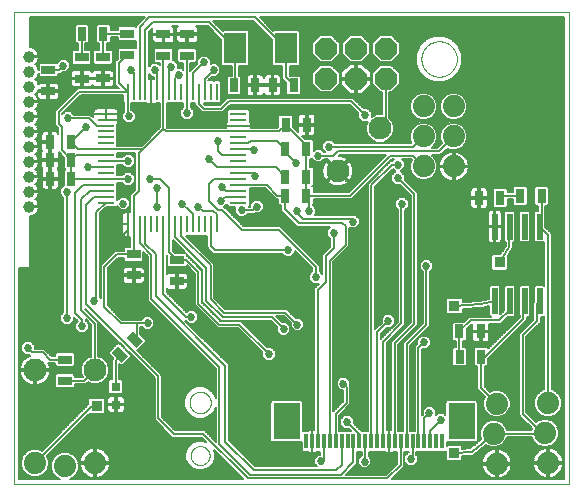
<source format=gtl>
G75*
%MOIN*%
%OFA0B0*%
%FSLAX25Y25*%
%IPPOS*%
%LPD*%
%AMOC8*
5,1,8,0,0,1.08239X$1,22.5*
%
%ADD10C,0.00000*%
%ADD11R,0.05800X0.01100*%
%ADD12R,0.01100X0.05800*%
%ADD13R,0.01181X0.05118*%
%ADD14R,0.09055X0.12205*%
%ADD15R,0.04724X0.03150*%
%ADD16R,0.07480X0.10236*%
%ADD17R,0.03150X0.04724*%
%ADD18OC8,0.07400*%
%ADD19C,0.07400*%
%ADD20C,0.07600*%
%ADD21C,0.03937*%
%ADD22R,0.03150X0.03150*%
%ADD23R,0.01969X0.08661*%
%ADD24C,0.00600*%
%ADD25C,0.02700*%
%ADD26R,0.03762X0.03762*%
%ADD27C,0.00630*%
D10*
X0043500Y0035733D02*
X0043500Y0193213D01*
X0228539Y0193213D01*
X0228539Y0035733D01*
X0043500Y0035733D01*
X0102437Y0045250D02*
X0102439Y0045362D01*
X0102445Y0045473D01*
X0102455Y0045585D01*
X0102469Y0045696D01*
X0102486Y0045806D01*
X0102508Y0045916D01*
X0102534Y0046025D01*
X0102563Y0046133D01*
X0102596Y0046239D01*
X0102633Y0046345D01*
X0102674Y0046449D01*
X0102719Y0046552D01*
X0102767Y0046653D01*
X0102818Y0046752D01*
X0102873Y0046849D01*
X0102932Y0046944D01*
X0102993Y0047038D01*
X0103058Y0047129D01*
X0103127Y0047217D01*
X0103198Y0047303D01*
X0103272Y0047387D01*
X0103350Y0047467D01*
X0103430Y0047545D01*
X0103513Y0047621D01*
X0103598Y0047693D01*
X0103686Y0047762D01*
X0103776Y0047828D01*
X0103869Y0047890D01*
X0103964Y0047950D01*
X0104061Y0048006D01*
X0104159Y0048058D01*
X0104260Y0048107D01*
X0104362Y0048152D01*
X0104466Y0048194D01*
X0104571Y0048232D01*
X0104678Y0048266D01*
X0104785Y0048296D01*
X0104894Y0048323D01*
X0105003Y0048345D01*
X0105114Y0048364D01*
X0105224Y0048379D01*
X0105336Y0048390D01*
X0105447Y0048397D01*
X0105559Y0048400D01*
X0105671Y0048399D01*
X0105783Y0048394D01*
X0105894Y0048385D01*
X0106005Y0048372D01*
X0106116Y0048355D01*
X0106226Y0048335D01*
X0106335Y0048310D01*
X0106443Y0048282D01*
X0106550Y0048249D01*
X0106656Y0048213D01*
X0106760Y0048173D01*
X0106863Y0048130D01*
X0106965Y0048083D01*
X0107064Y0048032D01*
X0107162Y0047978D01*
X0107258Y0047920D01*
X0107352Y0047859D01*
X0107443Y0047795D01*
X0107532Y0047728D01*
X0107619Y0047657D01*
X0107703Y0047583D01*
X0107785Y0047507D01*
X0107863Y0047427D01*
X0107939Y0047345D01*
X0108012Y0047260D01*
X0108082Y0047173D01*
X0108148Y0047083D01*
X0108212Y0046991D01*
X0108272Y0046897D01*
X0108329Y0046801D01*
X0108382Y0046702D01*
X0108432Y0046602D01*
X0108478Y0046501D01*
X0108521Y0046397D01*
X0108560Y0046292D01*
X0108595Y0046186D01*
X0108626Y0046079D01*
X0108654Y0045970D01*
X0108677Y0045861D01*
X0108697Y0045751D01*
X0108713Y0045640D01*
X0108725Y0045529D01*
X0108733Y0045418D01*
X0108737Y0045306D01*
X0108737Y0045194D01*
X0108733Y0045082D01*
X0108725Y0044971D01*
X0108713Y0044860D01*
X0108697Y0044749D01*
X0108677Y0044639D01*
X0108654Y0044530D01*
X0108626Y0044421D01*
X0108595Y0044314D01*
X0108560Y0044208D01*
X0108521Y0044103D01*
X0108478Y0043999D01*
X0108432Y0043898D01*
X0108382Y0043798D01*
X0108329Y0043699D01*
X0108272Y0043603D01*
X0108212Y0043509D01*
X0108148Y0043417D01*
X0108082Y0043327D01*
X0108012Y0043240D01*
X0107939Y0043155D01*
X0107863Y0043073D01*
X0107785Y0042993D01*
X0107703Y0042917D01*
X0107619Y0042843D01*
X0107532Y0042772D01*
X0107443Y0042705D01*
X0107352Y0042641D01*
X0107258Y0042580D01*
X0107162Y0042522D01*
X0107064Y0042468D01*
X0106965Y0042417D01*
X0106863Y0042370D01*
X0106760Y0042327D01*
X0106656Y0042287D01*
X0106550Y0042251D01*
X0106443Y0042218D01*
X0106335Y0042190D01*
X0106226Y0042165D01*
X0106116Y0042145D01*
X0106005Y0042128D01*
X0105894Y0042115D01*
X0105783Y0042106D01*
X0105671Y0042101D01*
X0105559Y0042100D01*
X0105447Y0042103D01*
X0105336Y0042110D01*
X0105224Y0042121D01*
X0105114Y0042136D01*
X0105003Y0042155D01*
X0104894Y0042177D01*
X0104785Y0042204D01*
X0104678Y0042234D01*
X0104571Y0042268D01*
X0104466Y0042306D01*
X0104362Y0042348D01*
X0104260Y0042393D01*
X0104159Y0042442D01*
X0104061Y0042494D01*
X0103964Y0042550D01*
X0103869Y0042610D01*
X0103776Y0042672D01*
X0103686Y0042738D01*
X0103598Y0042807D01*
X0103513Y0042879D01*
X0103430Y0042955D01*
X0103350Y0043033D01*
X0103272Y0043113D01*
X0103198Y0043197D01*
X0103127Y0043283D01*
X0103058Y0043371D01*
X0102993Y0043462D01*
X0102932Y0043556D01*
X0102873Y0043651D01*
X0102818Y0043748D01*
X0102767Y0043847D01*
X0102719Y0043948D01*
X0102674Y0044051D01*
X0102633Y0044155D01*
X0102596Y0044261D01*
X0102563Y0044367D01*
X0102534Y0044475D01*
X0102508Y0044584D01*
X0102486Y0044694D01*
X0102469Y0044804D01*
X0102455Y0044915D01*
X0102445Y0045027D01*
X0102439Y0045138D01*
X0102437Y0045250D01*
X0102044Y0062966D02*
X0102046Y0063084D01*
X0102052Y0063203D01*
X0102062Y0063321D01*
X0102076Y0063438D01*
X0102093Y0063555D01*
X0102115Y0063672D01*
X0102141Y0063787D01*
X0102170Y0063902D01*
X0102203Y0064016D01*
X0102240Y0064128D01*
X0102281Y0064239D01*
X0102325Y0064349D01*
X0102373Y0064457D01*
X0102425Y0064564D01*
X0102480Y0064669D01*
X0102539Y0064772D01*
X0102601Y0064872D01*
X0102666Y0064971D01*
X0102735Y0065068D01*
X0102806Y0065162D01*
X0102881Y0065253D01*
X0102959Y0065343D01*
X0103040Y0065429D01*
X0103124Y0065513D01*
X0103210Y0065594D01*
X0103300Y0065672D01*
X0103391Y0065747D01*
X0103485Y0065818D01*
X0103582Y0065887D01*
X0103681Y0065952D01*
X0103781Y0066014D01*
X0103884Y0066073D01*
X0103989Y0066128D01*
X0104096Y0066180D01*
X0104204Y0066228D01*
X0104314Y0066272D01*
X0104425Y0066313D01*
X0104537Y0066350D01*
X0104651Y0066383D01*
X0104766Y0066412D01*
X0104881Y0066438D01*
X0104998Y0066460D01*
X0105115Y0066477D01*
X0105232Y0066491D01*
X0105350Y0066501D01*
X0105469Y0066507D01*
X0105587Y0066509D01*
X0105705Y0066507D01*
X0105824Y0066501D01*
X0105942Y0066491D01*
X0106059Y0066477D01*
X0106176Y0066460D01*
X0106293Y0066438D01*
X0106408Y0066412D01*
X0106523Y0066383D01*
X0106637Y0066350D01*
X0106749Y0066313D01*
X0106860Y0066272D01*
X0106970Y0066228D01*
X0107078Y0066180D01*
X0107185Y0066128D01*
X0107290Y0066073D01*
X0107393Y0066014D01*
X0107493Y0065952D01*
X0107592Y0065887D01*
X0107689Y0065818D01*
X0107783Y0065747D01*
X0107874Y0065672D01*
X0107964Y0065594D01*
X0108050Y0065513D01*
X0108134Y0065429D01*
X0108215Y0065343D01*
X0108293Y0065253D01*
X0108368Y0065162D01*
X0108439Y0065068D01*
X0108508Y0064971D01*
X0108573Y0064872D01*
X0108635Y0064772D01*
X0108694Y0064669D01*
X0108749Y0064564D01*
X0108801Y0064457D01*
X0108849Y0064349D01*
X0108893Y0064239D01*
X0108934Y0064128D01*
X0108971Y0064016D01*
X0109004Y0063902D01*
X0109033Y0063787D01*
X0109059Y0063672D01*
X0109081Y0063555D01*
X0109098Y0063438D01*
X0109112Y0063321D01*
X0109122Y0063203D01*
X0109128Y0063084D01*
X0109130Y0062966D01*
X0109128Y0062848D01*
X0109122Y0062729D01*
X0109112Y0062611D01*
X0109098Y0062494D01*
X0109081Y0062377D01*
X0109059Y0062260D01*
X0109033Y0062145D01*
X0109004Y0062030D01*
X0108971Y0061916D01*
X0108934Y0061804D01*
X0108893Y0061693D01*
X0108849Y0061583D01*
X0108801Y0061475D01*
X0108749Y0061368D01*
X0108694Y0061263D01*
X0108635Y0061160D01*
X0108573Y0061060D01*
X0108508Y0060961D01*
X0108439Y0060864D01*
X0108368Y0060770D01*
X0108293Y0060679D01*
X0108215Y0060589D01*
X0108134Y0060503D01*
X0108050Y0060419D01*
X0107964Y0060338D01*
X0107874Y0060260D01*
X0107783Y0060185D01*
X0107689Y0060114D01*
X0107592Y0060045D01*
X0107493Y0059980D01*
X0107393Y0059918D01*
X0107290Y0059859D01*
X0107185Y0059804D01*
X0107078Y0059752D01*
X0106970Y0059704D01*
X0106860Y0059660D01*
X0106749Y0059619D01*
X0106637Y0059582D01*
X0106523Y0059549D01*
X0106408Y0059520D01*
X0106293Y0059494D01*
X0106176Y0059472D01*
X0106059Y0059455D01*
X0105942Y0059441D01*
X0105824Y0059431D01*
X0105705Y0059425D01*
X0105587Y0059423D01*
X0105469Y0059425D01*
X0105350Y0059431D01*
X0105232Y0059441D01*
X0105115Y0059455D01*
X0104998Y0059472D01*
X0104881Y0059494D01*
X0104766Y0059520D01*
X0104651Y0059549D01*
X0104537Y0059582D01*
X0104425Y0059619D01*
X0104314Y0059660D01*
X0104204Y0059704D01*
X0104096Y0059752D01*
X0103989Y0059804D01*
X0103884Y0059859D01*
X0103781Y0059918D01*
X0103681Y0059980D01*
X0103582Y0060045D01*
X0103485Y0060114D01*
X0103391Y0060185D01*
X0103300Y0060260D01*
X0103210Y0060338D01*
X0103124Y0060419D01*
X0103040Y0060503D01*
X0102959Y0060589D01*
X0102881Y0060679D01*
X0102806Y0060770D01*
X0102735Y0060864D01*
X0102666Y0060961D01*
X0102601Y0061060D01*
X0102539Y0061160D01*
X0102480Y0061263D01*
X0102425Y0061368D01*
X0102373Y0061475D01*
X0102325Y0061583D01*
X0102281Y0061693D01*
X0102240Y0061804D01*
X0102203Y0061916D01*
X0102170Y0062030D01*
X0102141Y0062145D01*
X0102115Y0062260D01*
X0102093Y0062377D01*
X0102076Y0062494D01*
X0102062Y0062611D01*
X0102052Y0062729D01*
X0102046Y0062848D01*
X0102044Y0062966D01*
X0179326Y0177465D02*
X0179328Y0177618D01*
X0179334Y0177772D01*
X0179344Y0177925D01*
X0179358Y0178077D01*
X0179376Y0178230D01*
X0179398Y0178381D01*
X0179423Y0178532D01*
X0179453Y0178683D01*
X0179487Y0178833D01*
X0179524Y0178981D01*
X0179565Y0179129D01*
X0179610Y0179275D01*
X0179659Y0179421D01*
X0179712Y0179565D01*
X0179768Y0179707D01*
X0179828Y0179848D01*
X0179892Y0179988D01*
X0179959Y0180126D01*
X0180030Y0180262D01*
X0180105Y0180396D01*
X0180182Y0180528D01*
X0180264Y0180658D01*
X0180348Y0180786D01*
X0180436Y0180912D01*
X0180527Y0181035D01*
X0180621Y0181156D01*
X0180719Y0181274D01*
X0180819Y0181390D01*
X0180923Y0181503D01*
X0181029Y0181614D01*
X0181138Y0181722D01*
X0181250Y0181827D01*
X0181364Y0181928D01*
X0181482Y0182027D01*
X0181601Y0182123D01*
X0181723Y0182216D01*
X0181848Y0182305D01*
X0181975Y0182392D01*
X0182104Y0182474D01*
X0182235Y0182554D01*
X0182368Y0182630D01*
X0182503Y0182703D01*
X0182640Y0182772D01*
X0182779Y0182837D01*
X0182919Y0182899D01*
X0183061Y0182957D01*
X0183204Y0183012D01*
X0183349Y0183063D01*
X0183495Y0183110D01*
X0183642Y0183153D01*
X0183790Y0183192D01*
X0183939Y0183228D01*
X0184089Y0183259D01*
X0184240Y0183287D01*
X0184391Y0183311D01*
X0184544Y0183331D01*
X0184696Y0183347D01*
X0184849Y0183359D01*
X0185002Y0183367D01*
X0185155Y0183371D01*
X0185309Y0183371D01*
X0185462Y0183367D01*
X0185615Y0183359D01*
X0185768Y0183347D01*
X0185920Y0183331D01*
X0186073Y0183311D01*
X0186224Y0183287D01*
X0186375Y0183259D01*
X0186525Y0183228D01*
X0186674Y0183192D01*
X0186822Y0183153D01*
X0186969Y0183110D01*
X0187115Y0183063D01*
X0187260Y0183012D01*
X0187403Y0182957D01*
X0187545Y0182899D01*
X0187685Y0182837D01*
X0187824Y0182772D01*
X0187961Y0182703D01*
X0188096Y0182630D01*
X0188229Y0182554D01*
X0188360Y0182474D01*
X0188489Y0182392D01*
X0188616Y0182305D01*
X0188741Y0182216D01*
X0188863Y0182123D01*
X0188982Y0182027D01*
X0189100Y0181928D01*
X0189214Y0181827D01*
X0189326Y0181722D01*
X0189435Y0181614D01*
X0189541Y0181503D01*
X0189645Y0181390D01*
X0189745Y0181274D01*
X0189843Y0181156D01*
X0189937Y0181035D01*
X0190028Y0180912D01*
X0190116Y0180786D01*
X0190200Y0180658D01*
X0190282Y0180528D01*
X0190359Y0180396D01*
X0190434Y0180262D01*
X0190505Y0180126D01*
X0190572Y0179988D01*
X0190636Y0179848D01*
X0190696Y0179707D01*
X0190752Y0179565D01*
X0190805Y0179421D01*
X0190854Y0179275D01*
X0190899Y0179129D01*
X0190940Y0178981D01*
X0190977Y0178833D01*
X0191011Y0178683D01*
X0191041Y0178532D01*
X0191066Y0178381D01*
X0191088Y0178230D01*
X0191106Y0178077D01*
X0191120Y0177925D01*
X0191130Y0177772D01*
X0191136Y0177618D01*
X0191138Y0177465D01*
X0191136Y0177312D01*
X0191130Y0177158D01*
X0191120Y0177005D01*
X0191106Y0176853D01*
X0191088Y0176700D01*
X0191066Y0176549D01*
X0191041Y0176398D01*
X0191011Y0176247D01*
X0190977Y0176097D01*
X0190940Y0175949D01*
X0190899Y0175801D01*
X0190854Y0175655D01*
X0190805Y0175509D01*
X0190752Y0175365D01*
X0190696Y0175223D01*
X0190636Y0175082D01*
X0190572Y0174942D01*
X0190505Y0174804D01*
X0190434Y0174668D01*
X0190359Y0174534D01*
X0190282Y0174402D01*
X0190200Y0174272D01*
X0190116Y0174144D01*
X0190028Y0174018D01*
X0189937Y0173895D01*
X0189843Y0173774D01*
X0189745Y0173656D01*
X0189645Y0173540D01*
X0189541Y0173427D01*
X0189435Y0173316D01*
X0189326Y0173208D01*
X0189214Y0173103D01*
X0189100Y0173002D01*
X0188982Y0172903D01*
X0188863Y0172807D01*
X0188741Y0172714D01*
X0188616Y0172625D01*
X0188489Y0172538D01*
X0188360Y0172456D01*
X0188229Y0172376D01*
X0188096Y0172300D01*
X0187961Y0172227D01*
X0187824Y0172158D01*
X0187685Y0172093D01*
X0187545Y0172031D01*
X0187403Y0171973D01*
X0187260Y0171918D01*
X0187115Y0171867D01*
X0186969Y0171820D01*
X0186822Y0171777D01*
X0186674Y0171738D01*
X0186525Y0171702D01*
X0186375Y0171671D01*
X0186224Y0171643D01*
X0186073Y0171619D01*
X0185920Y0171599D01*
X0185768Y0171583D01*
X0185615Y0171571D01*
X0185462Y0171563D01*
X0185309Y0171559D01*
X0185155Y0171559D01*
X0185002Y0171563D01*
X0184849Y0171571D01*
X0184696Y0171583D01*
X0184544Y0171599D01*
X0184391Y0171619D01*
X0184240Y0171643D01*
X0184089Y0171671D01*
X0183939Y0171702D01*
X0183790Y0171738D01*
X0183642Y0171777D01*
X0183495Y0171820D01*
X0183349Y0171867D01*
X0183204Y0171918D01*
X0183061Y0171973D01*
X0182919Y0172031D01*
X0182779Y0172093D01*
X0182640Y0172158D01*
X0182503Y0172227D01*
X0182368Y0172300D01*
X0182235Y0172376D01*
X0182104Y0172456D01*
X0181975Y0172538D01*
X0181848Y0172625D01*
X0181723Y0172714D01*
X0181601Y0172807D01*
X0181482Y0172903D01*
X0181364Y0173002D01*
X0181250Y0173103D01*
X0181138Y0173208D01*
X0181029Y0173316D01*
X0180923Y0173427D01*
X0180819Y0173540D01*
X0180719Y0173656D01*
X0180621Y0173774D01*
X0180527Y0173895D01*
X0180436Y0174018D01*
X0180348Y0174144D01*
X0180264Y0174272D01*
X0180182Y0174402D01*
X0180105Y0174534D01*
X0180030Y0174668D01*
X0179959Y0174804D01*
X0179892Y0174942D01*
X0179828Y0175082D01*
X0179768Y0175223D01*
X0179712Y0175365D01*
X0179659Y0175509D01*
X0179610Y0175655D01*
X0179565Y0175801D01*
X0179524Y0175949D01*
X0179487Y0176097D01*
X0179453Y0176247D01*
X0179423Y0176398D01*
X0179398Y0176549D01*
X0179376Y0176700D01*
X0179358Y0176853D01*
X0179344Y0177005D01*
X0179334Y0177158D01*
X0179328Y0177312D01*
X0179326Y0177465D01*
D11*
X0118356Y0159194D03*
X0118356Y0157194D03*
X0118356Y0155194D03*
X0118356Y0153294D03*
X0118356Y0151294D03*
X0118356Y0149294D03*
X0118356Y0147394D03*
X0118356Y0145394D03*
X0118356Y0143394D03*
X0118356Y0141394D03*
X0118356Y0139494D03*
X0118356Y0137494D03*
X0118356Y0135494D03*
X0118356Y0133594D03*
X0118356Y0131594D03*
X0118356Y0129594D03*
X0074156Y0129594D03*
X0074156Y0131594D03*
X0074156Y0133594D03*
X0074156Y0135494D03*
X0074156Y0137494D03*
X0074156Y0139494D03*
X0074156Y0141394D03*
X0074156Y0143394D03*
X0074156Y0145394D03*
X0074156Y0147394D03*
X0074156Y0149294D03*
X0074156Y0151294D03*
X0074156Y0153294D03*
X0074156Y0155194D03*
X0074156Y0157194D03*
X0074156Y0159194D03*
D12*
X0081456Y0166494D03*
X0083456Y0166494D03*
X0085456Y0166494D03*
X0087356Y0166494D03*
X0089356Y0166494D03*
X0091356Y0166494D03*
X0093256Y0166494D03*
X0095256Y0166494D03*
X0097256Y0166494D03*
X0099256Y0166494D03*
X0101156Y0166494D03*
X0103156Y0166494D03*
X0105156Y0166494D03*
X0107056Y0166494D03*
X0109056Y0166494D03*
X0111056Y0166494D03*
X0111056Y0122294D03*
X0109056Y0122294D03*
X0107056Y0122294D03*
X0105156Y0122294D03*
X0103156Y0122294D03*
X0101156Y0122294D03*
X0099256Y0122294D03*
X0097256Y0122294D03*
X0095256Y0122294D03*
X0093256Y0122294D03*
X0091356Y0122294D03*
X0089356Y0122294D03*
X0087356Y0122294D03*
X0085456Y0122294D03*
X0083456Y0122294D03*
X0081456Y0122294D03*
D13*
X0140941Y0049973D03*
X0142909Y0049973D03*
X0144878Y0049973D03*
X0146846Y0049973D03*
X0148815Y0049973D03*
X0150783Y0049973D03*
X0152752Y0049973D03*
X0154720Y0049973D03*
X0156689Y0049973D03*
X0158657Y0049973D03*
X0160626Y0049973D03*
X0162594Y0049973D03*
X0164563Y0049973D03*
X0166531Y0049973D03*
X0168500Y0049973D03*
X0170469Y0049973D03*
X0172437Y0049973D03*
X0174406Y0049973D03*
X0176374Y0049973D03*
X0178343Y0049973D03*
X0180311Y0049973D03*
X0182280Y0049973D03*
X0184248Y0049973D03*
X0186217Y0049973D03*
D14*
X0192713Y0056666D03*
X0134445Y0056666D03*
D15*
X0097832Y0103379D03*
X0097832Y0110465D03*
X0083421Y0112426D03*
X0083421Y0105339D03*
X0060500Y0077276D03*
X0060500Y0070190D03*
X0055000Y0166690D03*
X0055000Y0173776D03*
X0066098Y0170930D03*
X0073185Y0170969D03*
X0073185Y0178056D03*
X0066098Y0178017D03*
X0081335Y0178804D03*
X0081335Y0185891D03*
X0093343Y0185654D03*
X0101217Y0185694D03*
X0101217Y0178607D03*
X0093343Y0178568D03*
D16*
X0117267Y0181002D03*
X0134196Y0181002D03*
D17*
X0136796Y0168695D03*
X0129709Y0168695D03*
X0123961Y0168692D03*
X0116875Y0168692D03*
X0134051Y0155576D03*
X0141138Y0155576D03*
X0140902Y0147544D03*
X0133815Y0147544D03*
X0133894Y0138253D03*
X0140980Y0138253D03*
X0140941Y0131934D03*
X0133854Y0131934D03*
X0192007Y0086633D03*
X0199093Y0086633D03*
X0199193Y0078233D03*
X0192107Y0078233D03*
X0198557Y0131083D03*
X0205643Y0131083D03*
X0212307Y0131883D03*
X0219393Y0131883D03*
G36*
X0086688Y0083433D02*
X0084461Y0081206D01*
X0081122Y0084545D01*
X0083349Y0086772D01*
X0086688Y0083433D01*
G37*
G36*
X0081678Y0078422D02*
X0079451Y0076195D01*
X0076112Y0079534D01*
X0078339Y0081761D01*
X0081678Y0078422D01*
G37*
X0062673Y0137544D03*
X0062634Y0143843D03*
X0062594Y0149749D03*
X0055508Y0149749D03*
X0055547Y0143843D03*
X0055587Y0137544D03*
X0066217Y0185891D03*
X0073303Y0185891D03*
D18*
X0147467Y0180894D03*
X0157467Y0180894D03*
X0167467Y0180894D03*
X0167467Y0170894D03*
X0157467Y0170894D03*
X0147467Y0170894D03*
D19*
X0180100Y0161633D03*
X0190100Y0161633D03*
X0190100Y0151633D03*
X0180100Y0151633D03*
X0180100Y0141633D03*
X0190100Y0141633D03*
X0204450Y0062583D03*
X0203450Y0052583D03*
X0204450Y0042583D03*
X0221550Y0042833D03*
X0220550Y0052833D03*
X0221550Y0062833D03*
X0070500Y0042833D03*
X0060500Y0041833D03*
X0050500Y0042833D03*
D20*
X0050500Y0073733D03*
X0070500Y0073733D03*
X0151429Y0140162D03*
X0165571Y0154304D03*
D21*
X0048500Y0153233D03*
X0048500Y0148233D03*
X0048500Y0143233D03*
X0048500Y0138233D03*
X0048500Y0133233D03*
X0048500Y0128233D03*
X0048500Y0158233D03*
X0048500Y0163233D03*
X0048500Y0168233D03*
X0048500Y0173233D03*
X0048500Y0178233D03*
D22*
X0077500Y0068186D03*
X0077500Y0062280D03*
D23*
X0203750Y0096766D03*
X0208750Y0096766D03*
X0213750Y0096766D03*
X0218750Y0096766D03*
X0218750Y0121600D03*
X0213789Y0121600D03*
X0208789Y0121600D03*
X0203789Y0121600D03*
D24*
X0203597Y0121408D02*
X0203597Y0121793D01*
X0203597Y0127231D01*
X0202634Y0127231D01*
X0202303Y0127142D01*
X0202007Y0126971D01*
X0201765Y0126729D01*
X0201594Y0126433D01*
X0201505Y0126102D01*
X0201505Y0121793D01*
X0203597Y0121793D01*
X0203981Y0121793D01*
X0203981Y0127231D01*
X0204945Y0127231D01*
X0205275Y0127142D01*
X0205572Y0126971D01*
X0205814Y0126729D01*
X0205985Y0126433D01*
X0206074Y0126102D01*
X0206074Y0121793D01*
X0203982Y0121793D01*
X0203982Y0121408D01*
X0206074Y0121408D01*
X0206074Y0117099D01*
X0205985Y0116768D01*
X0205814Y0116471D01*
X0205572Y0116229D01*
X0205275Y0116058D01*
X0204945Y0115970D01*
X0203981Y0115970D01*
X0203981Y0121408D01*
X0203597Y0121408D01*
X0201505Y0121408D01*
X0201505Y0117099D01*
X0201594Y0116768D01*
X0201765Y0116471D01*
X0202007Y0116229D01*
X0202303Y0116058D01*
X0202634Y0115970D01*
X0203597Y0115970D01*
X0203597Y0121408D01*
X0203597Y0121320D02*
X0203981Y0121320D01*
X0203981Y0120722D02*
X0203597Y0120722D01*
X0203597Y0120123D02*
X0203981Y0120123D01*
X0203981Y0119525D02*
X0203597Y0119525D01*
X0203597Y0118926D02*
X0203981Y0118926D01*
X0203981Y0118328D02*
X0203597Y0118328D01*
X0203597Y0117729D02*
X0203981Y0117729D01*
X0203981Y0117131D02*
X0203597Y0117131D01*
X0203597Y0116532D02*
X0203981Y0116532D01*
X0205849Y0116532D02*
X0207270Y0116532D01*
X0207432Y0116370D02*
X0207466Y0116370D01*
X0207442Y0115219D01*
X0205698Y0112414D01*
X0203146Y0112414D01*
X0202619Y0111887D01*
X0202619Y0107379D01*
X0203146Y0106852D01*
X0207654Y0106852D01*
X0208181Y0107379D01*
X0208181Y0111805D01*
X0209601Y0114090D01*
X0209854Y0114333D01*
X0209858Y0114503D01*
X0209948Y0114647D01*
X0209868Y0114988D01*
X0209896Y0116370D01*
X0210146Y0116370D01*
X0210674Y0116897D01*
X0210674Y0126304D01*
X0210146Y0126831D01*
X0207432Y0126831D01*
X0206905Y0126304D01*
X0206905Y0116897D01*
X0207432Y0116370D01*
X0207457Y0115934D02*
X0178200Y0115934D01*
X0178200Y0116532D02*
X0201730Y0116532D01*
X0201505Y0117131D02*
X0178200Y0117131D01*
X0178200Y0117729D02*
X0201505Y0117729D01*
X0201505Y0118328D02*
X0178200Y0118328D01*
X0178200Y0118926D02*
X0201505Y0118926D01*
X0201505Y0119525D02*
X0178200Y0119525D01*
X0178200Y0120123D02*
X0201505Y0120123D01*
X0201505Y0120722D02*
X0178200Y0120722D01*
X0178200Y0121320D02*
X0201505Y0121320D01*
X0201505Y0121919D02*
X0178200Y0121919D01*
X0178200Y0122517D02*
X0201505Y0122517D01*
X0201505Y0123116D02*
X0178200Y0123116D01*
X0178200Y0123714D02*
X0201505Y0123714D01*
X0201505Y0124313D02*
X0178200Y0124313D01*
X0178200Y0124911D02*
X0201505Y0124911D01*
X0201505Y0125510D02*
X0178200Y0125510D01*
X0178200Y0126108D02*
X0201507Y0126108D01*
X0201752Y0126707D02*
X0178200Y0126707D01*
X0178200Y0127305D02*
X0218178Y0127305D01*
X0218178Y0126831D02*
X0217393Y0126831D01*
X0216866Y0126304D01*
X0216866Y0116897D01*
X0217393Y0116370D01*
X0220107Y0116370D01*
X0220335Y0116598D01*
X0220335Y0101768D01*
X0220107Y0101996D01*
X0217393Y0101996D01*
X0216866Y0101469D01*
X0216866Y0096600D01*
X0216635Y0096369D01*
X0216635Y0090586D01*
X0211935Y0085886D01*
X0211935Y0058630D01*
X0212647Y0057918D01*
X0216204Y0054361D01*
X0215971Y0053798D01*
X0207926Y0053798D01*
X0207350Y0055189D01*
X0206056Y0056483D01*
X0204365Y0057183D01*
X0202535Y0057183D01*
X0200844Y0056483D01*
X0199550Y0055189D01*
X0198850Y0053498D01*
X0198850Y0051668D01*
X0199252Y0050697D01*
X0195578Y0047669D01*
X0192981Y0047491D01*
X0192981Y0048337D01*
X0192454Y0048864D01*
X0187946Y0048864D01*
X0187707Y0048625D01*
X0187707Y0049769D01*
X0187812Y0049664D01*
X0197613Y0049664D01*
X0198140Y0050191D01*
X0198140Y0063141D01*
X0197613Y0063668D01*
X0187812Y0063668D01*
X0187285Y0063141D01*
X0187285Y0058830D01*
X0186732Y0059383D01*
X0184868Y0059383D01*
X0184250Y0058765D01*
X0184250Y0060365D01*
X0182932Y0061683D01*
X0181068Y0061683D01*
X0179750Y0060365D01*
X0179750Y0058880D01*
X0179543Y0058673D01*
X0179543Y0080679D01*
X0179647Y0080783D01*
X0181132Y0080783D01*
X0182450Y0082101D01*
X0182450Y0083965D01*
X0181132Y0085283D01*
X0179268Y0085283D01*
X0177950Y0083965D01*
X0177950Y0082480D01*
X0177143Y0081673D01*
X0177143Y0053432D01*
X0175605Y0053432D01*
X0175605Y0081842D01*
X0181497Y0087733D01*
X0182200Y0088436D01*
X0182200Y0106451D01*
X0183250Y0107501D01*
X0183250Y0109365D01*
X0181932Y0110683D01*
X0180068Y0110683D01*
X0178750Y0109365D01*
X0178750Y0107501D01*
X0179800Y0106451D01*
X0179800Y0089430D01*
X0173206Y0082836D01*
X0173206Y0053432D01*
X0171668Y0053432D01*
X0171668Y0082205D01*
X0177497Y0088033D01*
X0178200Y0088736D01*
X0178200Y0132930D01*
X0173850Y0137280D01*
X0173850Y0138765D01*
X0172532Y0140083D01*
X0172532Y0140083D01*
X0173750Y0141301D01*
X0173750Y0143165D01*
X0172882Y0144033D01*
X0176003Y0144033D01*
X0176082Y0143954D01*
X0175500Y0142548D01*
X0175500Y0140718D01*
X0176200Y0139027D01*
X0177494Y0137733D01*
X0179185Y0137033D01*
X0181015Y0137033D01*
X0182706Y0137733D01*
X0184000Y0139027D01*
X0184700Y0140718D01*
X0184700Y0142548D01*
X0184000Y0144239D01*
X0182706Y0145533D01*
X0182705Y0145533D01*
X0185697Y0145533D01*
X0186400Y0146236D01*
X0187779Y0147615D01*
X0189185Y0147033D01*
X0191015Y0147033D01*
X0192706Y0147733D01*
X0194000Y0149027D01*
X0194700Y0150718D01*
X0194700Y0152548D01*
X0194000Y0154239D01*
X0192706Y0155533D01*
X0191015Y0156233D01*
X0189185Y0156233D01*
X0187494Y0155533D01*
X0186200Y0154239D01*
X0185500Y0152548D01*
X0185500Y0150718D01*
X0186082Y0149312D01*
X0184703Y0147933D01*
X0182905Y0147933D01*
X0184000Y0149027D01*
X0184700Y0150718D01*
X0184700Y0152548D01*
X0184000Y0154239D01*
X0182706Y0155533D01*
X0181015Y0156233D01*
X0179185Y0156233D01*
X0177494Y0155533D01*
X0176200Y0154239D01*
X0175500Y0152548D01*
X0175500Y0150718D01*
X0176032Y0149433D01*
X0150482Y0149433D01*
X0149432Y0150483D01*
X0147568Y0150483D01*
X0146250Y0149165D01*
X0146250Y0147301D01*
X0147118Y0146433D01*
X0146982Y0146433D01*
X0145932Y0147483D01*
X0144068Y0147483D01*
X0143376Y0146791D01*
X0143376Y0150279D01*
X0142849Y0150806D01*
X0140518Y0150806D01*
X0139410Y0151913D01*
X0140838Y0151913D01*
X0140838Y0155276D01*
X0138263Y0155276D01*
X0138263Y0153061D01*
X0136526Y0154798D01*
X0136526Y0158311D01*
X0135999Y0158838D01*
X0132104Y0158838D01*
X0131576Y0158311D01*
X0131576Y0154798D01*
X0131273Y0154494D01*
X0122556Y0154494D01*
X0122556Y0155194D01*
X0118356Y0155194D01*
X0118356Y0155195D01*
X0122556Y0155195D01*
X0122556Y0155916D01*
X0122467Y0156246D01*
X0122296Y0156543D01*
X0122156Y0156683D01*
X0122156Y0158117D01*
X0122079Y0158194D01*
X0122156Y0158272D01*
X0122156Y0160117D01*
X0121629Y0160644D01*
X0115083Y0160644D01*
X0114556Y0160117D01*
X0114556Y0158272D01*
X0114633Y0158194D01*
X0114556Y0158117D01*
X0114556Y0156683D01*
X0114416Y0156543D01*
X0114245Y0156246D01*
X0114156Y0155916D01*
X0114156Y0155195D01*
X0118356Y0155195D01*
X0118356Y0155194D01*
X0114156Y0155194D01*
X0114156Y0154494D01*
X0094636Y0154494D01*
X0094500Y0154630D01*
X0094500Y0162694D01*
X0096179Y0162694D01*
X0096256Y0162772D01*
X0096333Y0162694D01*
X0098179Y0162694D01*
X0098256Y0162772D01*
X0098333Y0162694D01*
X0100000Y0162694D01*
X0100000Y0161415D01*
X0098950Y0160365D01*
X0098950Y0158501D01*
X0100268Y0157183D01*
X0102132Y0157183D01*
X0103450Y0158501D01*
X0103450Y0160365D01*
X0102400Y0161415D01*
X0102400Y0162694D01*
X0104000Y0162694D01*
X0104000Y0162036D01*
X0104703Y0161333D01*
X0106303Y0159733D01*
X0113197Y0159733D01*
X0113900Y0160436D01*
X0115597Y0162133D01*
X0155503Y0162133D01*
X0158250Y0159386D01*
X0158250Y0157801D01*
X0159568Y0156483D01*
X0161386Y0156483D01*
X0160871Y0155239D01*
X0160871Y0153369D01*
X0161587Y0151642D01*
X0162909Y0150320D01*
X0164636Y0149604D01*
X0166506Y0149604D01*
X0168233Y0150320D01*
X0169556Y0151642D01*
X0170271Y0153369D01*
X0170271Y0155239D01*
X0169556Y0156966D01*
X0168667Y0157855D01*
X0168667Y0166294D01*
X0169372Y0166294D01*
X0172067Y0168989D01*
X0172067Y0172800D01*
X0169372Y0175494D01*
X0165562Y0175494D01*
X0162867Y0172800D01*
X0162867Y0168989D01*
X0165562Y0166294D01*
X0166267Y0166294D01*
X0166267Y0159004D01*
X0164636Y0159004D01*
X0162909Y0158289D01*
X0162750Y0158130D01*
X0162750Y0159665D01*
X0161432Y0160983D01*
X0160047Y0160983D01*
X0156497Y0164533D01*
X0114603Y0164533D01*
X0112203Y0162133D01*
X0107297Y0162133D01*
X0106736Y0162694D01*
X0107979Y0162694D01*
X0108056Y0162772D01*
X0108133Y0162694D01*
X0109979Y0162694D01*
X0110056Y0162772D01*
X0110133Y0162694D01*
X0111979Y0162694D01*
X0112506Y0163222D01*
X0112506Y0169767D01*
X0111979Y0170294D01*
X0110133Y0170294D01*
X0110056Y0170217D01*
X0109979Y0170294D01*
X0108358Y0170294D01*
X0109547Y0171483D01*
X0111032Y0171483D01*
X0112350Y0172801D01*
X0112350Y0174665D01*
X0111032Y0175983D01*
X0109168Y0175983D01*
X0109050Y0175865D01*
X0109050Y0177265D01*
X0107732Y0178583D01*
X0105868Y0178583D01*
X0104550Y0177265D01*
X0104550Y0175780D01*
X0102356Y0173586D01*
X0102356Y0176132D01*
X0103952Y0176132D01*
X0104479Y0176659D01*
X0104479Y0180555D01*
X0103952Y0181082D01*
X0098482Y0181082D01*
X0097954Y0180555D01*
X0097954Y0176659D01*
X0098482Y0176132D01*
X0099956Y0176132D01*
X0099956Y0173959D01*
X0099432Y0174483D01*
X0098250Y0174483D01*
X0098250Y0175665D01*
X0096932Y0176983D01*
X0096605Y0176983D01*
X0096605Y0180515D01*
X0096078Y0181043D01*
X0090608Y0181043D01*
X0090080Y0180515D01*
X0090080Y0176620D01*
X0090608Y0176093D01*
X0092056Y0176093D01*
X0092056Y0175359D01*
X0091432Y0175983D01*
X0089568Y0175983D01*
X0088556Y0174971D01*
X0088556Y0186492D01*
X0089759Y0187695D01*
X0089680Y0187400D01*
X0089680Y0185954D01*
X0093042Y0185954D01*
X0093042Y0185354D01*
X0089680Y0185354D01*
X0089680Y0183908D01*
X0089769Y0183578D01*
X0089940Y0183281D01*
X0090182Y0183039D01*
X0090479Y0182868D01*
X0090809Y0182780D01*
X0093043Y0182780D01*
X0093043Y0185354D01*
X0093642Y0185354D01*
X0093642Y0182780D01*
X0095876Y0182780D01*
X0096206Y0182868D01*
X0096503Y0183039D01*
X0096745Y0183281D01*
X0096916Y0183578D01*
X0097005Y0183908D01*
X0097005Y0185354D01*
X0093643Y0185354D01*
X0093643Y0185954D01*
X0097005Y0185954D01*
X0097005Y0187400D01*
X0096916Y0187731D01*
X0096745Y0188027D01*
X0096503Y0188269D01*
X0096219Y0188433D01*
X0098271Y0188433D01*
X0098056Y0188309D01*
X0097814Y0188067D01*
X0097643Y0187770D01*
X0097554Y0187440D01*
X0097554Y0185994D01*
X0100916Y0185994D01*
X0100916Y0185394D01*
X0097554Y0185394D01*
X0097554Y0183948D01*
X0097643Y0183617D01*
X0097814Y0183321D01*
X0098056Y0183079D01*
X0098353Y0182907D01*
X0098683Y0182819D01*
X0100917Y0182819D01*
X0100917Y0185394D01*
X0101516Y0185394D01*
X0101516Y0182819D01*
X0103750Y0182819D01*
X0104081Y0182907D01*
X0104377Y0183079D01*
X0104619Y0183321D01*
X0104790Y0183617D01*
X0104879Y0183948D01*
X0104879Y0185394D01*
X0101517Y0185394D01*
X0101517Y0185994D01*
X0104879Y0185994D01*
X0104879Y0187440D01*
X0104790Y0187770D01*
X0104619Y0188067D01*
X0104377Y0188309D01*
X0104162Y0188433D01*
X0108139Y0188433D01*
X0112627Y0183945D01*
X0112627Y0175511D01*
X0113154Y0174984D01*
X0116067Y0174984D01*
X0116067Y0171954D01*
X0114927Y0171954D01*
X0114400Y0171427D01*
X0114400Y0165957D01*
X0114927Y0165430D01*
X0118822Y0165430D01*
X0119350Y0165957D01*
X0119350Y0171427D01*
X0118822Y0171954D01*
X0118467Y0171954D01*
X0118467Y0174984D01*
X0121380Y0174984D01*
X0121907Y0175511D01*
X0121907Y0186493D01*
X0121380Y0187020D01*
X0113154Y0187020D01*
X0113050Y0186916D01*
X0109836Y0190130D01*
X0109833Y0190133D01*
X0123368Y0190133D01*
X0129556Y0183945D01*
X0129556Y0175511D01*
X0130083Y0174984D01*
X0132996Y0174984D01*
X0132996Y0170798D01*
X0134321Y0169473D01*
X0134321Y0165960D01*
X0134848Y0165433D01*
X0138744Y0165433D01*
X0139271Y0165960D01*
X0139271Y0171430D01*
X0138744Y0171957D01*
X0135396Y0171957D01*
X0135396Y0174984D01*
X0138309Y0174984D01*
X0138836Y0175511D01*
X0138836Y0186493D01*
X0138309Y0187020D01*
X0130083Y0187020D01*
X0129979Y0186916D01*
X0125482Y0191413D01*
X0226739Y0191413D01*
X0226739Y0037533D01*
X0169597Y0037533D01*
X0173637Y0041573D01*
X0173637Y0046514D01*
X0175174Y0046514D01*
X0175174Y0046333D01*
X0174968Y0046333D01*
X0173650Y0045015D01*
X0173650Y0043151D01*
X0174968Y0041833D01*
X0176832Y0041833D01*
X0178150Y0043151D01*
X0178150Y0045015D01*
X0177574Y0045591D01*
X0177574Y0046514D01*
X0179306Y0046514D01*
X0179327Y0046535D01*
X0179348Y0046514D01*
X0181274Y0046514D01*
X0181295Y0046535D01*
X0181316Y0046514D01*
X0183243Y0046514D01*
X0183264Y0046535D01*
X0183285Y0046514D01*
X0185211Y0046514D01*
X0185232Y0046535D01*
X0185253Y0046514D01*
X0187180Y0046514D01*
X0187419Y0046753D01*
X0187419Y0043829D01*
X0187946Y0043302D01*
X0192454Y0043302D01*
X0192981Y0043829D01*
X0192981Y0045055D01*
X0196033Y0045264D01*
X0196434Y0045225D01*
X0196522Y0045298D01*
X0196635Y0045305D01*
X0196900Y0045609D01*
X0200747Y0048781D01*
X0200844Y0048683D01*
X0202535Y0047983D01*
X0204365Y0047983D01*
X0206056Y0048683D01*
X0207350Y0049977D01*
X0207926Y0051368D01*
X0216178Y0051368D01*
X0216650Y0050227D01*
X0217944Y0048933D01*
X0219635Y0048233D01*
X0221465Y0048233D01*
X0223156Y0048933D01*
X0224450Y0050227D01*
X0225150Y0051918D01*
X0225150Y0053748D01*
X0224450Y0055439D01*
X0223156Y0056733D01*
X0221465Y0057433D01*
X0219635Y0057433D01*
X0217944Y0056733D01*
X0217606Y0056395D01*
X0214365Y0059636D01*
X0214365Y0084880D01*
X0218353Y0088868D01*
X0219065Y0089580D01*
X0219065Y0091535D01*
X0220107Y0091535D01*
X0220335Y0091763D01*
X0220335Y0067309D01*
X0218944Y0066733D01*
X0217650Y0065439D01*
X0216950Y0063748D01*
X0216950Y0061918D01*
X0217650Y0060227D01*
X0218944Y0058933D01*
X0220635Y0058233D01*
X0222465Y0058233D01*
X0224156Y0058933D01*
X0225450Y0060227D01*
X0226150Y0061918D01*
X0226150Y0063748D01*
X0225450Y0065439D01*
X0224156Y0066733D01*
X0222765Y0067309D01*
X0222765Y0119304D01*
X0220634Y0121434D01*
X0220634Y0126304D01*
X0220608Y0126330D01*
X0220608Y0128621D01*
X0221341Y0128621D01*
X0221868Y0129148D01*
X0221868Y0134618D01*
X0221341Y0135145D01*
X0217446Y0135145D01*
X0216919Y0134618D01*
X0216919Y0129148D01*
X0217446Y0128621D01*
X0218178Y0128621D01*
X0218178Y0126831D01*
X0217269Y0126707D02*
X0215271Y0126707D01*
X0215146Y0126831D02*
X0212432Y0126831D01*
X0211905Y0126304D01*
X0211905Y0116897D01*
X0212432Y0116370D01*
X0215146Y0116370D01*
X0215674Y0116897D01*
X0215674Y0126304D01*
X0215146Y0126831D01*
X0215674Y0126108D02*
X0216866Y0126108D01*
X0216866Y0125510D02*
X0215674Y0125510D01*
X0215674Y0124911D02*
X0216866Y0124911D01*
X0216866Y0124313D02*
X0215674Y0124313D01*
X0215674Y0123714D02*
X0216866Y0123714D01*
X0216866Y0123116D02*
X0215674Y0123116D01*
X0215674Y0122517D02*
X0216866Y0122517D01*
X0216866Y0121919D02*
X0215674Y0121919D01*
X0215674Y0121320D02*
X0216866Y0121320D01*
X0216866Y0120722D02*
X0215674Y0120722D01*
X0215674Y0120123D02*
X0216866Y0120123D01*
X0216866Y0119525D02*
X0215674Y0119525D01*
X0215674Y0118926D02*
X0216866Y0118926D01*
X0216866Y0118328D02*
X0215674Y0118328D01*
X0215674Y0117729D02*
X0216866Y0117729D01*
X0216866Y0117131D02*
X0215674Y0117131D01*
X0215309Y0116532D02*
X0217231Y0116532D01*
X0220269Y0116532D02*
X0220335Y0116532D01*
X0220335Y0115934D02*
X0209887Y0115934D01*
X0209875Y0115335D02*
X0220335Y0115335D01*
X0220335Y0114737D02*
X0209927Y0114737D01*
X0209651Y0114138D02*
X0220335Y0114138D01*
X0220335Y0113540D02*
X0209259Y0113540D01*
X0208887Y0112941D02*
X0220335Y0112941D01*
X0220335Y0112343D02*
X0208515Y0112343D01*
X0208181Y0111744D02*
X0220335Y0111744D01*
X0220335Y0111145D02*
X0208181Y0111145D01*
X0208181Y0110547D02*
X0220335Y0110547D01*
X0220335Y0109948D02*
X0208181Y0109948D01*
X0208181Y0109350D02*
X0220335Y0109350D01*
X0220335Y0108751D02*
X0208181Y0108751D01*
X0208181Y0108153D02*
X0220335Y0108153D01*
X0220335Y0107554D02*
X0208181Y0107554D01*
X0207758Y0106956D02*
X0220335Y0106956D01*
X0220335Y0106357D02*
X0182200Y0106357D01*
X0182200Y0105759D02*
X0220335Y0105759D01*
X0220335Y0105160D02*
X0182200Y0105160D01*
X0182200Y0104562D02*
X0220335Y0104562D01*
X0220335Y0103963D02*
X0182200Y0103963D01*
X0182200Y0103365D02*
X0220335Y0103365D01*
X0220335Y0102766D02*
X0182200Y0102766D01*
X0182200Y0102168D02*
X0220335Y0102168D01*
X0222765Y0102168D02*
X0226739Y0102168D01*
X0226739Y0102766D02*
X0222765Y0102766D01*
X0222765Y0103365D02*
X0226739Y0103365D01*
X0226739Y0103963D02*
X0222765Y0103963D01*
X0222765Y0104562D02*
X0226739Y0104562D01*
X0226739Y0105160D02*
X0222765Y0105160D01*
X0222765Y0105759D02*
X0226739Y0105759D01*
X0226739Y0106357D02*
X0222765Y0106357D01*
X0222765Y0106956D02*
X0226739Y0106956D01*
X0226739Y0107554D02*
X0222765Y0107554D01*
X0222765Y0108153D02*
X0226739Y0108153D01*
X0226739Y0108751D02*
X0222765Y0108751D01*
X0222765Y0109350D02*
X0226739Y0109350D01*
X0226739Y0109948D02*
X0222765Y0109948D01*
X0222765Y0110547D02*
X0226739Y0110547D01*
X0226739Y0111145D02*
X0222765Y0111145D01*
X0222765Y0111744D02*
X0226739Y0111744D01*
X0226739Y0112343D02*
X0222765Y0112343D01*
X0222765Y0112941D02*
X0226739Y0112941D01*
X0226739Y0113540D02*
X0222765Y0113540D01*
X0222765Y0114138D02*
X0226739Y0114138D01*
X0226739Y0114737D02*
X0222765Y0114737D01*
X0222765Y0115335D02*
X0226739Y0115335D01*
X0226739Y0115934D02*
X0222765Y0115934D01*
X0222765Y0116532D02*
X0226739Y0116532D01*
X0226739Y0117131D02*
X0222765Y0117131D01*
X0222765Y0117729D02*
X0226739Y0117729D01*
X0226739Y0118328D02*
X0222765Y0118328D01*
X0222765Y0118926D02*
X0226739Y0118926D01*
X0226739Y0119525D02*
X0222544Y0119525D01*
X0221945Y0120123D02*
X0226739Y0120123D01*
X0226739Y0120722D02*
X0221347Y0120722D01*
X0220748Y0121320D02*
X0226739Y0121320D01*
X0226739Y0121919D02*
X0220634Y0121919D01*
X0220634Y0122517D02*
X0226739Y0122517D01*
X0226739Y0123116D02*
X0220634Y0123116D01*
X0220634Y0123714D02*
X0226739Y0123714D01*
X0226739Y0124313D02*
X0220634Y0124313D01*
X0220634Y0124911D02*
X0226739Y0124911D01*
X0226739Y0125510D02*
X0220634Y0125510D01*
X0220634Y0126108D02*
X0226739Y0126108D01*
X0226739Y0126707D02*
X0220608Y0126707D01*
X0220608Y0127305D02*
X0226739Y0127305D01*
X0226739Y0127904D02*
X0220608Y0127904D01*
X0220608Y0128502D02*
X0226739Y0128502D01*
X0226739Y0129101D02*
X0221821Y0129101D01*
X0221868Y0129699D02*
X0226739Y0129699D01*
X0226739Y0130298D02*
X0221868Y0130298D01*
X0221868Y0130896D02*
X0226739Y0130896D01*
X0226739Y0131495D02*
X0221868Y0131495D01*
X0221868Y0132093D02*
X0226739Y0132093D01*
X0226739Y0132692D02*
X0221868Y0132692D01*
X0221868Y0133290D02*
X0226739Y0133290D01*
X0226739Y0133889D02*
X0221868Y0133889D01*
X0221868Y0134487D02*
X0226739Y0134487D01*
X0226739Y0135086D02*
X0221400Y0135086D01*
X0217386Y0135086D02*
X0214314Y0135086D01*
X0214254Y0135145D02*
X0210359Y0135145D01*
X0209832Y0134618D01*
X0209832Y0133098D01*
X0208118Y0133098D01*
X0208118Y0133818D01*
X0207591Y0134345D01*
X0203696Y0134345D01*
X0203169Y0133818D01*
X0203169Y0128348D01*
X0203696Y0127821D01*
X0207591Y0127821D01*
X0208118Y0128348D01*
X0208118Y0130668D01*
X0209832Y0130668D01*
X0209832Y0129148D01*
X0210359Y0128621D01*
X0214254Y0128621D01*
X0214781Y0129148D01*
X0214781Y0134618D01*
X0214254Y0135145D01*
X0214781Y0134487D02*
X0216919Y0134487D01*
X0216919Y0133889D02*
X0214781Y0133889D01*
X0214781Y0133290D02*
X0216919Y0133290D01*
X0216919Y0132692D02*
X0214781Y0132692D01*
X0214781Y0132093D02*
X0216919Y0132093D01*
X0216919Y0131495D02*
X0214781Y0131495D01*
X0214781Y0130896D02*
X0216919Y0130896D01*
X0216919Y0130298D02*
X0214781Y0130298D01*
X0214781Y0129699D02*
X0216919Y0129699D01*
X0216966Y0129101D02*
X0214734Y0129101D01*
X0212308Y0126707D02*
X0210271Y0126707D01*
X0210674Y0126108D02*
X0211905Y0126108D01*
X0211905Y0125510D02*
X0210674Y0125510D01*
X0210674Y0124911D02*
X0211905Y0124911D01*
X0211905Y0124313D02*
X0210674Y0124313D01*
X0210674Y0123714D02*
X0211905Y0123714D01*
X0211905Y0123116D02*
X0210674Y0123116D01*
X0210674Y0122517D02*
X0211905Y0122517D01*
X0211905Y0121919D02*
X0210674Y0121919D01*
X0210674Y0121320D02*
X0211905Y0121320D01*
X0211905Y0120722D02*
X0210674Y0120722D01*
X0210674Y0120123D02*
X0211905Y0120123D01*
X0211905Y0119525D02*
X0210674Y0119525D01*
X0210674Y0118926D02*
X0211905Y0118926D01*
X0211905Y0118328D02*
X0210674Y0118328D01*
X0210674Y0117729D02*
X0211905Y0117729D01*
X0211905Y0117131D02*
X0210674Y0117131D01*
X0210309Y0116532D02*
X0212270Y0116532D01*
X0207445Y0115335D02*
X0178200Y0115335D01*
X0178200Y0114737D02*
X0207142Y0114737D01*
X0206770Y0114138D02*
X0178200Y0114138D01*
X0178200Y0113540D02*
X0206398Y0113540D01*
X0206026Y0112941D02*
X0178200Y0112941D01*
X0178200Y0112343D02*
X0203074Y0112343D01*
X0202619Y0111744D02*
X0178200Y0111744D01*
X0178200Y0111145D02*
X0202619Y0111145D01*
X0202619Y0110547D02*
X0182068Y0110547D01*
X0182667Y0109948D02*
X0202619Y0109948D01*
X0202619Y0109350D02*
X0183250Y0109350D01*
X0183250Y0108751D02*
X0202619Y0108751D01*
X0202619Y0108153D02*
X0183250Y0108153D01*
X0183250Y0107554D02*
X0202619Y0107554D01*
X0203042Y0106956D02*
X0182705Y0106956D01*
X0181000Y0108433D02*
X0181000Y0088933D01*
X0174406Y0082339D01*
X0174406Y0049973D01*
X0176374Y0049973D02*
X0176374Y0045307D01*
X0175900Y0044083D01*
X0178150Y0044112D02*
X0187419Y0044112D01*
X0187419Y0044711D02*
X0178150Y0044711D01*
X0177856Y0045309D02*
X0187419Y0045309D01*
X0187419Y0045908D02*
X0177574Y0045908D01*
X0177574Y0046506D02*
X0187419Y0046506D01*
X0187707Y0048900D02*
X0197072Y0048900D01*
X0196346Y0048302D02*
X0192981Y0048302D01*
X0192981Y0047703D02*
X0195620Y0047703D01*
X0197262Y0045908D02*
X0200704Y0045908D01*
X0200636Y0045840D02*
X0200174Y0045204D01*
X0199816Y0044502D01*
X0199573Y0043754D01*
X0199450Y0042977D01*
X0199450Y0042883D01*
X0204150Y0042883D01*
X0204150Y0042283D01*
X0204750Y0042283D01*
X0204750Y0037583D01*
X0204844Y0037583D01*
X0205621Y0037706D01*
X0206369Y0037949D01*
X0207071Y0038307D01*
X0207707Y0038769D01*
X0208264Y0039326D01*
X0208726Y0039962D01*
X0209084Y0040664D01*
X0209327Y0041412D01*
X0209450Y0042190D01*
X0209450Y0042283D01*
X0204750Y0042283D01*
X0204750Y0042883D01*
X0209450Y0042883D01*
X0209450Y0042977D01*
X0209327Y0043754D01*
X0209084Y0044502D01*
X0208726Y0045204D01*
X0208264Y0045840D01*
X0207707Y0046397D01*
X0207071Y0046859D01*
X0206369Y0047217D01*
X0205621Y0047460D01*
X0204844Y0047583D01*
X0204750Y0047583D01*
X0204750Y0042883D01*
X0204150Y0042883D01*
X0204150Y0047583D01*
X0204056Y0047583D01*
X0203279Y0047460D01*
X0202531Y0047217D01*
X0201829Y0046859D01*
X0201193Y0046397D01*
X0200636Y0045840D01*
X0200250Y0045309D02*
X0196638Y0045309D01*
X0197988Y0046506D02*
X0201343Y0046506D01*
X0202311Y0047105D02*
X0198714Y0047105D01*
X0199440Y0047703D02*
X0220359Y0047703D01*
X0220379Y0047710D02*
X0219631Y0047467D01*
X0218929Y0047109D01*
X0218293Y0046647D01*
X0217736Y0046090D01*
X0217274Y0045454D01*
X0216916Y0044752D01*
X0216673Y0044004D01*
X0216550Y0043227D01*
X0216550Y0043133D01*
X0221250Y0043133D01*
X0221250Y0042533D01*
X0221850Y0042533D01*
X0221850Y0037833D01*
X0221944Y0037833D01*
X0222721Y0037956D01*
X0223469Y0038199D01*
X0224171Y0038557D01*
X0224807Y0039019D01*
X0225364Y0039576D01*
X0225826Y0040212D01*
X0226184Y0040914D01*
X0226427Y0041662D01*
X0226550Y0042440D01*
X0226550Y0042533D01*
X0221850Y0042533D01*
X0221850Y0043133D01*
X0226550Y0043133D01*
X0226550Y0043227D01*
X0226427Y0044004D01*
X0226184Y0044752D01*
X0225826Y0045454D01*
X0225364Y0046090D01*
X0224807Y0046647D01*
X0224171Y0047109D01*
X0223469Y0047467D01*
X0222721Y0047710D01*
X0221944Y0047833D01*
X0221850Y0047833D01*
X0221850Y0043133D01*
X0221250Y0043133D01*
X0221250Y0047833D01*
X0221156Y0047833D01*
X0220379Y0047710D01*
X0221250Y0047703D02*
X0221850Y0047703D01*
X0221850Y0047105D02*
X0221250Y0047105D01*
X0221250Y0046506D02*
X0221850Y0046506D01*
X0221850Y0045908D02*
X0221250Y0045908D01*
X0221250Y0045309D02*
X0221850Y0045309D01*
X0221850Y0044711D02*
X0221250Y0044711D01*
X0221250Y0044112D02*
X0221850Y0044112D01*
X0221850Y0043514D02*
X0221250Y0043514D01*
X0221250Y0042915D02*
X0209450Y0042915D01*
X0209365Y0043514D02*
X0216595Y0043514D01*
X0216708Y0044112D02*
X0209210Y0044112D01*
X0208978Y0044711D02*
X0216903Y0044711D01*
X0217200Y0045309D02*
X0208650Y0045309D01*
X0208196Y0045908D02*
X0217604Y0045908D01*
X0218152Y0046506D02*
X0207557Y0046506D01*
X0206589Y0047105D02*
X0218923Y0047105D01*
X0219469Y0048302D02*
X0205134Y0048302D01*
X0204750Y0047105D02*
X0204150Y0047105D01*
X0204150Y0046506D02*
X0204750Y0046506D01*
X0204750Y0045908D02*
X0204150Y0045908D01*
X0204150Y0045309D02*
X0204750Y0045309D01*
X0204750Y0044711D02*
X0204150Y0044711D01*
X0204150Y0044112D02*
X0204750Y0044112D01*
X0204750Y0043514D02*
X0204150Y0043514D01*
X0204150Y0042915D02*
X0204750Y0042915D01*
X0204750Y0042317D02*
X0216569Y0042317D01*
X0216550Y0042440D02*
X0216673Y0041662D01*
X0216916Y0040914D01*
X0217274Y0040212D01*
X0217736Y0039576D01*
X0218293Y0039019D01*
X0218929Y0038557D01*
X0219631Y0038199D01*
X0220379Y0037956D01*
X0221156Y0037833D01*
X0221250Y0037833D01*
X0221250Y0042533D01*
X0216550Y0042533D01*
X0216550Y0042440D01*
X0216664Y0041718D02*
X0209375Y0041718D01*
X0209232Y0041120D02*
X0216849Y0041120D01*
X0217116Y0040521D02*
X0209011Y0040521D01*
X0208697Y0039923D02*
X0217484Y0039923D01*
X0217988Y0039324D02*
X0208262Y0039324D01*
X0207647Y0038726D02*
X0218697Y0038726D01*
X0219853Y0038127D02*
X0206718Y0038127D01*
X0204750Y0038127D02*
X0204150Y0038127D01*
X0204150Y0037583D02*
X0204150Y0042283D01*
X0199450Y0042283D01*
X0199450Y0042190D01*
X0199573Y0041412D01*
X0199816Y0040664D01*
X0200174Y0039962D01*
X0200636Y0039326D01*
X0201193Y0038769D01*
X0201829Y0038307D01*
X0202531Y0037949D01*
X0203279Y0037706D01*
X0204056Y0037583D01*
X0204150Y0037583D01*
X0204150Y0038726D02*
X0204750Y0038726D01*
X0204750Y0039324D02*
X0204150Y0039324D01*
X0204150Y0039923D02*
X0204750Y0039923D01*
X0204750Y0040521D02*
X0204150Y0040521D01*
X0204150Y0041120D02*
X0204750Y0041120D01*
X0204750Y0041718D02*
X0204150Y0041718D01*
X0204150Y0042317D02*
X0177316Y0042317D01*
X0177914Y0042915D02*
X0199450Y0042915D01*
X0199535Y0043514D02*
X0192666Y0043514D01*
X0192981Y0044112D02*
X0199690Y0044112D01*
X0199922Y0044711D02*
X0192981Y0044711D01*
X0187734Y0043514D02*
X0178150Y0043514D01*
X0174484Y0042317D02*
X0173637Y0042317D01*
X0173637Y0042915D02*
X0173886Y0042915D01*
X0173650Y0043514D02*
X0173637Y0043514D01*
X0173637Y0044112D02*
X0173650Y0044112D01*
X0173637Y0044711D02*
X0173650Y0044711D01*
X0173637Y0045309D02*
X0173944Y0045309D01*
X0173637Y0045908D02*
X0174543Y0045908D01*
X0175174Y0046506D02*
X0173637Y0046506D01*
X0171237Y0046506D02*
X0170021Y0046506D01*
X0170029Y0046514D02*
X0171237Y0046514D01*
X0171237Y0042567D01*
X0167503Y0038833D01*
X0154097Y0038833D01*
X0157889Y0042625D01*
X0157889Y0043619D01*
X0157889Y0046514D01*
X0159426Y0046514D01*
X0159426Y0045441D01*
X0158150Y0044165D01*
X0158150Y0042301D01*
X0159468Y0040983D01*
X0161332Y0040983D01*
X0162650Y0042301D01*
X0162650Y0044165D01*
X0161826Y0044989D01*
X0161826Y0046514D01*
X0163558Y0046514D01*
X0163579Y0046535D01*
X0163600Y0046514D01*
X0165526Y0046514D01*
X0165547Y0046535D01*
X0165568Y0046514D01*
X0166971Y0046514D01*
X0167111Y0046374D01*
X0167408Y0046203D01*
X0167738Y0046114D01*
X0168500Y0046114D01*
X0169262Y0046114D01*
X0169592Y0046203D01*
X0169889Y0046374D01*
X0170029Y0046514D01*
X0171237Y0045908D02*
X0161826Y0045908D01*
X0161826Y0046506D02*
X0166979Y0046506D01*
X0168500Y0046506D02*
X0168500Y0046506D01*
X0168500Y0046114D02*
X0168500Y0049973D01*
X0168500Y0049973D01*
X0168500Y0046114D01*
X0168500Y0047105D02*
X0168500Y0047105D01*
X0168500Y0047703D02*
X0168500Y0047703D01*
X0168500Y0048302D02*
X0168500Y0048302D01*
X0168500Y0048900D02*
X0168500Y0048900D01*
X0168500Y0049499D02*
X0168500Y0049499D01*
X0168500Y0049973D02*
X0168500Y0053832D01*
X0168500Y0049973D01*
X0168500Y0049973D01*
X0168500Y0050097D02*
X0168500Y0050097D01*
X0168500Y0050696D02*
X0168500Y0050696D01*
X0168500Y0051294D02*
X0168500Y0051294D01*
X0168500Y0051893D02*
X0168500Y0051893D01*
X0168500Y0052491D02*
X0168500Y0052491D01*
X0168500Y0053090D02*
X0168500Y0053090D01*
X0168500Y0053688D02*
X0168500Y0053688D01*
X0168500Y0053832D02*
X0169262Y0053832D01*
X0169269Y0053830D01*
X0169269Y0083199D01*
X0175800Y0089730D01*
X0175800Y0131936D01*
X0172153Y0135583D01*
X0170668Y0135583D01*
X0169350Y0136901D01*
X0169350Y0138765D01*
X0170568Y0139983D01*
X0170568Y0139983D01*
X0169758Y0140794D01*
X0163794Y0134830D01*
X0163794Y0087325D01*
X0166050Y0089580D01*
X0166050Y0091065D01*
X0167368Y0092383D01*
X0169232Y0092383D01*
X0170550Y0091065D01*
X0170550Y0089201D01*
X0169232Y0087883D01*
X0167747Y0087883D01*
X0165763Y0085899D01*
X0165763Y0084093D01*
X0166034Y0084365D01*
X0166034Y0084365D01*
X0171500Y0089830D01*
X0171500Y0127251D01*
X0170550Y0128201D01*
X0170550Y0130065D01*
X0171868Y0131383D01*
X0173732Y0131383D01*
X0175050Y0130065D01*
X0175050Y0128201D01*
X0173900Y0127051D01*
X0173900Y0088836D01*
X0173197Y0088133D01*
X0173197Y0088133D01*
X0167731Y0082668D01*
X0167731Y0053830D01*
X0167738Y0053832D01*
X0168500Y0053832D01*
X0167731Y0054287D02*
X0169269Y0054287D01*
X0169269Y0054885D02*
X0167731Y0054885D01*
X0167731Y0055484D02*
X0169269Y0055484D01*
X0169269Y0056082D02*
X0167731Y0056082D01*
X0167731Y0056681D02*
X0169269Y0056681D01*
X0169269Y0057279D02*
X0167731Y0057279D01*
X0167731Y0057878D02*
X0169269Y0057878D01*
X0169269Y0058477D02*
X0167731Y0058477D01*
X0167731Y0059075D02*
X0169269Y0059075D01*
X0169269Y0059674D02*
X0167731Y0059674D01*
X0167731Y0060272D02*
X0169269Y0060272D01*
X0169269Y0060871D02*
X0167731Y0060871D01*
X0167731Y0061469D02*
X0169269Y0061469D01*
X0169269Y0062068D02*
X0167731Y0062068D01*
X0167731Y0062666D02*
X0169269Y0062666D01*
X0169269Y0063265D02*
X0167731Y0063265D01*
X0167731Y0063863D02*
X0169269Y0063863D01*
X0169269Y0064462D02*
X0167731Y0064462D01*
X0167731Y0065060D02*
X0169269Y0065060D01*
X0169269Y0065659D02*
X0167731Y0065659D01*
X0167731Y0066257D02*
X0169269Y0066257D01*
X0169269Y0066856D02*
X0167731Y0066856D01*
X0167731Y0067454D02*
X0169269Y0067454D01*
X0169269Y0068053D02*
X0167731Y0068053D01*
X0167731Y0068651D02*
X0169269Y0068651D01*
X0169269Y0069250D02*
X0167731Y0069250D01*
X0167731Y0069848D02*
X0169269Y0069848D01*
X0169269Y0070447D02*
X0167731Y0070447D01*
X0167731Y0071045D02*
X0169269Y0071045D01*
X0169269Y0071644D02*
X0167731Y0071644D01*
X0167731Y0072242D02*
X0169269Y0072242D01*
X0169269Y0072841D02*
X0167731Y0072841D01*
X0167731Y0073439D02*
X0169269Y0073439D01*
X0169269Y0074038D02*
X0167731Y0074038D01*
X0167731Y0074636D02*
X0169269Y0074636D01*
X0169269Y0075235D02*
X0167731Y0075235D01*
X0167731Y0075833D02*
X0169269Y0075833D01*
X0169269Y0076432D02*
X0167731Y0076432D01*
X0167731Y0077030D02*
X0169269Y0077030D01*
X0169269Y0077629D02*
X0167731Y0077629D01*
X0167731Y0078227D02*
X0169269Y0078227D01*
X0169269Y0078826D02*
X0167731Y0078826D01*
X0167731Y0079424D02*
X0169269Y0079424D01*
X0169269Y0080023D02*
X0167731Y0080023D01*
X0167731Y0080621D02*
X0169269Y0080621D01*
X0169269Y0081220D02*
X0167731Y0081220D01*
X0167731Y0081818D02*
X0169269Y0081818D01*
X0169269Y0082417D02*
X0167731Y0082417D01*
X0168079Y0083015D02*
X0169269Y0083015D01*
X0169684Y0083614D02*
X0168678Y0083614D01*
X0169276Y0084212D02*
X0170282Y0084212D01*
X0169875Y0084811D02*
X0170881Y0084811D01*
X0170473Y0085410D02*
X0171479Y0085410D01*
X0171072Y0086008D02*
X0172078Y0086008D01*
X0171670Y0086607D02*
X0172676Y0086607D01*
X0172269Y0087205D02*
X0173275Y0087205D01*
X0172868Y0087804D02*
X0173873Y0087804D01*
X0173466Y0088402D02*
X0174472Y0088402D01*
X0173900Y0089001D02*
X0175070Y0089001D01*
X0175669Y0089599D02*
X0173900Y0089599D01*
X0173900Y0090198D02*
X0175800Y0090198D01*
X0175800Y0090796D02*
X0173900Y0090796D01*
X0173900Y0091395D02*
X0175800Y0091395D01*
X0175800Y0091993D02*
X0173900Y0091993D01*
X0173900Y0092592D02*
X0175800Y0092592D01*
X0175800Y0093190D02*
X0173900Y0093190D01*
X0173900Y0093789D02*
X0175800Y0093789D01*
X0175800Y0094387D02*
X0173900Y0094387D01*
X0173900Y0094986D02*
X0175800Y0094986D01*
X0175800Y0095584D02*
X0173900Y0095584D01*
X0173900Y0096183D02*
X0175800Y0096183D01*
X0175800Y0096781D02*
X0173900Y0096781D01*
X0173900Y0097380D02*
X0175800Y0097380D01*
X0175800Y0097978D02*
X0173900Y0097978D01*
X0173900Y0098577D02*
X0175800Y0098577D01*
X0175800Y0099175D02*
X0173900Y0099175D01*
X0173900Y0099774D02*
X0175800Y0099774D01*
X0175800Y0100372D02*
X0173900Y0100372D01*
X0173900Y0100971D02*
X0175800Y0100971D01*
X0175800Y0101569D02*
X0173900Y0101569D01*
X0173900Y0102168D02*
X0175800Y0102168D01*
X0175800Y0102766D02*
X0173900Y0102766D01*
X0173900Y0103365D02*
X0175800Y0103365D01*
X0175800Y0103963D02*
X0173900Y0103963D01*
X0173900Y0104562D02*
X0175800Y0104562D01*
X0175800Y0105160D02*
X0173900Y0105160D01*
X0173900Y0105759D02*
X0175800Y0105759D01*
X0175800Y0106357D02*
X0173900Y0106357D01*
X0173900Y0106956D02*
X0175800Y0106956D01*
X0175800Y0107554D02*
X0173900Y0107554D01*
X0173900Y0108153D02*
X0175800Y0108153D01*
X0175800Y0108751D02*
X0173900Y0108751D01*
X0173900Y0109350D02*
X0175800Y0109350D01*
X0175800Y0109948D02*
X0173900Y0109948D01*
X0173900Y0110547D02*
X0175800Y0110547D01*
X0175800Y0111145D02*
X0173900Y0111145D01*
X0173900Y0111744D02*
X0175800Y0111744D01*
X0175800Y0112343D02*
X0173900Y0112343D01*
X0173900Y0112941D02*
X0175800Y0112941D01*
X0175800Y0113540D02*
X0173900Y0113540D01*
X0173900Y0114138D02*
X0175800Y0114138D01*
X0175800Y0114737D02*
X0173900Y0114737D01*
X0173900Y0115335D02*
X0175800Y0115335D01*
X0175800Y0115934D02*
X0173900Y0115934D01*
X0173900Y0116532D02*
X0175800Y0116532D01*
X0175800Y0117131D02*
X0173900Y0117131D01*
X0173900Y0117729D02*
X0175800Y0117729D01*
X0175800Y0118328D02*
X0173900Y0118328D01*
X0173900Y0118926D02*
X0175800Y0118926D01*
X0175800Y0119525D02*
X0173900Y0119525D01*
X0173900Y0120123D02*
X0175800Y0120123D01*
X0175800Y0120722D02*
X0173900Y0120722D01*
X0173900Y0121320D02*
X0175800Y0121320D01*
X0175800Y0121919D02*
X0173900Y0121919D01*
X0173900Y0122517D02*
X0175800Y0122517D01*
X0175800Y0123116D02*
X0173900Y0123116D01*
X0173900Y0123714D02*
X0175800Y0123714D01*
X0175800Y0124313D02*
X0173900Y0124313D01*
X0173900Y0124911D02*
X0175800Y0124911D01*
X0175800Y0125510D02*
X0173900Y0125510D01*
X0173900Y0126108D02*
X0175800Y0126108D01*
X0175800Y0126707D02*
X0173900Y0126707D01*
X0174154Y0127305D02*
X0175800Y0127305D01*
X0175800Y0127904D02*
X0174753Y0127904D01*
X0175050Y0128502D02*
X0175800Y0128502D01*
X0175800Y0129101D02*
X0175050Y0129101D01*
X0175050Y0129699D02*
X0175800Y0129699D01*
X0175800Y0130298D02*
X0174817Y0130298D01*
X0174219Y0130896D02*
X0175800Y0130896D01*
X0175800Y0131495D02*
X0163794Y0131495D01*
X0163794Y0132093D02*
X0175643Y0132093D01*
X0175044Y0132692D02*
X0163794Y0132692D01*
X0163794Y0133290D02*
X0174446Y0133290D01*
X0173847Y0133889D02*
X0163794Y0133889D01*
X0163794Y0134487D02*
X0173249Y0134487D01*
X0172650Y0135086D02*
X0164050Y0135086D01*
X0164648Y0135684D02*
X0170567Y0135684D01*
X0169968Y0136283D02*
X0165247Y0136283D01*
X0165845Y0136881D02*
X0169370Y0136881D01*
X0169350Y0137480D02*
X0166444Y0137480D01*
X0167042Y0138079D02*
X0169350Y0138079D01*
X0169350Y0138677D02*
X0167641Y0138677D01*
X0168239Y0139276D02*
X0169860Y0139276D01*
X0170459Y0139874D02*
X0168838Y0139874D01*
X0169437Y0140473D02*
X0170079Y0140473D01*
X0169500Y0142233D02*
X0162594Y0135328D01*
X0162594Y0049973D01*
X0160626Y0049973D02*
X0160626Y0043459D01*
X0160400Y0043233D01*
X0162067Y0041718D02*
X0170388Y0041718D01*
X0169790Y0041120D02*
X0161469Y0041120D01*
X0162650Y0042317D02*
X0170987Y0042317D01*
X0171237Y0042915D02*
X0162650Y0042915D01*
X0162650Y0043514D02*
X0171237Y0043514D01*
X0171237Y0044112D02*
X0162650Y0044112D01*
X0162104Y0044711D02*
X0171237Y0044711D01*
X0171237Y0045309D02*
X0161826Y0045309D01*
X0159426Y0045908D02*
X0157889Y0045908D01*
X0157889Y0046506D02*
X0159426Y0046506D01*
X0159294Y0045309D02*
X0157889Y0045309D01*
X0157889Y0044711D02*
X0158696Y0044711D01*
X0158150Y0044112D02*
X0157889Y0044112D01*
X0157889Y0043514D02*
X0158150Y0043514D01*
X0158150Y0042915D02*
X0157889Y0042915D01*
X0158150Y0042317D02*
X0157581Y0042317D01*
X0156982Y0041718D02*
X0158733Y0041718D01*
X0159331Y0041120D02*
X0156384Y0041120D01*
X0155785Y0040521D02*
X0169191Y0040521D01*
X0168593Y0039923D02*
X0155187Y0039923D01*
X0154588Y0039324D02*
X0167994Y0039324D01*
X0168000Y0037633D02*
X0172437Y0042070D01*
X0172437Y0049973D01*
X0170469Y0049973D02*
X0170469Y0082702D01*
X0177000Y0089233D01*
X0177000Y0132433D01*
X0171600Y0137833D01*
X0173340Y0139276D02*
X0176098Y0139276D01*
X0175850Y0139874D02*
X0172741Y0139874D01*
X0172921Y0140473D02*
X0175602Y0140473D01*
X0175500Y0141071D02*
X0173520Y0141071D01*
X0173750Y0141670D02*
X0175500Y0141670D01*
X0175500Y0142268D02*
X0173750Y0142268D01*
X0173750Y0142867D02*
X0175632Y0142867D01*
X0175880Y0143465D02*
X0173450Y0143465D01*
X0171500Y0142233D02*
X0169500Y0142233D01*
X0169518Y0143433D02*
X0169003Y0143433D01*
X0161394Y0135825D01*
X0161394Y0053432D01*
X0159663Y0053432D01*
X0159642Y0053411D01*
X0159621Y0053432D01*
X0159398Y0053432D01*
X0156850Y0055980D01*
X0156850Y0057465D01*
X0155532Y0058783D01*
X0153668Y0058783D01*
X0152350Y0057465D01*
X0152350Y0055601D01*
X0153668Y0054283D01*
X0155153Y0054283D01*
X0156004Y0053432D01*
X0155726Y0053432D01*
X0155705Y0053411D01*
X0155684Y0053432D01*
X0153757Y0053432D01*
X0153736Y0053411D01*
X0153715Y0053432D01*
X0151983Y0053432D01*
X0151983Y0058619D01*
X0155700Y0062336D01*
X0155700Y0068530D01*
X0155550Y0068680D01*
X0155550Y0070165D01*
X0154232Y0071483D01*
X0152368Y0071483D01*
X0151050Y0070165D01*
X0151050Y0068301D01*
X0152368Y0066983D01*
X0153300Y0066983D01*
X0153300Y0063330D01*
X0150286Y0060317D01*
X0150015Y0060045D01*
X0150015Y0109751D01*
X0154597Y0114333D01*
X0154597Y0114333D01*
X0155300Y0115036D01*
X0155300Y0121251D01*
X0155568Y0120983D01*
X0157432Y0120983D01*
X0158750Y0122301D01*
X0158750Y0124165D01*
X0157432Y0125483D01*
X0155568Y0125483D01*
X0155518Y0125433D01*
X0143882Y0125433D01*
X0144250Y0125801D01*
X0144250Y0127665D01*
X0143200Y0128715D01*
X0143200Y0128983D01*
X0143416Y0129199D01*
X0143416Y0130734D01*
X0156198Y0130734D01*
X0156901Y0131437D01*
X0169497Y0144033D01*
X0170118Y0144033D01*
X0169518Y0143433D01*
X0169550Y0143465D02*
X0168929Y0143465D01*
X0168436Y0142867D02*
X0168331Y0142867D01*
X0167838Y0142268D02*
X0167732Y0142268D01*
X0167239Y0141670D02*
X0167134Y0141670D01*
X0166641Y0141071D02*
X0166535Y0141071D01*
X0166042Y0140473D02*
X0165937Y0140473D01*
X0165444Y0139874D02*
X0165338Y0139874D01*
X0164845Y0139276D02*
X0164740Y0139276D01*
X0164247Y0138677D02*
X0164141Y0138677D01*
X0163648Y0138079D02*
X0163542Y0138079D01*
X0163050Y0137480D02*
X0162944Y0137480D01*
X0162451Y0136881D02*
X0162345Y0136881D01*
X0161853Y0136283D02*
X0161747Y0136283D01*
X0161394Y0135684D02*
X0161148Y0135684D01*
X0161394Y0135086D02*
X0160550Y0135086D01*
X0159951Y0134487D02*
X0161394Y0134487D01*
X0161394Y0133889D02*
X0159353Y0133889D01*
X0158754Y0133290D02*
X0161394Y0133290D01*
X0161394Y0132692D02*
X0158156Y0132692D01*
X0157557Y0132093D02*
X0161394Y0132093D01*
X0161394Y0131495D02*
X0156959Y0131495D01*
X0156360Y0130896D02*
X0161394Y0130896D01*
X0161394Y0130298D02*
X0143416Y0130298D01*
X0143416Y0129699D02*
X0161394Y0129699D01*
X0161394Y0129101D02*
X0143318Y0129101D01*
X0143413Y0128502D02*
X0161394Y0128502D01*
X0161394Y0127904D02*
X0144011Y0127904D01*
X0144250Y0127305D02*
X0161394Y0127305D01*
X0161394Y0126707D02*
X0144250Y0126707D01*
X0144250Y0126108D02*
X0161394Y0126108D01*
X0161394Y0125510D02*
X0143959Y0125510D01*
X0142000Y0126733D02*
X0142000Y0130875D01*
X0140941Y0131934D01*
X0155701Y0131934D01*
X0169000Y0145233D01*
X0176500Y0145233D01*
X0180100Y0141633D01*
X0184350Y0139874D02*
X0185414Y0139874D01*
X0185466Y0139714D02*
X0185824Y0139012D01*
X0186286Y0138376D01*
X0186843Y0137819D01*
X0187479Y0137357D01*
X0188181Y0136999D01*
X0188929Y0136756D01*
X0189706Y0136633D01*
X0189800Y0136633D01*
X0189800Y0141333D01*
X0190400Y0141333D01*
X0190400Y0136633D01*
X0190494Y0136633D01*
X0191271Y0136756D01*
X0192019Y0136999D01*
X0192721Y0137357D01*
X0193357Y0137819D01*
X0193914Y0138376D01*
X0194376Y0139012D01*
X0194734Y0139714D01*
X0194977Y0140462D01*
X0195100Y0141240D01*
X0195100Y0141333D01*
X0190400Y0141333D01*
X0190400Y0141933D01*
X0195100Y0141933D01*
X0195100Y0142027D01*
X0194977Y0142804D01*
X0194734Y0143552D01*
X0194376Y0144254D01*
X0193914Y0144890D01*
X0193357Y0145447D01*
X0192721Y0145909D01*
X0192019Y0146267D01*
X0191271Y0146510D01*
X0190494Y0146633D01*
X0190400Y0146633D01*
X0190400Y0141933D01*
X0189800Y0141933D01*
X0189800Y0141333D01*
X0185100Y0141333D01*
X0185100Y0141240D01*
X0185223Y0140462D01*
X0185466Y0139714D01*
X0185690Y0139276D02*
X0184102Y0139276D01*
X0183649Y0138677D02*
X0186067Y0138677D01*
X0186583Y0138079D02*
X0183051Y0138079D01*
X0182094Y0137480D02*
X0187310Y0137480D01*
X0188544Y0136881D02*
X0174249Y0136881D01*
X0173850Y0137480D02*
X0178106Y0137480D01*
X0177149Y0138079D02*
X0173850Y0138079D01*
X0173850Y0138677D02*
X0176551Y0138677D01*
X0174847Y0136283D02*
X0226739Y0136283D01*
X0226739Y0136881D02*
X0191656Y0136881D01*
X0190400Y0136881D02*
X0189800Y0136881D01*
X0189800Y0137480D02*
X0190400Y0137480D01*
X0190400Y0138079D02*
X0189800Y0138079D01*
X0189800Y0138677D02*
X0190400Y0138677D01*
X0190400Y0139276D02*
X0189800Y0139276D01*
X0189800Y0139874D02*
X0190400Y0139874D01*
X0190400Y0140473D02*
X0189800Y0140473D01*
X0189800Y0141071D02*
X0190400Y0141071D01*
X0190400Y0141670D02*
X0226739Y0141670D01*
X0226739Y0142268D02*
X0195062Y0142268D01*
X0194957Y0142867D02*
X0226739Y0142867D01*
X0226739Y0143465D02*
X0194762Y0143465D01*
X0194473Y0144064D02*
X0226739Y0144064D01*
X0226739Y0144662D02*
X0194080Y0144662D01*
X0193543Y0145261D02*
X0226739Y0145261D01*
X0226739Y0145859D02*
X0192790Y0145859D01*
X0191432Y0146458D02*
X0226739Y0146458D01*
X0226739Y0147056D02*
X0191071Y0147056D01*
X0190400Y0146458D02*
X0189800Y0146458D01*
X0189800Y0146633D02*
X0189706Y0146633D01*
X0188929Y0146510D01*
X0188181Y0146267D01*
X0187479Y0145909D01*
X0186843Y0145447D01*
X0186286Y0144890D01*
X0185824Y0144254D01*
X0185466Y0143552D01*
X0185223Y0142804D01*
X0185100Y0142027D01*
X0185100Y0141933D01*
X0189800Y0141933D01*
X0189800Y0146633D01*
X0189800Y0145859D02*
X0190400Y0145859D01*
X0190400Y0145261D02*
X0189800Y0145261D01*
X0189800Y0144662D02*
X0190400Y0144662D01*
X0190400Y0144064D02*
X0189800Y0144064D01*
X0189800Y0143465D02*
X0190400Y0143465D01*
X0190400Y0142867D02*
X0189800Y0142867D01*
X0189800Y0142268D02*
X0190400Y0142268D01*
X0189800Y0141670D02*
X0184700Y0141670D01*
X0184700Y0142268D02*
X0185138Y0142268D01*
X0185243Y0142867D02*
X0184568Y0142867D01*
X0184320Y0143465D02*
X0185438Y0143465D01*
X0185727Y0144064D02*
X0184072Y0144064D01*
X0183576Y0144662D02*
X0186120Y0144662D01*
X0186657Y0145261D02*
X0182978Y0145261D01*
X0185200Y0146733D02*
X0151500Y0146733D01*
X0150000Y0145233D01*
X0145000Y0145233D01*
X0146414Y0143465D02*
X0147525Y0143465D01*
X0147539Y0143484D02*
X0147067Y0142835D01*
X0146703Y0142120D01*
X0146455Y0141356D01*
X0146329Y0140563D01*
X0146329Y0139761D01*
X0146455Y0138968D01*
X0146703Y0138204D01*
X0147067Y0137489D01*
X0147539Y0136840D01*
X0147611Y0136768D01*
X0151005Y0140162D01*
X0151429Y0139738D01*
X0151853Y0140162D01*
X0155247Y0136768D01*
X0155319Y0136840D01*
X0155791Y0137489D01*
X0156155Y0138204D01*
X0156403Y0138968D01*
X0156529Y0139761D01*
X0156529Y0140563D01*
X0156403Y0141356D01*
X0156155Y0142120D01*
X0155791Y0142835D01*
X0155319Y0143484D01*
X0155247Y0143556D01*
X0151853Y0140162D01*
X0151429Y0140586D01*
X0154823Y0143980D01*
X0154751Y0144052D01*
X0154102Y0144524D01*
X0153387Y0144888D01*
X0152623Y0145136D01*
X0151830Y0145262D01*
X0151726Y0145262D01*
X0151997Y0145533D01*
X0167603Y0145533D01*
X0155204Y0133134D01*
X0143416Y0133134D01*
X0143416Y0134669D01*
X0143011Y0135074D01*
X0143455Y0135518D01*
X0143455Y0140988D01*
X0142928Y0141515D01*
X0142180Y0141515D01*
X0142180Y0144282D01*
X0142769Y0144282D01*
X0144068Y0142983D01*
X0145932Y0142983D01*
X0146982Y0144033D01*
X0148088Y0144033D01*
X0148035Y0143980D01*
X0151429Y0140586D01*
X0151005Y0140162D01*
X0147611Y0143556D01*
X0147539Y0143484D01*
X0147702Y0143465D02*
X0148550Y0143465D01*
X0148300Y0142867D02*
X0149149Y0142867D01*
X0148899Y0142268D02*
X0149747Y0142268D01*
X0149497Y0141670D02*
X0150346Y0141670D01*
X0150096Y0141071D02*
X0150944Y0141071D01*
X0150694Y0140473D02*
X0151315Y0140473D01*
X0151543Y0140473D02*
X0152164Y0140473D01*
X0152141Y0139874D02*
X0151565Y0139874D01*
X0151429Y0139738D02*
X0154823Y0136344D01*
X0154751Y0136272D01*
X0154102Y0135800D01*
X0153387Y0135436D01*
X0152623Y0135188D01*
X0151830Y0135062D01*
X0151028Y0135062D01*
X0150235Y0135188D01*
X0149471Y0135436D01*
X0148756Y0135800D01*
X0148107Y0136272D01*
X0148035Y0136344D01*
X0151429Y0139738D01*
X0151293Y0139874D02*
X0150717Y0139874D01*
X0150967Y0139276D02*
X0150118Y0139276D01*
X0150368Y0138677D02*
X0149520Y0138677D01*
X0149770Y0138079D02*
X0148921Y0138079D01*
X0149171Y0137480D02*
X0148323Y0137480D01*
X0148573Y0136881D02*
X0147724Y0136881D01*
X0147508Y0136881D02*
X0143455Y0136881D01*
X0143455Y0136283D02*
X0148095Y0136283D01*
X0148983Y0135684D02*
X0143455Y0135684D01*
X0143023Y0135086D02*
X0150876Y0135086D01*
X0151982Y0135086D02*
X0157156Y0135086D01*
X0157754Y0135684D02*
X0153875Y0135684D01*
X0154762Y0136283D02*
X0158353Y0136283D01*
X0158951Y0136881D02*
X0155349Y0136881D01*
X0155134Y0136881D02*
X0154285Y0136881D01*
X0154535Y0137480D02*
X0153687Y0137480D01*
X0153937Y0138079D02*
X0153088Y0138079D01*
X0153338Y0138677D02*
X0152490Y0138677D01*
X0152740Y0139276D02*
X0151891Y0139276D01*
X0151914Y0141071D02*
X0152762Y0141071D01*
X0152512Y0141670D02*
X0153361Y0141670D01*
X0153111Y0142268D02*
X0153959Y0142268D01*
X0153709Y0142867D02*
X0154558Y0142867D01*
X0154308Y0143465D02*
X0155156Y0143465D01*
X0155333Y0143465D02*
X0165535Y0143465D01*
X0164936Y0142867D02*
X0155768Y0142867D01*
X0156080Y0142268D02*
X0164338Y0142268D01*
X0163739Y0141670D02*
X0156302Y0141670D01*
X0156449Y0141071D02*
X0163141Y0141071D01*
X0162542Y0140473D02*
X0156529Y0140473D01*
X0156529Y0139874D02*
X0161944Y0139874D01*
X0161345Y0139276D02*
X0156452Y0139276D01*
X0156309Y0138677D02*
X0160747Y0138677D01*
X0160148Y0138079D02*
X0156091Y0138079D01*
X0155784Y0137480D02*
X0159550Y0137480D01*
X0156557Y0134487D02*
X0143416Y0134487D01*
X0143416Y0133889D02*
X0155959Y0133889D01*
X0155360Y0133290D02*
X0143416Y0133290D01*
X0140941Y0131934D02*
X0140941Y0138213D01*
X0140980Y0138253D01*
X0140980Y0147465D01*
X0140902Y0147544D01*
X0140902Y0148725D01*
X0134051Y0155576D01*
X0131770Y0153294D01*
X0118356Y0153294D01*
X0094139Y0153294D01*
X0093300Y0154133D01*
X0093300Y0166450D01*
X0093256Y0166494D01*
X0093256Y0178481D01*
X0093343Y0178568D01*
X0092056Y0175785D02*
X0091630Y0175785D01*
X0090317Y0176383D02*
X0088556Y0176383D01*
X0088556Y0175785D02*
X0089370Y0175785D01*
X0088771Y0175186D02*
X0088556Y0175186D01*
X0088556Y0176982D02*
X0090080Y0176982D01*
X0090080Y0177580D02*
X0088556Y0177580D01*
X0088556Y0178179D02*
X0090080Y0178179D01*
X0090080Y0178777D02*
X0088556Y0178777D01*
X0088556Y0179376D02*
X0090080Y0179376D01*
X0090080Y0179974D02*
X0088556Y0179974D01*
X0088556Y0180573D02*
X0090138Y0180573D01*
X0088556Y0181171D02*
X0112627Y0181171D01*
X0112627Y0180573D02*
X0104461Y0180573D01*
X0104479Y0179974D02*
X0112627Y0179974D01*
X0112627Y0179376D02*
X0104479Y0179376D01*
X0104479Y0178777D02*
X0112627Y0178777D01*
X0112627Y0178179D02*
X0108136Y0178179D01*
X0108735Y0177580D02*
X0112627Y0177580D01*
X0112627Y0176982D02*
X0109050Y0176982D01*
X0109050Y0176383D02*
X0112627Y0176383D01*
X0112627Y0175785D02*
X0111230Y0175785D01*
X0111829Y0175186D02*
X0112952Y0175186D01*
X0112350Y0174588D02*
X0116067Y0174588D01*
X0116067Y0173989D02*
X0112350Y0173989D01*
X0112350Y0173391D02*
X0116067Y0173391D01*
X0116067Y0172792D02*
X0112341Y0172792D01*
X0111743Y0172194D02*
X0116067Y0172194D01*
X0114568Y0171595D02*
X0111144Y0171595D01*
X0109061Y0170997D02*
X0114400Y0170997D01*
X0114400Y0170398D02*
X0108462Y0170398D01*
X0107056Y0170689D02*
X0110100Y0173733D01*
X0106800Y0176333D02*
X0103156Y0172689D01*
X0103156Y0166494D01*
X0101200Y0166450D02*
X0101156Y0166494D01*
X0101156Y0178546D01*
X0101217Y0178607D01*
X0102356Y0175785D02*
X0104550Y0175785D01*
X0104550Y0176383D02*
X0104202Y0176383D01*
X0104479Y0176982D02*
X0104550Y0176982D01*
X0104479Y0177580D02*
X0104865Y0177580D01*
X0104479Y0178179D02*
X0105464Y0178179D01*
X0103956Y0175186D02*
X0102356Y0175186D01*
X0102356Y0174588D02*
X0103358Y0174588D01*
X0102759Y0173989D02*
X0102356Y0173989D01*
X0099956Y0173989D02*
X0099926Y0173989D01*
X0099956Y0174588D02*
X0098250Y0174588D01*
X0098250Y0175186D02*
X0099956Y0175186D01*
X0099956Y0175785D02*
X0098130Y0175785D01*
X0098231Y0176383D02*
X0097532Y0176383D01*
X0097954Y0176982D02*
X0096933Y0176982D01*
X0096605Y0177580D02*
X0097954Y0177580D01*
X0097954Y0178179D02*
X0096605Y0178179D01*
X0096605Y0178777D02*
X0097954Y0178777D01*
X0097954Y0179376D02*
X0096605Y0179376D01*
X0096605Y0179974D02*
X0097954Y0179974D01*
X0097972Y0180573D02*
X0096547Y0180573D01*
X0096377Y0182967D02*
X0098250Y0182967D01*
X0097673Y0183565D02*
X0096909Y0183565D01*
X0097005Y0184164D02*
X0097554Y0184164D01*
X0097554Y0184762D02*
X0097005Y0184762D01*
X0097554Y0185361D02*
X0093643Y0185361D01*
X0093642Y0184762D02*
X0093043Y0184762D01*
X0093043Y0184164D02*
X0093642Y0184164D01*
X0093642Y0183565D02*
X0093043Y0183565D01*
X0093043Y0182967D02*
X0093642Y0182967D01*
X0090308Y0182967D02*
X0088556Y0182967D01*
X0088556Y0183565D02*
X0089776Y0183565D01*
X0089680Y0184164D02*
X0088556Y0184164D01*
X0088556Y0184762D02*
X0089680Y0184762D01*
X0089680Y0185959D02*
X0088556Y0185959D01*
X0088556Y0185361D02*
X0093042Y0185361D01*
X0089680Y0186558D02*
X0088622Y0186558D01*
X0089220Y0187156D02*
X0089680Y0187156D01*
X0087356Y0186989D02*
X0090000Y0189633D01*
X0108636Y0189633D01*
X0117267Y0181002D01*
X0117267Y0169084D01*
X0116875Y0168692D01*
X0119350Y0168603D02*
X0123661Y0168603D01*
X0123661Y0168392D02*
X0121087Y0168392D01*
X0121087Y0166159D01*
X0121175Y0165828D01*
X0121346Y0165532D01*
X0121588Y0165290D01*
X0121885Y0165119D01*
X0122215Y0165030D01*
X0123661Y0165030D01*
X0123661Y0168392D01*
X0123661Y0168992D01*
X0121087Y0168992D01*
X0121087Y0171225D01*
X0121175Y0171556D01*
X0121346Y0171853D01*
X0121588Y0172095D01*
X0121885Y0172266D01*
X0122215Y0172354D01*
X0123661Y0172354D01*
X0123661Y0168992D01*
X0124261Y0168992D01*
X0124261Y0172354D01*
X0125707Y0172354D01*
X0126038Y0172266D01*
X0126334Y0172095D01*
X0126576Y0171853D01*
X0126748Y0171556D01*
X0126835Y0171230D01*
X0126923Y0171559D01*
X0127094Y0171856D01*
X0127336Y0172098D01*
X0127633Y0172269D01*
X0127963Y0172357D01*
X0129409Y0172357D01*
X0129409Y0168995D01*
X0129409Y0168395D01*
X0126835Y0168395D01*
X0126835Y0168392D01*
X0124261Y0168392D01*
X0124261Y0165030D01*
X0125707Y0165030D01*
X0126038Y0165119D01*
X0126334Y0165290D01*
X0126576Y0165532D01*
X0126748Y0165828D01*
X0126836Y0166157D01*
X0126923Y0165831D01*
X0127094Y0165535D01*
X0127336Y0165293D01*
X0127633Y0165122D01*
X0127963Y0165033D01*
X0129409Y0165033D01*
X0129409Y0168395D01*
X0130009Y0168395D01*
X0130009Y0165033D01*
X0131455Y0165033D01*
X0131786Y0165122D01*
X0132082Y0165293D01*
X0132324Y0165535D01*
X0132496Y0165831D01*
X0132584Y0166162D01*
X0132584Y0168395D01*
X0130009Y0168395D01*
X0130009Y0168995D01*
X0129409Y0168995D01*
X0126836Y0168995D01*
X0126836Y0168992D01*
X0124261Y0168992D01*
X0124261Y0168392D01*
X0123661Y0168392D01*
X0123661Y0168004D02*
X0124261Y0168004D01*
X0124261Y0167406D02*
X0123661Y0167406D01*
X0123661Y0166807D02*
X0124261Y0166807D01*
X0124261Y0166209D02*
X0123661Y0166209D01*
X0123661Y0165610D02*
X0124261Y0165610D01*
X0126622Y0165610D02*
X0127051Y0165610D01*
X0129409Y0165610D02*
X0130009Y0165610D01*
X0130009Y0166209D02*
X0129409Y0166209D01*
X0129409Y0166807D02*
X0130009Y0166807D01*
X0130009Y0167406D02*
X0129409Y0167406D01*
X0129409Y0168004D02*
X0130009Y0168004D01*
X0130009Y0168603D02*
X0134321Y0168603D01*
X0134321Y0169201D02*
X0132584Y0169201D01*
X0132584Y0168995D02*
X0132584Y0171229D01*
X0132496Y0171559D01*
X0132324Y0171856D01*
X0132082Y0172098D01*
X0131786Y0172269D01*
X0131455Y0172357D01*
X0130009Y0172357D01*
X0130009Y0168995D01*
X0132584Y0168995D01*
X0132584Y0169800D02*
X0133995Y0169800D01*
X0133396Y0170398D02*
X0132584Y0170398D01*
X0132584Y0170997D02*
X0132996Y0170997D01*
X0132996Y0171595D02*
X0132475Y0171595D01*
X0132996Y0172194D02*
X0131916Y0172194D01*
X0132996Y0172792D02*
X0118467Y0172792D01*
X0118467Y0172194D02*
X0121760Y0172194D01*
X0121198Y0171595D02*
X0119182Y0171595D01*
X0119350Y0170997D02*
X0121087Y0170997D01*
X0121087Y0170398D02*
X0119350Y0170398D01*
X0119350Y0169800D02*
X0121087Y0169800D01*
X0121087Y0169201D02*
X0119350Y0169201D01*
X0119350Y0168004D02*
X0121087Y0168004D01*
X0121087Y0167406D02*
X0119350Y0167406D01*
X0119350Y0166807D02*
X0121087Y0166807D01*
X0121087Y0166209D02*
X0119350Y0166209D01*
X0119002Y0165610D02*
X0121301Y0165610D01*
X0124261Y0168603D02*
X0129409Y0168603D01*
X0129409Y0169201D02*
X0130009Y0169201D01*
X0130009Y0169800D02*
X0129409Y0169800D01*
X0129409Y0170398D02*
X0130009Y0170398D01*
X0130009Y0170997D02*
X0129409Y0170997D01*
X0129409Y0171595D02*
X0130009Y0171595D01*
X0130009Y0172194D02*
X0129409Y0172194D01*
X0127503Y0172194D02*
X0126163Y0172194D01*
X0126725Y0171595D02*
X0126944Y0171595D01*
X0124261Y0171595D02*
X0123661Y0171595D01*
X0123661Y0170997D02*
X0124261Y0170997D01*
X0124261Y0170398D02*
X0123661Y0170398D01*
X0123661Y0169800D02*
X0124261Y0169800D01*
X0124261Y0169201D02*
X0123661Y0169201D01*
X0123661Y0172194D02*
X0124261Y0172194D01*
X0121582Y0175186D02*
X0129881Y0175186D01*
X0129556Y0175785D02*
X0121907Y0175785D01*
X0121907Y0176383D02*
X0129556Y0176383D01*
X0129556Y0176982D02*
X0121907Y0176982D01*
X0121907Y0177580D02*
X0129556Y0177580D01*
X0129556Y0178179D02*
X0121907Y0178179D01*
X0121907Y0178777D02*
X0129556Y0178777D01*
X0129556Y0179376D02*
X0121907Y0179376D01*
X0121907Y0179974D02*
X0129556Y0179974D01*
X0129556Y0180573D02*
X0121907Y0180573D01*
X0121907Y0181171D02*
X0129556Y0181171D01*
X0129556Y0181770D02*
X0121907Y0181770D01*
X0121907Y0182368D02*
X0129556Y0182368D01*
X0129556Y0182967D02*
X0121907Y0182967D01*
X0121907Y0183565D02*
X0129556Y0183565D01*
X0129337Y0184164D02*
X0121907Y0184164D01*
X0121907Y0184762D02*
X0128739Y0184762D01*
X0128140Y0185361D02*
X0121907Y0185361D01*
X0121907Y0185959D02*
X0127542Y0185959D01*
X0126943Y0186558D02*
X0121842Y0186558D01*
X0124549Y0188952D02*
X0111014Y0188952D01*
X0110416Y0189550D02*
X0123951Y0189550D01*
X0125148Y0188353D02*
X0111613Y0188353D01*
X0112211Y0187755D02*
X0125746Y0187755D01*
X0126345Y0187156D02*
X0112810Y0187156D01*
X0111211Y0185361D02*
X0104879Y0185361D01*
X0104879Y0184762D02*
X0111810Y0184762D01*
X0112408Y0184164D02*
X0104879Y0184164D01*
X0104760Y0183565D02*
X0112627Y0183565D01*
X0112627Y0182967D02*
X0104183Y0182967D01*
X0101516Y0182967D02*
X0100917Y0182967D01*
X0100917Y0183565D02*
X0101516Y0183565D01*
X0101516Y0184164D02*
X0100917Y0184164D01*
X0100917Y0184762D02*
X0101516Y0184762D01*
X0101516Y0185361D02*
X0100917Y0185361D01*
X0100916Y0185959D02*
X0097005Y0185959D01*
X0097005Y0186558D02*
X0097554Y0186558D01*
X0097554Y0187156D02*
X0097005Y0187156D01*
X0096902Y0187755D02*
X0097639Y0187755D01*
X0098134Y0188353D02*
X0096357Y0188353D01*
X0101517Y0185959D02*
X0110613Y0185959D01*
X0110014Y0186558D02*
X0104879Y0186558D01*
X0104879Y0187156D02*
X0109416Y0187156D01*
X0108817Y0187755D02*
X0104794Y0187755D01*
X0104300Y0188353D02*
X0108219Y0188353D01*
X0112627Y0182368D02*
X0088556Y0182368D01*
X0088556Y0181770D02*
X0112627Y0181770D01*
X0118467Y0174588D02*
X0132996Y0174588D01*
X0132996Y0173989D02*
X0118467Y0173989D01*
X0118467Y0173391D02*
X0132996Y0173391D01*
X0135396Y0173391D02*
X0143458Y0173391D01*
X0142867Y0172800D02*
X0142867Y0168989D01*
X0145562Y0166294D01*
X0149372Y0166294D01*
X0152067Y0168989D01*
X0152067Y0172800D01*
X0149372Y0175494D01*
X0145562Y0175494D01*
X0142867Y0172800D01*
X0142867Y0172792D02*
X0135396Y0172792D01*
X0135396Y0172194D02*
X0142867Y0172194D01*
X0142867Y0171595D02*
X0139106Y0171595D01*
X0139271Y0170997D02*
X0142867Y0170997D01*
X0142867Y0170398D02*
X0139271Y0170398D01*
X0139271Y0169800D02*
X0142867Y0169800D01*
X0142867Y0169201D02*
X0139271Y0169201D01*
X0139271Y0168603D02*
X0143253Y0168603D01*
X0143852Y0168004D02*
X0139271Y0168004D01*
X0139271Y0167406D02*
X0144450Y0167406D01*
X0145049Y0166807D02*
X0139271Y0166807D01*
X0139271Y0166209D02*
X0155082Y0166209D01*
X0155396Y0165894D02*
X0152467Y0168823D01*
X0152467Y0170594D01*
X0157167Y0170594D01*
X0157767Y0170594D01*
X0157767Y0165894D01*
X0159538Y0165894D01*
X0162467Y0168823D01*
X0162467Y0170594D01*
X0157767Y0170594D01*
X0157767Y0171194D01*
X0162467Y0171194D01*
X0162467Y0172966D01*
X0159538Y0175894D01*
X0157767Y0175894D01*
X0157767Y0171195D01*
X0157167Y0171195D01*
X0157167Y0175894D01*
X0155396Y0175894D01*
X0152467Y0172966D01*
X0152467Y0171194D01*
X0157167Y0171194D01*
X0157167Y0170594D01*
X0157167Y0165894D01*
X0155396Y0165894D01*
X0154483Y0166807D02*
X0149885Y0166807D01*
X0150483Y0167406D02*
X0153885Y0167406D01*
X0153286Y0168004D02*
X0151082Y0168004D01*
X0151680Y0168603D02*
X0152688Y0168603D01*
X0152467Y0169201D02*
X0152067Y0169201D01*
X0152067Y0169800D02*
X0152467Y0169800D01*
X0152467Y0170398D02*
X0152067Y0170398D01*
X0152067Y0170997D02*
X0157167Y0170997D01*
X0157167Y0171595D02*
X0157767Y0171595D01*
X0157767Y0170997D02*
X0162867Y0170997D01*
X0162867Y0171595D02*
X0162467Y0171595D01*
X0162467Y0172194D02*
X0162867Y0172194D01*
X0162867Y0172792D02*
X0162467Y0172792D01*
X0162042Y0173391D02*
X0163458Y0173391D01*
X0164056Y0173989D02*
X0161443Y0173989D01*
X0160845Y0174588D02*
X0164655Y0174588D01*
X0165253Y0175186D02*
X0160246Y0175186D01*
X0159648Y0175785D02*
X0177588Y0175785D01*
X0177527Y0175933D02*
X0178700Y0173101D01*
X0180867Y0170933D01*
X0183700Y0169760D01*
X0186765Y0169760D01*
X0189597Y0170933D01*
X0191765Y0173101D01*
X0192938Y0175933D01*
X0192938Y0178998D01*
X0191765Y0181830D01*
X0189597Y0183998D01*
X0186765Y0185171D01*
X0183700Y0185171D01*
X0180867Y0183998D01*
X0178700Y0181830D01*
X0177527Y0178998D01*
X0177527Y0175933D01*
X0177527Y0176383D02*
X0169461Y0176383D01*
X0169372Y0176294D02*
X0172067Y0178989D01*
X0172067Y0182800D01*
X0169372Y0185494D01*
X0165562Y0185494D01*
X0162867Y0182800D01*
X0162867Y0178989D01*
X0165562Y0176294D01*
X0169372Y0176294D01*
X0170060Y0176982D02*
X0177527Y0176982D01*
X0177527Y0177580D02*
X0170658Y0177580D01*
X0171257Y0178179D02*
X0177527Y0178179D01*
X0177527Y0178777D02*
X0171855Y0178777D01*
X0172067Y0179376D02*
X0177683Y0179376D01*
X0177931Y0179974D02*
X0172067Y0179974D01*
X0172067Y0180573D02*
X0178179Y0180573D01*
X0178427Y0181171D02*
X0172067Y0181171D01*
X0172067Y0181770D02*
X0178675Y0181770D01*
X0179238Y0182368D02*
X0172067Y0182368D01*
X0171900Y0182967D02*
X0179837Y0182967D01*
X0180435Y0183565D02*
X0171301Y0183565D01*
X0170703Y0184164D02*
X0181269Y0184164D01*
X0182713Y0184762D02*
X0170104Y0184762D01*
X0169506Y0185361D02*
X0226739Y0185361D01*
X0226739Y0185959D02*
X0138836Y0185959D01*
X0138836Y0185361D02*
X0145428Y0185361D01*
X0145562Y0185494D02*
X0142867Y0182800D01*
X0142867Y0178989D01*
X0145562Y0176294D01*
X0149372Y0176294D01*
X0152067Y0178989D01*
X0152067Y0182800D01*
X0149372Y0185494D01*
X0145562Y0185494D01*
X0144829Y0184762D02*
X0138836Y0184762D01*
X0138836Y0184164D02*
X0144231Y0184164D01*
X0143632Y0183565D02*
X0138836Y0183565D01*
X0138836Y0182967D02*
X0143034Y0182967D01*
X0142867Y0182368D02*
X0138836Y0182368D01*
X0138836Y0181770D02*
X0142867Y0181770D01*
X0142867Y0181171D02*
X0138836Y0181171D01*
X0138836Y0180573D02*
X0142867Y0180573D01*
X0142867Y0179974D02*
X0138836Y0179974D01*
X0138836Y0179376D02*
X0142867Y0179376D01*
X0143079Y0178777D02*
X0138836Y0178777D01*
X0138836Y0178179D02*
X0143677Y0178179D01*
X0144276Y0177580D02*
X0138836Y0177580D01*
X0138836Y0176982D02*
X0144874Y0176982D01*
X0145473Y0176383D02*
X0138836Y0176383D01*
X0138836Y0175785D02*
X0155286Y0175785D01*
X0155562Y0176294D02*
X0152867Y0178989D01*
X0152867Y0182800D01*
X0155562Y0185494D01*
X0159372Y0185494D01*
X0162067Y0182800D01*
X0162067Y0178989D01*
X0159372Y0176294D01*
X0155562Y0176294D01*
X0155473Y0176383D02*
X0149461Y0176383D01*
X0150060Y0176982D02*
X0154874Y0176982D01*
X0154276Y0177580D02*
X0150658Y0177580D01*
X0151257Y0178179D02*
X0153677Y0178179D01*
X0153079Y0178777D02*
X0151855Y0178777D01*
X0152067Y0179376D02*
X0152867Y0179376D01*
X0152867Y0179974D02*
X0152067Y0179974D01*
X0152067Y0180573D02*
X0152867Y0180573D01*
X0152867Y0181171D02*
X0152067Y0181171D01*
X0152067Y0181770D02*
X0152867Y0181770D01*
X0152867Y0182368D02*
X0152067Y0182368D01*
X0151900Y0182967D02*
X0153034Y0182967D01*
X0153632Y0183565D02*
X0151301Y0183565D01*
X0150703Y0184164D02*
X0154231Y0184164D01*
X0154829Y0184762D02*
X0150104Y0184762D01*
X0149506Y0185361D02*
X0155428Y0185361D01*
X0159506Y0185361D02*
X0165428Y0185361D01*
X0164829Y0184762D02*
X0160104Y0184762D01*
X0160703Y0184164D02*
X0164231Y0184164D01*
X0163632Y0183565D02*
X0161301Y0183565D01*
X0161900Y0182967D02*
X0163034Y0182967D01*
X0162867Y0182368D02*
X0162067Y0182368D01*
X0162067Y0181770D02*
X0162867Y0181770D01*
X0162867Y0181171D02*
X0162067Y0181171D01*
X0162067Y0180573D02*
X0162867Y0180573D01*
X0162867Y0179974D02*
X0162067Y0179974D01*
X0162067Y0179376D02*
X0162867Y0179376D01*
X0163079Y0178777D02*
X0161855Y0178777D01*
X0161257Y0178179D02*
X0163677Y0178179D01*
X0164276Y0177580D02*
X0160658Y0177580D01*
X0160060Y0176982D02*
X0164874Y0176982D01*
X0165473Y0176383D02*
X0159461Y0176383D01*
X0157767Y0175785D02*
X0157167Y0175785D01*
X0157167Y0175186D02*
X0157767Y0175186D01*
X0157767Y0174588D02*
X0157167Y0174588D01*
X0157167Y0173989D02*
X0157767Y0173989D01*
X0157767Y0173391D02*
X0157167Y0173391D01*
X0157167Y0172792D02*
X0157767Y0172792D01*
X0157767Y0172194D02*
X0157167Y0172194D01*
X0157167Y0170398D02*
X0157767Y0170398D01*
X0157767Y0169800D02*
X0157167Y0169800D01*
X0157167Y0169201D02*
X0157767Y0169201D01*
X0157767Y0168603D02*
X0157167Y0168603D01*
X0157167Y0168004D02*
X0157767Y0168004D01*
X0157767Y0167406D02*
X0157167Y0167406D01*
X0157167Y0166807D02*
X0157767Y0166807D01*
X0157767Y0166209D02*
X0157167Y0166209D01*
X0156617Y0164413D02*
X0166267Y0164413D01*
X0166267Y0165012D02*
X0112506Y0165012D01*
X0112506Y0165610D02*
X0114747Y0165610D01*
X0114400Y0166209D02*
X0112506Y0166209D01*
X0112506Y0166807D02*
X0114400Y0166807D01*
X0114400Y0167406D02*
X0112506Y0167406D01*
X0112506Y0168004D02*
X0114400Y0168004D01*
X0114400Y0168603D02*
X0112506Y0168603D01*
X0112506Y0169201D02*
X0114400Y0169201D01*
X0114400Y0169800D02*
X0112474Y0169800D01*
X0112506Y0164413D02*
X0114483Y0164413D01*
X0113884Y0163814D02*
X0112506Y0163814D01*
X0112500Y0163216D02*
X0113286Y0163216D01*
X0112687Y0162617D02*
X0106813Y0162617D01*
X0105200Y0162533D02*
X0105200Y0166450D01*
X0105156Y0166494D01*
X0107056Y0166494D02*
X0107056Y0170689D01*
X0101200Y0166450D02*
X0101200Y0159433D01*
X0099622Y0157829D02*
X0094500Y0157829D01*
X0094500Y0157231D02*
X0100220Y0157231D01*
X0099023Y0158428D02*
X0094500Y0158428D01*
X0094500Y0159026D02*
X0098950Y0159026D01*
X0098950Y0159625D02*
X0094500Y0159625D01*
X0094500Y0160223D02*
X0098950Y0160223D01*
X0099407Y0160822D02*
X0094500Y0160822D01*
X0094500Y0161420D02*
X0100000Y0161420D01*
X0100000Y0162019D02*
X0094500Y0162019D01*
X0094500Y0162617D02*
X0100000Y0162617D01*
X0102400Y0162617D02*
X0104000Y0162617D01*
X0104017Y0162019D02*
X0102400Y0162019D01*
X0102400Y0161420D02*
X0104616Y0161420D01*
X0105214Y0160822D02*
X0102993Y0160822D01*
X0103450Y0160223D02*
X0105813Y0160223D01*
X0106800Y0160933D02*
X0105200Y0162533D01*
X0106800Y0160933D02*
X0112700Y0160933D01*
X0115100Y0163333D01*
X0156000Y0163333D01*
X0160500Y0158833D01*
X0160500Y0158733D01*
X0158820Y0157231D02*
X0144013Y0157231D01*
X0144013Y0157829D02*
X0158250Y0157829D01*
X0158250Y0158428D02*
X0143927Y0158428D01*
X0143924Y0158440D02*
X0143753Y0158736D01*
X0143511Y0158978D01*
X0143214Y0159149D01*
X0142884Y0159238D01*
X0141438Y0159238D01*
X0141438Y0155876D01*
X0140838Y0155876D01*
X0140838Y0159238D01*
X0139392Y0159238D01*
X0139061Y0159149D01*
X0138765Y0158978D01*
X0138523Y0158736D01*
X0138352Y0158440D01*
X0138263Y0158109D01*
X0138263Y0155876D01*
X0140838Y0155876D01*
X0140838Y0155276D01*
X0141438Y0155276D01*
X0141438Y0155876D01*
X0144013Y0155876D01*
X0144013Y0158109D01*
X0143924Y0158440D01*
X0143427Y0159026D02*
X0158250Y0159026D01*
X0158011Y0159625D02*
X0122156Y0159625D01*
X0122156Y0159026D02*
X0138849Y0159026D01*
X0138348Y0158428D02*
X0136409Y0158428D01*
X0136526Y0157829D02*
X0138263Y0157829D01*
X0138263Y0157231D02*
X0136526Y0157231D01*
X0136526Y0156632D02*
X0138263Y0156632D01*
X0138263Y0156034D02*
X0136526Y0156034D01*
X0136526Y0155435D02*
X0140838Y0155435D01*
X0140838Y0154837D02*
X0141438Y0154837D01*
X0141438Y0155276D02*
X0141438Y0151913D01*
X0142884Y0151913D01*
X0143214Y0152002D01*
X0143511Y0152173D01*
X0143753Y0152415D01*
X0143924Y0152712D01*
X0144013Y0153042D01*
X0144013Y0155276D01*
X0141438Y0155276D01*
X0141438Y0155435D02*
X0160952Y0155435D01*
X0160871Y0154837D02*
X0144013Y0154837D01*
X0144013Y0154238D02*
X0160871Y0154238D01*
X0160871Y0153640D02*
X0144013Y0153640D01*
X0144012Y0153041D02*
X0161007Y0153041D01*
X0161255Y0152443D02*
X0143769Y0152443D01*
X0143008Y0150647D02*
X0162581Y0150647D01*
X0161983Y0151246D02*
X0140078Y0151246D01*
X0139480Y0151844D02*
X0161503Y0151844D01*
X0163563Y0150049D02*
X0149866Y0150049D01*
X0150465Y0149450D02*
X0176025Y0149450D01*
X0175777Y0150049D02*
X0167579Y0150049D01*
X0168561Y0150647D02*
X0175529Y0150647D01*
X0175500Y0151246D02*
X0169159Y0151246D01*
X0169639Y0151844D02*
X0175500Y0151844D01*
X0175500Y0152443D02*
X0169887Y0152443D01*
X0170135Y0153041D02*
X0175704Y0153041D01*
X0175952Y0153640D02*
X0170271Y0153640D01*
X0170271Y0154238D02*
X0176200Y0154238D01*
X0176798Y0154837D02*
X0170271Y0154837D01*
X0170190Y0155435D02*
X0177397Y0155435D01*
X0178704Y0156034D02*
X0169942Y0156034D01*
X0169694Y0156632D02*
X0226739Y0156632D01*
X0226739Y0156034D02*
X0191496Y0156034D01*
X0191015Y0157033D02*
X0192706Y0157733D01*
X0194000Y0159027D01*
X0194700Y0160718D01*
X0194700Y0162548D01*
X0194000Y0164239D01*
X0192706Y0165533D01*
X0191015Y0166233D01*
X0189185Y0166233D01*
X0187494Y0165533D01*
X0186200Y0164239D01*
X0185500Y0162548D01*
X0185500Y0160718D01*
X0186200Y0159027D01*
X0187494Y0157733D01*
X0189185Y0157033D01*
X0191015Y0157033D01*
X0191493Y0157231D02*
X0226739Y0157231D01*
X0226739Y0157829D02*
X0192802Y0157829D01*
X0193400Y0158428D02*
X0226739Y0158428D01*
X0226739Y0159026D02*
X0193999Y0159026D01*
X0194247Y0159625D02*
X0226739Y0159625D01*
X0226739Y0160223D02*
X0194495Y0160223D01*
X0194700Y0160822D02*
X0226739Y0160822D01*
X0226739Y0161420D02*
X0194700Y0161420D01*
X0194700Y0162019D02*
X0226739Y0162019D01*
X0226739Y0162617D02*
X0194671Y0162617D01*
X0194423Y0163216D02*
X0226739Y0163216D01*
X0226739Y0163814D02*
X0194175Y0163814D01*
X0193825Y0164413D02*
X0226739Y0164413D01*
X0226739Y0165012D02*
X0193227Y0165012D01*
X0192519Y0165610D02*
X0226739Y0165610D01*
X0226739Y0166209D02*
X0191074Y0166209D01*
X0189126Y0166209D02*
X0181074Y0166209D01*
X0181015Y0166233D02*
X0179185Y0166233D01*
X0177494Y0165533D01*
X0176200Y0164239D01*
X0175500Y0162548D01*
X0175500Y0160718D01*
X0176200Y0159027D01*
X0177494Y0157733D01*
X0179185Y0157033D01*
X0181015Y0157033D01*
X0182706Y0157733D01*
X0184000Y0159027D01*
X0184700Y0160718D01*
X0184700Y0162548D01*
X0184000Y0164239D01*
X0182706Y0165533D01*
X0181015Y0166233D01*
X0182519Y0165610D02*
X0187681Y0165610D01*
X0186973Y0165012D02*
X0183227Y0165012D01*
X0183825Y0164413D02*
X0186375Y0164413D01*
X0186025Y0163814D02*
X0184175Y0163814D01*
X0184423Y0163216D02*
X0185777Y0163216D01*
X0185529Y0162617D02*
X0184671Y0162617D01*
X0184700Y0162019D02*
X0185500Y0162019D01*
X0185500Y0161420D02*
X0184700Y0161420D01*
X0184700Y0160822D02*
X0185500Y0160822D01*
X0185705Y0160223D02*
X0184495Y0160223D01*
X0184247Y0159625D02*
X0185953Y0159625D01*
X0186201Y0159026D02*
X0183999Y0159026D01*
X0183400Y0158428D02*
X0186800Y0158428D01*
X0187398Y0157829D02*
X0182802Y0157829D01*
X0181493Y0157231D02*
X0188707Y0157231D01*
X0188704Y0156034D02*
X0181496Y0156034D01*
X0182803Y0155435D02*
X0187397Y0155435D01*
X0186798Y0154837D02*
X0183402Y0154837D01*
X0184000Y0154238D02*
X0186200Y0154238D01*
X0185952Y0153640D02*
X0184248Y0153640D01*
X0184496Y0153041D02*
X0185704Y0153041D01*
X0185500Y0152443D02*
X0184700Y0152443D01*
X0184700Y0151844D02*
X0185500Y0151844D01*
X0185500Y0151246D02*
X0184700Y0151246D01*
X0184671Y0150647D02*
X0185529Y0150647D01*
X0185777Y0150049D02*
X0184423Y0150049D01*
X0184175Y0149450D02*
X0186025Y0149450D01*
X0185622Y0148852D02*
X0183824Y0148852D01*
X0183225Y0148253D02*
X0185023Y0148253D01*
X0185200Y0146733D02*
X0190100Y0151633D01*
X0193402Y0154837D02*
X0226739Y0154837D01*
X0226739Y0155435D02*
X0192803Y0155435D01*
X0194000Y0154238D02*
X0226739Y0154238D01*
X0226739Y0153640D02*
X0194248Y0153640D01*
X0194496Y0153041D02*
X0226739Y0153041D01*
X0226739Y0152443D02*
X0194700Y0152443D01*
X0194700Y0151844D02*
X0226739Y0151844D01*
X0226739Y0151246D02*
X0194700Y0151246D01*
X0194671Y0150647D02*
X0226739Y0150647D01*
X0226739Y0150049D02*
X0194423Y0150049D01*
X0194175Y0149450D02*
X0226739Y0149450D01*
X0226739Y0148852D02*
X0193824Y0148852D01*
X0193226Y0148253D02*
X0226739Y0148253D01*
X0226739Y0147655D02*
X0192516Y0147655D01*
X0189129Y0147056D02*
X0187220Y0147056D01*
X0186622Y0146458D02*
X0188768Y0146458D01*
X0187410Y0145859D02*
X0186023Y0145859D01*
X0185127Y0141071D02*
X0184700Y0141071D01*
X0184598Y0140473D02*
X0185221Y0140473D01*
X0192890Y0137480D02*
X0226739Y0137480D01*
X0226739Y0138079D02*
X0193616Y0138079D01*
X0194133Y0138677D02*
X0226739Y0138677D01*
X0226739Y0139276D02*
X0194510Y0139276D01*
X0194786Y0139874D02*
X0226739Y0139874D01*
X0226739Y0140473D02*
X0194978Y0140473D01*
X0195073Y0141071D02*
X0226739Y0141071D01*
X0226739Y0135684D02*
X0175446Y0135684D01*
X0176044Y0135086D02*
X0210300Y0135086D01*
X0209832Y0134487D02*
X0200926Y0134487D01*
X0200930Y0134486D02*
X0200633Y0134657D01*
X0200303Y0134745D01*
X0198857Y0134745D01*
X0198857Y0131383D01*
X0201431Y0131383D01*
X0201431Y0133616D01*
X0201343Y0133947D01*
X0201172Y0134243D01*
X0200930Y0134486D01*
X0201358Y0133889D02*
X0203239Y0133889D01*
X0203169Y0133290D02*
X0201431Y0133290D01*
X0201431Y0132692D02*
X0203169Y0132692D01*
X0203169Y0132093D02*
X0201431Y0132093D01*
X0201431Y0131495D02*
X0203169Y0131495D01*
X0203169Y0130896D02*
X0198857Y0130896D01*
X0198857Y0130783D02*
X0198857Y0131383D01*
X0198257Y0131383D01*
X0198257Y0134745D01*
X0196811Y0134745D01*
X0196480Y0134657D01*
X0196184Y0134486D01*
X0195942Y0134243D01*
X0195770Y0133947D01*
X0195682Y0133616D01*
X0195682Y0131383D01*
X0198257Y0131383D01*
X0198257Y0130783D01*
X0198857Y0130783D01*
X0201431Y0130783D01*
X0201431Y0128550D01*
X0201343Y0128219D01*
X0201172Y0127923D01*
X0200930Y0127681D01*
X0200633Y0127509D01*
X0200303Y0127421D01*
X0198857Y0127421D01*
X0198857Y0130783D01*
X0198857Y0130298D02*
X0198257Y0130298D01*
X0198257Y0130783D02*
X0198257Y0127421D01*
X0196811Y0127421D01*
X0196480Y0127509D01*
X0196184Y0127681D01*
X0195942Y0127923D01*
X0195770Y0128219D01*
X0195682Y0128550D01*
X0195682Y0130783D01*
X0198257Y0130783D01*
X0198257Y0130896D02*
X0178200Y0130896D01*
X0178200Y0130298D02*
X0195682Y0130298D01*
X0195682Y0129699D02*
X0178200Y0129699D01*
X0178200Y0129101D02*
X0195682Y0129101D01*
X0195695Y0128502D02*
X0178200Y0128502D01*
X0178200Y0127904D02*
X0195960Y0127904D01*
X0198257Y0127904D02*
X0198857Y0127904D01*
X0198857Y0128502D02*
X0198257Y0128502D01*
X0198257Y0129101D02*
X0198857Y0129101D01*
X0198857Y0129699D02*
X0198257Y0129699D01*
X0198257Y0131495D02*
X0198857Y0131495D01*
X0198857Y0132093D02*
X0198257Y0132093D01*
X0198257Y0132692D02*
X0198857Y0132692D01*
X0198857Y0133290D02*
X0198257Y0133290D01*
X0198257Y0133889D02*
X0198857Y0133889D01*
X0198857Y0134487D02*
X0198257Y0134487D01*
X0196187Y0134487D02*
X0176643Y0134487D01*
X0177241Y0133889D02*
X0195755Y0133889D01*
X0195682Y0133290D02*
X0177840Y0133290D01*
X0178200Y0132692D02*
X0195682Y0132692D01*
X0195682Y0132093D02*
X0178200Y0132093D01*
X0178200Y0131495D02*
X0195682Y0131495D01*
X0201431Y0130298D02*
X0203169Y0130298D01*
X0203169Y0129699D02*
X0201431Y0129699D01*
X0201431Y0129101D02*
X0203169Y0129101D01*
X0203169Y0128502D02*
X0201419Y0128502D01*
X0201153Y0127904D02*
X0203613Y0127904D01*
X0203597Y0126707D02*
X0203981Y0126707D01*
X0203981Y0126108D02*
X0203597Y0126108D01*
X0203597Y0125510D02*
X0203981Y0125510D01*
X0203981Y0124911D02*
X0203597Y0124911D01*
X0203597Y0124313D02*
X0203981Y0124313D01*
X0203981Y0123714D02*
X0203597Y0123714D01*
X0203597Y0123116D02*
X0203981Y0123116D01*
X0203981Y0122517D02*
X0203597Y0122517D01*
X0203597Y0121919D02*
X0203981Y0121919D01*
X0206074Y0121919D02*
X0206905Y0121919D01*
X0206905Y0122517D02*
X0206074Y0122517D01*
X0206074Y0123116D02*
X0206905Y0123116D01*
X0206905Y0123714D02*
X0206074Y0123714D01*
X0206074Y0124313D02*
X0206905Y0124313D01*
X0206905Y0124911D02*
X0206074Y0124911D01*
X0206074Y0125510D02*
X0206905Y0125510D01*
X0206905Y0126108D02*
X0206072Y0126108D01*
X0205827Y0126707D02*
X0207308Y0126707D01*
X0207674Y0127904D02*
X0218178Y0127904D01*
X0218178Y0128502D02*
X0208118Y0128502D01*
X0208118Y0129101D02*
X0209879Y0129101D01*
X0209832Y0129699D02*
X0208118Y0129699D01*
X0208118Y0130298D02*
X0209832Y0130298D01*
X0209832Y0133290D02*
X0208118Y0133290D01*
X0208047Y0133889D02*
X0209832Y0133889D01*
X0206905Y0121320D02*
X0206074Y0121320D01*
X0206074Y0120722D02*
X0206905Y0120722D01*
X0206905Y0120123D02*
X0206074Y0120123D01*
X0206074Y0119525D02*
X0206905Y0119525D01*
X0206905Y0118926D02*
X0206074Y0118926D01*
X0206074Y0118328D02*
X0206905Y0118328D01*
X0206905Y0117729D02*
X0206074Y0117729D01*
X0206074Y0117131D02*
X0206905Y0117131D01*
X0207393Y0101996D02*
X0206866Y0101469D01*
X0206866Y0093667D01*
X0205634Y0092436D01*
X0205634Y0101469D01*
X0205107Y0101996D01*
X0202393Y0101996D01*
X0201866Y0101469D01*
X0201866Y0097556D01*
X0198934Y0096839D01*
X0193131Y0096475D01*
X0193131Y0097337D01*
X0192604Y0097864D01*
X0188096Y0097864D01*
X0187569Y0097337D01*
X0187569Y0092829D01*
X0188096Y0092302D01*
X0192604Y0092302D01*
X0193131Y0092829D01*
X0193131Y0094040D01*
X0198813Y0094397D01*
X0198917Y0094333D01*
X0199301Y0094427D01*
X0199696Y0094452D01*
X0199776Y0094543D01*
X0201866Y0095054D01*
X0201866Y0092062D01*
X0202380Y0091548D01*
X0195203Y0091548D01*
X0193551Y0089895D01*
X0190059Y0089895D01*
X0189532Y0089368D01*
X0189532Y0083898D01*
X0190059Y0083371D01*
X0190792Y0083371D01*
X0190792Y0081495D01*
X0190159Y0081495D01*
X0189632Y0080968D01*
X0189632Y0075498D01*
X0190159Y0074971D01*
X0194054Y0074971D01*
X0194581Y0075498D01*
X0194581Y0080968D01*
X0194054Y0081495D01*
X0193222Y0081495D01*
X0193222Y0083371D01*
X0193954Y0083371D01*
X0194481Y0083898D01*
X0194481Y0087390D01*
X0196210Y0089118D01*
X0196219Y0089118D01*
X0196219Y0086933D01*
X0198793Y0086933D01*
X0198793Y0086333D01*
X0196219Y0086333D01*
X0196219Y0084100D01*
X0196307Y0083769D01*
X0196478Y0083473D01*
X0196720Y0083231D01*
X0197017Y0083059D01*
X0197347Y0082971D01*
X0198793Y0082971D01*
X0198793Y0086333D01*
X0199393Y0086333D01*
X0199393Y0082971D01*
X0200839Y0082971D01*
X0201170Y0083059D01*
X0201466Y0083231D01*
X0201708Y0083473D01*
X0201880Y0083769D01*
X0201968Y0084100D01*
X0201968Y0086333D01*
X0199393Y0086333D01*
X0199393Y0086933D01*
X0201968Y0086933D01*
X0201968Y0089118D01*
X0205753Y0089118D01*
X0206465Y0089830D01*
X0208170Y0091535D01*
X0210107Y0091535D01*
X0210634Y0092062D01*
X0210634Y0101469D01*
X0210107Y0101996D01*
X0207393Y0101996D01*
X0206966Y0101569D02*
X0205534Y0101569D01*
X0205634Y0100971D02*
X0206866Y0100971D01*
X0206866Y0100372D02*
X0205634Y0100372D01*
X0205634Y0099774D02*
X0206866Y0099774D01*
X0206866Y0099175D02*
X0205634Y0099175D01*
X0205634Y0098577D02*
X0206866Y0098577D01*
X0206866Y0097978D02*
X0205634Y0097978D01*
X0205634Y0097380D02*
X0206866Y0097380D01*
X0206866Y0096781D02*
X0205634Y0096781D01*
X0205634Y0096183D02*
X0206866Y0096183D01*
X0206866Y0095584D02*
X0205634Y0095584D01*
X0205634Y0094986D02*
X0206866Y0094986D01*
X0206866Y0094387D02*
X0205634Y0094387D01*
X0205634Y0093789D02*
X0206866Y0093789D01*
X0206389Y0093190D02*
X0205634Y0093190D01*
X0205634Y0092592D02*
X0205790Y0092592D01*
X0207431Y0090796D02*
X0211495Y0090796D01*
X0212085Y0091386D02*
X0212085Y0091843D01*
X0211866Y0092062D01*
X0211866Y0101469D01*
X0212393Y0101996D01*
X0215107Y0101996D01*
X0215634Y0101469D01*
X0215634Y0092062D01*
X0215107Y0091535D01*
X0214515Y0091535D01*
X0214515Y0090380D01*
X0213803Y0089668D01*
X0213803Y0089668D01*
X0201668Y0077533D01*
X0201668Y0075498D01*
X0201141Y0074971D01*
X0200408Y0074971D01*
X0200408Y0068343D01*
X0202144Y0066607D01*
X0203535Y0067183D01*
X0205365Y0067183D01*
X0207056Y0066483D01*
X0208350Y0065189D01*
X0209050Y0063498D01*
X0209050Y0061668D01*
X0208350Y0059977D01*
X0207056Y0058683D01*
X0205365Y0057983D01*
X0203535Y0057983D01*
X0201844Y0058683D01*
X0200550Y0059977D01*
X0199850Y0061668D01*
X0199850Y0063498D01*
X0200426Y0064889D01*
X0197978Y0067337D01*
X0197978Y0074971D01*
X0197246Y0074971D01*
X0196719Y0075498D01*
X0196719Y0080968D01*
X0197246Y0081495D01*
X0201141Y0081495D01*
X0201667Y0080969D01*
X0212085Y0091386D01*
X0212085Y0091395D02*
X0208030Y0091395D01*
X0206833Y0090198D02*
X0210896Y0090198D01*
X0210298Y0089599D02*
X0206234Y0089599D01*
X0208502Y0087804D02*
X0201968Y0087804D01*
X0201968Y0088402D02*
X0209101Y0088402D01*
X0209699Y0089001D02*
X0201968Y0089001D01*
X0201968Y0087205D02*
X0207904Y0087205D01*
X0207305Y0086607D02*
X0199393Y0086607D01*
X0199393Y0086008D02*
X0198793Y0086008D01*
X0198793Y0085410D02*
X0199393Y0085410D01*
X0199393Y0084811D02*
X0198793Y0084811D01*
X0198793Y0084212D02*
X0199393Y0084212D01*
X0199393Y0083614D02*
X0198793Y0083614D01*
X0198793Y0083015D02*
X0199393Y0083015D01*
X0201006Y0083015D02*
X0203714Y0083015D01*
X0203116Y0082417D02*
X0193222Y0082417D01*
X0193222Y0083015D02*
X0197181Y0083015D01*
X0196397Y0083614D02*
X0194197Y0083614D01*
X0194481Y0084212D02*
X0196219Y0084212D01*
X0196219Y0084811D02*
X0194481Y0084811D01*
X0194481Y0085410D02*
X0196219Y0085410D01*
X0196219Y0086008D02*
X0194481Y0086008D01*
X0194481Y0086607D02*
X0198793Y0086607D01*
X0196219Y0087205D02*
X0194481Y0087205D01*
X0194895Y0087804D02*
X0196219Y0087804D01*
X0196219Y0088402D02*
X0195494Y0088402D01*
X0196092Y0089001D02*
X0196219Y0089001D01*
X0194452Y0090796D02*
X0182200Y0090796D01*
X0182200Y0090198D02*
X0193853Y0090198D01*
X0195050Y0091395D02*
X0182200Y0091395D01*
X0182200Y0091993D02*
X0201935Y0091993D01*
X0201866Y0092592D02*
X0192894Y0092592D01*
X0193131Y0093190D02*
X0201866Y0093190D01*
X0201866Y0093789D02*
X0193131Y0093789D01*
X0193131Y0096781D02*
X0198015Y0096781D01*
X0198662Y0094387D02*
X0198828Y0094387D01*
X0199137Y0094387D02*
X0201866Y0094387D01*
X0201866Y0094986D02*
X0201585Y0094986D01*
X0201146Y0097380D02*
X0193088Y0097380D01*
X0187612Y0097380D02*
X0182200Y0097380D01*
X0182200Y0097978D02*
X0201866Y0097978D01*
X0201866Y0098577D02*
X0182200Y0098577D01*
X0182200Y0099175D02*
X0201866Y0099175D01*
X0201866Y0099774D02*
X0182200Y0099774D01*
X0182200Y0100372D02*
X0201866Y0100372D01*
X0201866Y0100971D02*
X0182200Y0100971D01*
X0182200Y0101569D02*
X0201966Y0101569D01*
X0210534Y0101569D02*
X0211966Y0101569D01*
X0211866Y0100971D02*
X0210634Y0100971D01*
X0210634Y0100372D02*
X0211866Y0100372D01*
X0211866Y0099774D02*
X0210634Y0099774D01*
X0210634Y0099175D02*
X0211866Y0099175D01*
X0211866Y0098577D02*
X0210634Y0098577D01*
X0210634Y0097978D02*
X0211866Y0097978D01*
X0211866Y0097380D02*
X0210634Y0097380D01*
X0210634Y0096781D02*
X0211866Y0096781D01*
X0211866Y0096183D02*
X0210634Y0096183D01*
X0210634Y0095584D02*
X0211866Y0095584D01*
X0211866Y0094986D02*
X0210634Y0094986D01*
X0210634Y0094387D02*
X0211866Y0094387D01*
X0211866Y0093789D02*
X0210634Y0093789D01*
X0210634Y0093190D02*
X0211866Y0093190D01*
X0211866Y0092592D02*
X0210634Y0092592D01*
X0210565Y0091993D02*
X0211935Y0091993D01*
X0214515Y0091395D02*
X0216635Y0091395D01*
X0216635Y0091993D02*
X0215565Y0091993D01*
X0215634Y0092592D02*
X0216635Y0092592D01*
X0216635Y0093190D02*
X0215634Y0093190D01*
X0215634Y0093789D02*
X0216635Y0093789D01*
X0216635Y0094387D02*
X0215634Y0094387D01*
X0215634Y0094986D02*
X0216635Y0094986D01*
X0216635Y0095584D02*
X0215634Y0095584D01*
X0215634Y0096183D02*
X0216635Y0096183D01*
X0216866Y0096781D02*
X0215634Y0096781D01*
X0215634Y0097380D02*
X0216866Y0097380D01*
X0216866Y0097978D02*
X0215634Y0097978D01*
X0215634Y0098577D02*
X0216866Y0098577D01*
X0216866Y0099175D02*
X0215634Y0099175D01*
X0215634Y0099774D02*
X0216866Y0099774D01*
X0216866Y0100372D02*
X0215634Y0100372D01*
X0215634Y0100971D02*
X0216866Y0100971D01*
X0216966Y0101569D02*
X0215534Y0101569D01*
X0222765Y0101569D02*
X0226739Y0101569D01*
X0226739Y0100971D02*
X0222765Y0100971D01*
X0222765Y0100372D02*
X0226739Y0100372D01*
X0226739Y0099774D02*
X0222765Y0099774D01*
X0222765Y0099175D02*
X0226739Y0099175D01*
X0226739Y0098577D02*
X0222765Y0098577D01*
X0222765Y0097978D02*
X0226739Y0097978D01*
X0226739Y0097380D02*
X0222765Y0097380D01*
X0222765Y0096781D02*
X0226739Y0096781D01*
X0226739Y0096183D02*
X0222765Y0096183D01*
X0222765Y0095584D02*
X0226739Y0095584D01*
X0226739Y0094986D02*
X0222765Y0094986D01*
X0222765Y0094387D02*
X0226739Y0094387D01*
X0226739Y0093789D02*
X0222765Y0093789D01*
X0222765Y0093190D02*
X0226739Y0093190D01*
X0226739Y0092592D02*
X0222765Y0092592D01*
X0222765Y0091993D02*
X0226739Y0091993D01*
X0226739Y0091395D02*
X0222765Y0091395D01*
X0222765Y0090796D02*
X0226739Y0090796D01*
X0226739Y0090198D02*
X0222765Y0090198D01*
X0222765Y0089599D02*
X0226739Y0089599D01*
X0226739Y0089001D02*
X0222765Y0089001D01*
X0222765Y0088402D02*
X0226739Y0088402D01*
X0226739Y0087804D02*
X0222765Y0087804D01*
X0222765Y0087205D02*
X0226739Y0087205D01*
X0226739Y0086607D02*
X0222765Y0086607D01*
X0222765Y0086008D02*
X0226739Y0086008D01*
X0226739Y0085410D02*
X0222765Y0085410D01*
X0222765Y0084811D02*
X0226739Y0084811D01*
X0226739Y0084212D02*
X0222765Y0084212D01*
X0222765Y0083614D02*
X0226739Y0083614D01*
X0226739Y0083015D02*
X0222765Y0083015D01*
X0222765Y0082417D02*
X0226739Y0082417D01*
X0226739Y0081818D02*
X0222765Y0081818D01*
X0222765Y0081220D02*
X0226739Y0081220D01*
X0226739Y0080621D02*
X0222765Y0080621D01*
X0222765Y0080023D02*
X0226739Y0080023D01*
X0226739Y0079424D02*
X0222765Y0079424D01*
X0222765Y0078826D02*
X0226739Y0078826D01*
X0226739Y0078227D02*
X0222765Y0078227D01*
X0222765Y0077629D02*
X0226739Y0077629D01*
X0226739Y0077030D02*
X0222765Y0077030D01*
X0222765Y0076432D02*
X0226739Y0076432D01*
X0226739Y0075833D02*
X0222765Y0075833D01*
X0222765Y0075235D02*
X0226739Y0075235D01*
X0226739Y0074636D02*
X0222765Y0074636D01*
X0222765Y0074038D02*
X0226739Y0074038D01*
X0226739Y0073439D02*
X0222765Y0073439D01*
X0222765Y0072841D02*
X0226739Y0072841D01*
X0226739Y0072242D02*
X0222765Y0072242D01*
X0222765Y0071644D02*
X0226739Y0071644D01*
X0226739Y0071045D02*
X0222765Y0071045D01*
X0222765Y0070447D02*
X0226739Y0070447D01*
X0226739Y0069848D02*
X0222765Y0069848D01*
X0222765Y0069250D02*
X0226739Y0069250D01*
X0226739Y0068651D02*
X0222765Y0068651D01*
X0222765Y0068053D02*
X0226739Y0068053D01*
X0226739Y0067454D02*
X0222765Y0067454D01*
X0223859Y0066856D02*
X0226739Y0066856D01*
X0226739Y0066257D02*
X0224631Y0066257D01*
X0225230Y0065659D02*
X0226739Y0065659D01*
X0226739Y0065060D02*
X0225607Y0065060D01*
X0225854Y0064462D02*
X0226739Y0064462D01*
X0226739Y0063863D02*
X0226102Y0063863D01*
X0226150Y0063265D02*
X0226739Y0063265D01*
X0226739Y0062666D02*
X0226150Y0062666D01*
X0226150Y0062068D02*
X0226739Y0062068D01*
X0226739Y0061469D02*
X0225964Y0061469D01*
X0225716Y0060871D02*
X0226739Y0060871D01*
X0226739Y0060272D02*
X0225468Y0060272D01*
X0224896Y0059674D02*
X0226739Y0059674D01*
X0226739Y0059075D02*
X0224297Y0059075D01*
X0223053Y0058477D02*
X0226739Y0058477D01*
X0226739Y0057878D02*
X0216123Y0057878D01*
X0215525Y0058477D02*
X0220047Y0058477D01*
X0218803Y0059075D02*
X0214926Y0059075D01*
X0214365Y0059674D02*
X0218204Y0059674D01*
X0217632Y0060272D02*
X0214365Y0060272D01*
X0214365Y0060871D02*
X0217384Y0060871D01*
X0217136Y0061469D02*
X0214365Y0061469D01*
X0214365Y0062068D02*
X0216950Y0062068D01*
X0216950Y0062666D02*
X0214365Y0062666D01*
X0214365Y0063265D02*
X0216950Y0063265D01*
X0216998Y0063863D02*
X0214365Y0063863D01*
X0214365Y0064462D02*
X0217246Y0064462D01*
X0217493Y0065060D02*
X0214365Y0065060D01*
X0214365Y0065659D02*
X0217870Y0065659D01*
X0218469Y0066257D02*
X0214365Y0066257D01*
X0214365Y0066856D02*
X0219241Y0066856D01*
X0220335Y0067454D02*
X0214365Y0067454D01*
X0214365Y0068053D02*
X0220335Y0068053D01*
X0220335Y0068651D02*
X0214365Y0068651D01*
X0214365Y0069250D02*
X0220335Y0069250D01*
X0220335Y0069848D02*
X0214365Y0069848D01*
X0214365Y0070447D02*
X0220335Y0070447D01*
X0220335Y0071045D02*
X0214365Y0071045D01*
X0214365Y0071644D02*
X0220335Y0071644D01*
X0220335Y0072242D02*
X0214365Y0072242D01*
X0214365Y0072841D02*
X0220335Y0072841D01*
X0220335Y0073439D02*
X0214365Y0073439D01*
X0214365Y0074038D02*
X0220335Y0074038D01*
X0220335Y0074636D02*
X0214365Y0074636D01*
X0214365Y0075235D02*
X0220335Y0075235D01*
X0220335Y0075833D02*
X0214365Y0075833D01*
X0214365Y0076432D02*
X0220335Y0076432D01*
X0220335Y0077030D02*
X0214365Y0077030D01*
X0214365Y0077629D02*
X0220335Y0077629D01*
X0220335Y0078227D02*
X0214365Y0078227D01*
X0214365Y0078826D02*
X0220335Y0078826D01*
X0220335Y0079424D02*
X0214365Y0079424D01*
X0214365Y0080023D02*
X0220335Y0080023D01*
X0220335Y0080621D02*
X0214365Y0080621D01*
X0214365Y0081220D02*
X0220335Y0081220D01*
X0220335Y0081818D02*
X0214365Y0081818D01*
X0214365Y0082417D02*
X0220335Y0082417D01*
X0220335Y0083015D02*
X0214365Y0083015D01*
X0214365Y0083614D02*
X0220335Y0083614D01*
X0220335Y0084212D02*
X0214365Y0084212D01*
X0214365Y0084811D02*
X0220335Y0084811D01*
X0220335Y0085410D02*
X0214895Y0085410D01*
X0215493Y0086008D02*
X0220335Y0086008D01*
X0220335Y0086607D02*
X0216092Y0086607D01*
X0216690Y0087205D02*
X0220335Y0087205D01*
X0220335Y0087804D02*
X0217289Y0087804D01*
X0217887Y0088402D02*
X0220335Y0088402D01*
X0220335Y0089001D02*
X0218486Y0089001D01*
X0219065Y0089599D02*
X0220335Y0089599D01*
X0220335Y0090198D02*
X0219065Y0090198D01*
X0219065Y0090796D02*
X0220335Y0090796D01*
X0220335Y0091395D02*
X0219065Y0091395D01*
X0216635Y0090796D02*
X0214515Y0090796D01*
X0214333Y0090198D02*
X0216246Y0090198D01*
X0215648Y0089599D02*
X0213734Y0089599D01*
X0213136Y0089001D02*
X0215049Y0089001D01*
X0214451Y0088402D02*
X0212537Y0088402D01*
X0211939Y0087804D02*
X0213852Y0087804D01*
X0213254Y0087205D02*
X0211340Y0087205D01*
X0210742Y0086607D02*
X0212655Y0086607D01*
X0212057Y0086008D02*
X0210143Y0086008D01*
X0209545Y0085410D02*
X0211935Y0085410D01*
X0211935Y0084811D02*
X0208946Y0084811D01*
X0208348Y0084212D02*
X0211935Y0084212D01*
X0211935Y0083614D02*
X0207749Y0083614D01*
X0207151Y0083015D02*
X0211935Y0083015D01*
X0211935Y0082417D02*
X0206552Y0082417D01*
X0205954Y0081818D02*
X0211935Y0081818D01*
X0211935Y0081220D02*
X0205355Y0081220D01*
X0204757Y0080621D02*
X0211935Y0080621D01*
X0211935Y0080023D02*
X0204158Y0080023D01*
X0203560Y0079424D02*
X0211935Y0079424D01*
X0211935Y0078826D02*
X0202961Y0078826D01*
X0202362Y0078227D02*
X0211935Y0078227D01*
X0211935Y0077629D02*
X0201764Y0077629D01*
X0201668Y0077030D02*
X0211935Y0077030D01*
X0211935Y0076432D02*
X0201668Y0076432D01*
X0201668Y0075833D02*
X0211935Y0075833D01*
X0211935Y0075235D02*
X0201405Y0075235D01*
X0200408Y0074636D02*
X0211935Y0074636D01*
X0211935Y0074038D02*
X0200408Y0074038D01*
X0200408Y0073439D02*
X0211935Y0073439D01*
X0211935Y0072841D02*
X0200408Y0072841D01*
X0200408Y0072242D02*
X0211935Y0072242D01*
X0211935Y0071644D02*
X0200408Y0071644D01*
X0200408Y0071045D02*
X0211935Y0071045D01*
X0211935Y0070447D02*
X0200408Y0070447D01*
X0200408Y0069848D02*
X0211935Y0069848D01*
X0211935Y0069250D02*
X0200408Y0069250D01*
X0200408Y0068651D02*
X0211935Y0068651D01*
X0211935Y0068053D02*
X0200699Y0068053D01*
X0201297Y0067454D02*
X0211935Y0067454D01*
X0211935Y0066856D02*
X0206155Y0066856D01*
X0207281Y0066257D02*
X0211935Y0066257D01*
X0211935Y0065659D02*
X0207880Y0065659D01*
X0208403Y0065060D02*
X0211935Y0065060D01*
X0211935Y0064462D02*
X0208651Y0064462D01*
X0208899Y0063863D02*
X0211935Y0063863D01*
X0211935Y0063265D02*
X0209050Y0063265D01*
X0209050Y0062666D02*
X0211935Y0062666D01*
X0211935Y0062068D02*
X0209050Y0062068D01*
X0208968Y0061469D02*
X0211935Y0061469D01*
X0211935Y0060871D02*
X0208720Y0060871D01*
X0208472Y0060272D02*
X0211935Y0060272D01*
X0211935Y0059674D02*
X0208046Y0059674D01*
X0207447Y0059075D02*
X0211935Y0059075D01*
X0212088Y0058477D02*
X0206556Y0058477D01*
X0205577Y0056681D02*
X0213884Y0056681D01*
X0214482Y0056082D02*
X0206456Y0056082D01*
X0207054Y0055484D02*
X0215081Y0055484D01*
X0215679Y0054885D02*
X0207475Y0054885D01*
X0207723Y0054287D02*
X0216173Y0054287D01*
X0217320Y0056681D02*
X0217893Y0056681D01*
X0216722Y0057279D02*
X0219264Y0057279D01*
X0221836Y0057279D02*
X0226739Y0057279D01*
X0226739Y0056681D02*
X0223207Y0056681D01*
X0223806Y0056082D02*
X0226739Y0056082D01*
X0226739Y0055484D02*
X0224404Y0055484D01*
X0224679Y0054885D02*
X0226739Y0054885D01*
X0226739Y0054287D02*
X0224927Y0054287D01*
X0225150Y0053688D02*
X0226739Y0053688D01*
X0226739Y0053090D02*
X0225150Y0053090D01*
X0225150Y0052491D02*
X0226739Y0052491D01*
X0226739Y0051893D02*
X0225140Y0051893D01*
X0224892Y0051294D02*
X0226739Y0051294D01*
X0226739Y0050696D02*
X0224644Y0050696D01*
X0224320Y0050097D02*
X0226739Y0050097D01*
X0226739Y0049499D02*
X0223721Y0049499D01*
X0223076Y0048900D02*
X0226739Y0048900D01*
X0226739Y0048302D02*
X0221631Y0048302D01*
X0222741Y0047703D02*
X0226739Y0047703D01*
X0226739Y0047105D02*
X0224177Y0047105D01*
X0224948Y0046506D02*
X0226739Y0046506D01*
X0226739Y0045908D02*
X0225496Y0045908D01*
X0225900Y0045309D02*
X0226739Y0045309D01*
X0226739Y0044711D02*
X0226197Y0044711D01*
X0226392Y0044112D02*
X0226739Y0044112D01*
X0226739Y0043514D02*
X0226505Y0043514D01*
X0226739Y0042915D02*
X0221850Y0042915D01*
X0221850Y0042317D02*
X0221250Y0042317D01*
X0221250Y0041718D02*
X0221850Y0041718D01*
X0221850Y0041120D02*
X0221250Y0041120D01*
X0221250Y0040521D02*
X0221850Y0040521D01*
X0221850Y0039923D02*
X0221250Y0039923D01*
X0221250Y0039324D02*
X0221850Y0039324D01*
X0221850Y0038726D02*
X0221250Y0038726D01*
X0221250Y0038127D02*
X0221850Y0038127D01*
X0223247Y0038127D02*
X0226739Y0038127D01*
X0226739Y0038726D02*
X0224403Y0038726D01*
X0225112Y0039324D02*
X0226739Y0039324D01*
X0226739Y0039923D02*
X0225616Y0039923D01*
X0225984Y0040521D02*
X0226739Y0040521D01*
X0226739Y0041120D02*
X0226251Y0041120D01*
X0226436Y0041718D02*
X0226739Y0041718D01*
X0226739Y0042317D02*
X0226531Y0042317D01*
X0218024Y0048900D02*
X0206273Y0048900D01*
X0206871Y0049499D02*
X0217379Y0049499D01*
X0216780Y0050097D02*
X0207399Y0050097D01*
X0207647Y0050696D02*
X0216456Y0050696D01*
X0216208Y0051294D02*
X0207895Y0051294D01*
X0201765Y0048302D02*
X0200166Y0048302D01*
X0198524Y0050097D02*
X0198047Y0050097D01*
X0198140Y0050696D02*
X0199251Y0050696D01*
X0199005Y0051294D02*
X0198140Y0051294D01*
X0198140Y0051893D02*
X0198850Y0051893D01*
X0198850Y0052491D02*
X0198140Y0052491D01*
X0198140Y0053090D02*
X0198850Y0053090D01*
X0198929Y0053688D02*
X0198140Y0053688D01*
X0198140Y0054287D02*
X0199177Y0054287D01*
X0199425Y0054885D02*
X0198140Y0054885D01*
X0198140Y0055484D02*
X0199845Y0055484D01*
X0200444Y0056082D02*
X0198140Y0056082D01*
X0198140Y0056681D02*
X0201323Y0056681D01*
X0202344Y0058477D02*
X0198140Y0058477D01*
X0198140Y0059075D02*
X0201453Y0059075D01*
X0200854Y0059674D02*
X0198140Y0059674D01*
X0198140Y0060272D02*
X0200428Y0060272D01*
X0200180Y0060871D02*
X0198140Y0060871D01*
X0198140Y0061469D02*
X0199932Y0061469D01*
X0199850Y0062068D02*
X0198140Y0062068D01*
X0198140Y0062666D02*
X0199850Y0062666D01*
X0199850Y0063265D02*
X0198017Y0063265D01*
X0200001Y0063863D02*
X0179543Y0063863D01*
X0179543Y0063265D02*
X0187408Y0063265D01*
X0187285Y0062666D02*
X0179543Y0062666D01*
X0179543Y0062068D02*
X0187285Y0062068D01*
X0187285Y0061469D02*
X0183146Y0061469D01*
X0183744Y0060871D02*
X0187285Y0060871D01*
X0187285Y0060272D02*
X0184250Y0060272D01*
X0184250Y0059674D02*
X0187285Y0059674D01*
X0187285Y0059075D02*
X0187040Y0059075D01*
X0185800Y0057133D02*
X0182280Y0053613D01*
X0182280Y0049973D01*
X0180311Y0049973D02*
X0180311Y0057744D01*
X0182000Y0059433D01*
X0180255Y0060871D02*
X0179543Y0060871D01*
X0179543Y0061469D02*
X0180854Y0061469D01*
X0179750Y0060272D02*
X0179543Y0060272D01*
X0179543Y0059674D02*
X0179750Y0059674D01*
X0179750Y0059075D02*
X0179543Y0059075D01*
X0177143Y0059075D02*
X0175605Y0059075D01*
X0175605Y0058477D02*
X0177143Y0058477D01*
X0177143Y0057878D02*
X0175605Y0057878D01*
X0175605Y0057279D02*
X0177143Y0057279D01*
X0177143Y0056681D02*
X0175605Y0056681D01*
X0175605Y0056082D02*
X0177143Y0056082D01*
X0177143Y0055484D02*
X0175605Y0055484D01*
X0175605Y0054885D02*
X0177143Y0054885D01*
X0177143Y0054287D02*
X0175605Y0054287D01*
X0175605Y0053688D02*
X0177143Y0053688D01*
X0178343Y0049973D02*
X0178343Y0081176D01*
X0180200Y0083033D01*
X0182450Y0083015D02*
X0190792Y0083015D01*
X0190792Y0082417D02*
X0182450Y0082417D01*
X0182167Y0081818D02*
X0190792Y0081818D01*
X0189884Y0081220D02*
X0181569Y0081220D01*
X0179543Y0080621D02*
X0189632Y0080621D01*
X0189632Y0080023D02*
X0179543Y0080023D01*
X0179543Y0079424D02*
X0189632Y0079424D01*
X0189632Y0078826D02*
X0179543Y0078826D01*
X0179543Y0078227D02*
X0189632Y0078227D01*
X0189632Y0077629D02*
X0179543Y0077629D01*
X0179543Y0077030D02*
X0189632Y0077030D01*
X0189632Y0076432D02*
X0179543Y0076432D01*
X0179543Y0075833D02*
X0189632Y0075833D01*
X0189895Y0075235D02*
X0179543Y0075235D01*
X0179543Y0074636D02*
X0197978Y0074636D01*
X0197978Y0074038D02*
X0179543Y0074038D01*
X0179543Y0073439D02*
X0197978Y0073439D01*
X0197978Y0072841D02*
X0179543Y0072841D01*
X0179543Y0072242D02*
X0197978Y0072242D01*
X0197978Y0071644D02*
X0179543Y0071644D01*
X0179543Y0071045D02*
X0197978Y0071045D01*
X0197978Y0070447D02*
X0179543Y0070447D01*
X0179543Y0069848D02*
X0197978Y0069848D01*
X0197978Y0069250D02*
X0179543Y0069250D01*
X0179543Y0068651D02*
X0197978Y0068651D01*
X0197978Y0068053D02*
X0179543Y0068053D01*
X0179543Y0067454D02*
X0197978Y0067454D01*
X0198459Y0066856D02*
X0179543Y0066856D01*
X0179543Y0066257D02*
X0199058Y0066257D01*
X0199656Y0065659D02*
X0179543Y0065659D01*
X0179543Y0065060D02*
X0200255Y0065060D01*
X0200249Y0064462D02*
X0179543Y0064462D01*
X0177143Y0064462D02*
X0175605Y0064462D01*
X0175605Y0065060D02*
X0177143Y0065060D01*
X0177143Y0065659D02*
X0175605Y0065659D01*
X0175605Y0066257D02*
X0177143Y0066257D01*
X0177143Y0066856D02*
X0175605Y0066856D01*
X0175605Y0067454D02*
X0177143Y0067454D01*
X0177143Y0068053D02*
X0175605Y0068053D01*
X0175605Y0068651D02*
X0177143Y0068651D01*
X0177143Y0069250D02*
X0175605Y0069250D01*
X0175605Y0069848D02*
X0177143Y0069848D01*
X0177143Y0070447D02*
X0175605Y0070447D01*
X0175605Y0071045D02*
X0177143Y0071045D01*
X0177143Y0071644D02*
X0175605Y0071644D01*
X0175605Y0072242D02*
X0177143Y0072242D01*
X0177143Y0072841D02*
X0175605Y0072841D01*
X0175605Y0073439D02*
X0177143Y0073439D01*
X0177143Y0074038D02*
X0175605Y0074038D01*
X0175605Y0074636D02*
X0177143Y0074636D01*
X0177143Y0075235D02*
X0175605Y0075235D01*
X0175605Y0075833D02*
X0177143Y0075833D01*
X0177143Y0076432D02*
X0175605Y0076432D01*
X0175605Y0077030D02*
X0177143Y0077030D01*
X0177143Y0077629D02*
X0175605Y0077629D01*
X0175605Y0078227D02*
X0177143Y0078227D01*
X0177143Y0078826D02*
X0175605Y0078826D01*
X0175605Y0079424D02*
X0177143Y0079424D01*
X0177143Y0080023D02*
X0175605Y0080023D01*
X0175605Y0080621D02*
X0177143Y0080621D01*
X0177143Y0081220D02*
X0175605Y0081220D01*
X0175605Y0081818D02*
X0177288Y0081818D01*
X0177887Y0082417D02*
X0176181Y0082417D01*
X0176779Y0083015D02*
X0177950Y0083015D01*
X0177950Y0083614D02*
X0177378Y0083614D01*
X0177976Y0084212D02*
X0178197Y0084212D01*
X0178575Y0084811D02*
X0178796Y0084811D01*
X0179173Y0085410D02*
X0189532Y0085410D01*
X0189532Y0086008D02*
X0179772Y0086008D01*
X0180371Y0086607D02*
X0189532Y0086607D01*
X0189532Y0087205D02*
X0180969Y0087205D01*
X0181568Y0087804D02*
X0189532Y0087804D01*
X0189532Y0088402D02*
X0182166Y0088402D01*
X0182200Y0089001D02*
X0189532Y0089001D01*
X0189763Y0089599D02*
X0182200Y0089599D01*
X0179800Y0089599D02*
X0178200Y0089599D01*
X0178200Y0089001D02*
X0179370Y0089001D01*
X0178772Y0088402D02*
X0177866Y0088402D01*
X0178173Y0087804D02*
X0177268Y0087804D01*
X0177575Y0087205D02*
X0176669Y0087205D01*
X0176976Y0086607D02*
X0176071Y0086607D01*
X0176378Y0086008D02*
X0175472Y0086008D01*
X0175779Y0085410D02*
X0174873Y0085410D01*
X0175181Y0084811D02*
X0174275Y0084811D01*
X0174582Y0084212D02*
X0173676Y0084212D01*
X0173984Y0083614D02*
X0173078Y0083614D01*
X0173385Y0083015D02*
X0172479Y0083015D01*
X0171881Y0082417D02*
X0173206Y0082417D01*
X0173206Y0081818D02*
X0171668Y0081818D01*
X0171668Y0081220D02*
X0173206Y0081220D01*
X0173206Y0080621D02*
X0171668Y0080621D01*
X0171668Y0080023D02*
X0173206Y0080023D01*
X0173206Y0079424D02*
X0171668Y0079424D01*
X0171668Y0078826D02*
X0173206Y0078826D01*
X0173206Y0078227D02*
X0171668Y0078227D01*
X0171668Y0077629D02*
X0173206Y0077629D01*
X0173206Y0077030D02*
X0171668Y0077030D01*
X0171668Y0076432D02*
X0173206Y0076432D01*
X0173206Y0075833D02*
X0171668Y0075833D01*
X0171668Y0075235D02*
X0173206Y0075235D01*
X0173206Y0074636D02*
X0171668Y0074636D01*
X0171668Y0074038D02*
X0173206Y0074038D01*
X0173206Y0073439D02*
X0171668Y0073439D01*
X0171668Y0072841D02*
X0173206Y0072841D01*
X0173206Y0072242D02*
X0171668Y0072242D01*
X0171668Y0071644D02*
X0173206Y0071644D01*
X0173206Y0071045D02*
X0171668Y0071045D01*
X0171668Y0070447D02*
X0173206Y0070447D01*
X0173206Y0069848D02*
X0171668Y0069848D01*
X0171668Y0069250D02*
X0173206Y0069250D01*
X0173206Y0068651D02*
X0171668Y0068651D01*
X0171668Y0068053D02*
X0173206Y0068053D01*
X0173206Y0067454D02*
X0171668Y0067454D01*
X0171668Y0066856D02*
X0173206Y0066856D01*
X0173206Y0066257D02*
X0171668Y0066257D01*
X0171668Y0065659D02*
X0173206Y0065659D01*
X0173206Y0065060D02*
X0171668Y0065060D01*
X0171668Y0064462D02*
X0173206Y0064462D01*
X0173206Y0063863D02*
X0171668Y0063863D01*
X0171668Y0063265D02*
X0173206Y0063265D01*
X0173206Y0062666D02*
X0171668Y0062666D01*
X0171668Y0062068D02*
X0173206Y0062068D01*
X0173206Y0061469D02*
X0171668Y0061469D01*
X0171668Y0060871D02*
X0173206Y0060871D01*
X0173206Y0060272D02*
X0171668Y0060272D01*
X0171668Y0059674D02*
X0173206Y0059674D01*
X0173206Y0059075D02*
X0171668Y0059075D01*
X0171668Y0058477D02*
X0173206Y0058477D01*
X0173206Y0057878D02*
X0171668Y0057878D01*
X0171668Y0057279D02*
X0173206Y0057279D01*
X0173206Y0056681D02*
X0171668Y0056681D01*
X0171668Y0056082D02*
X0173206Y0056082D01*
X0173206Y0055484D02*
X0171668Y0055484D01*
X0171668Y0054885D02*
X0173206Y0054885D01*
X0173206Y0054287D02*
X0171668Y0054287D01*
X0171668Y0053688D02*
X0173206Y0053688D01*
X0166531Y0049973D02*
X0166531Y0083165D01*
X0172700Y0089333D01*
X0172700Y0129033D01*
X0172800Y0129133D01*
X0170550Y0129101D02*
X0163794Y0129101D01*
X0163794Y0129699D02*
X0170550Y0129699D01*
X0170783Y0130298D02*
X0163794Y0130298D01*
X0163794Y0130896D02*
X0171381Y0130896D01*
X0170550Y0128502D02*
X0163794Y0128502D01*
X0163794Y0127904D02*
X0170847Y0127904D01*
X0171446Y0127305D02*
X0163794Y0127305D01*
X0163794Y0126707D02*
X0171500Y0126707D01*
X0171500Y0126108D02*
X0163794Y0126108D01*
X0163794Y0125510D02*
X0171500Y0125510D01*
X0171500Y0124911D02*
X0163794Y0124911D01*
X0163794Y0124313D02*
X0171500Y0124313D01*
X0171500Y0123714D02*
X0163794Y0123714D01*
X0163794Y0123116D02*
X0171500Y0123116D01*
X0171500Y0122517D02*
X0163794Y0122517D01*
X0163794Y0121919D02*
X0171500Y0121919D01*
X0171500Y0121320D02*
X0163794Y0121320D01*
X0163794Y0120722D02*
X0171500Y0120722D01*
X0171500Y0120123D02*
X0163794Y0120123D01*
X0163794Y0119525D02*
X0171500Y0119525D01*
X0171500Y0118926D02*
X0163794Y0118926D01*
X0163794Y0118328D02*
X0171500Y0118328D01*
X0171500Y0117729D02*
X0163794Y0117729D01*
X0163794Y0117131D02*
X0171500Y0117131D01*
X0171500Y0116532D02*
X0163794Y0116532D01*
X0163794Y0115934D02*
X0171500Y0115934D01*
X0171500Y0115335D02*
X0163794Y0115335D01*
X0163794Y0114737D02*
X0171500Y0114737D01*
X0171500Y0114138D02*
X0163794Y0114138D01*
X0163794Y0113540D02*
X0171500Y0113540D01*
X0171500Y0112941D02*
X0163794Y0112941D01*
X0163794Y0112343D02*
X0171500Y0112343D01*
X0171500Y0111744D02*
X0163794Y0111744D01*
X0163794Y0111145D02*
X0171500Y0111145D01*
X0171500Y0110547D02*
X0163794Y0110547D01*
X0163794Y0109948D02*
X0171500Y0109948D01*
X0171500Y0109350D02*
X0163794Y0109350D01*
X0163794Y0108751D02*
X0171500Y0108751D01*
X0171500Y0108153D02*
X0163794Y0108153D01*
X0163794Y0107554D02*
X0171500Y0107554D01*
X0171500Y0106956D02*
X0163794Y0106956D01*
X0163794Y0106357D02*
X0171500Y0106357D01*
X0171500Y0105759D02*
X0163794Y0105759D01*
X0163794Y0105160D02*
X0171500Y0105160D01*
X0171500Y0104562D02*
X0163794Y0104562D01*
X0163794Y0103963D02*
X0171500Y0103963D01*
X0171500Y0103365D02*
X0163794Y0103365D01*
X0163794Y0102766D02*
X0171500Y0102766D01*
X0171500Y0102168D02*
X0163794Y0102168D01*
X0163794Y0101569D02*
X0171500Y0101569D01*
X0171500Y0100971D02*
X0163794Y0100971D01*
X0163794Y0100372D02*
X0171500Y0100372D01*
X0171500Y0099774D02*
X0163794Y0099774D01*
X0163794Y0099175D02*
X0171500Y0099175D01*
X0171500Y0098577D02*
X0163794Y0098577D01*
X0163794Y0097978D02*
X0171500Y0097978D01*
X0171500Y0097380D02*
X0163794Y0097380D01*
X0163794Y0096781D02*
X0171500Y0096781D01*
X0171500Y0096183D02*
X0163794Y0096183D01*
X0163794Y0095584D02*
X0171500Y0095584D01*
X0171500Y0094986D02*
X0163794Y0094986D01*
X0163794Y0094387D02*
X0171500Y0094387D01*
X0171500Y0093789D02*
X0163794Y0093789D01*
X0163794Y0093190D02*
X0171500Y0093190D01*
X0171500Y0092592D02*
X0163794Y0092592D01*
X0163794Y0091993D02*
X0166978Y0091993D01*
X0166380Y0091395D02*
X0163794Y0091395D01*
X0163794Y0090796D02*
X0166050Y0090796D01*
X0166050Y0090198D02*
X0163794Y0090198D01*
X0163794Y0089599D02*
X0166050Y0089599D01*
X0165470Y0089001D02*
X0163794Y0089001D01*
X0163794Y0088402D02*
X0164872Y0088402D01*
X0164273Y0087804D02*
X0163794Y0087804D01*
X0164563Y0086396D02*
X0168300Y0090133D01*
X0170550Y0090198D02*
X0171500Y0090198D01*
X0171500Y0090796D02*
X0170550Y0090796D01*
X0170220Y0091395D02*
X0171500Y0091395D01*
X0171500Y0091993D02*
X0169622Y0091993D01*
X0170550Y0089599D02*
X0171269Y0089599D01*
X0170670Y0089001D02*
X0170349Y0089001D01*
X0170072Y0088402D02*
X0169751Y0088402D01*
X0169473Y0087804D02*
X0167668Y0087804D01*
X0167069Y0087205D02*
X0168875Y0087205D01*
X0168276Y0086607D02*
X0166471Y0086607D01*
X0165872Y0086008D02*
X0167678Y0086008D01*
X0167079Y0085410D02*
X0165763Y0085410D01*
X0165763Y0084811D02*
X0166481Y0084811D01*
X0165882Y0084212D02*
X0165763Y0084212D01*
X0164563Y0086396D02*
X0164563Y0049973D01*
X0161394Y0053688D02*
X0159142Y0053688D01*
X0158543Y0054287D02*
X0161394Y0054287D01*
X0161394Y0054885D02*
X0157945Y0054885D01*
X0157346Y0055484D02*
X0161394Y0055484D01*
X0161394Y0056082D02*
X0156850Y0056082D01*
X0156850Y0056681D02*
X0161394Y0056681D01*
X0161394Y0057279D02*
X0156850Y0057279D01*
X0156437Y0057878D02*
X0161394Y0057878D01*
X0161394Y0058477D02*
X0155839Y0058477D01*
X0154600Y0056533D02*
X0158657Y0052476D01*
X0158657Y0049973D01*
X0156689Y0049973D02*
X0156689Y0043122D01*
X0152500Y0038933D01*
X0122300Y0038933D01*
X0112000Y0049233D01*
X0112000Y0074633D01*
X0089300Y0097333D01*
X0089300Y0112233D01*
X0085500Y0116033D01*
X0085500Y0122250D01*
X0085456Y0122294D01*
X0087300Y0122239D02*
X0087356Y0122294D01*
X0087300Y0122239D02*
X0087300Y0115933D01*
X0090900Y0112333D01*
X0090900Y0098333D01*
X0114000Y0075233D01*
X0114000Y0049933D01*
X0123500Y0040433D01*
X0150900Y0040433D01*
X0152752Y0042285D01*
X0152752Y0049973D01*
X0150783Y0049973D02*
X0150783Y0059117D01*
X0154500Y0062833D01*
X0154500Y0068033D01*
X0153300Y0069233D01*
X0155550Y0069250D02*
X0161394Y0069250D01*
X0161394Y0069848D02*
X0155550Y0069848D01*
X0155268Y0070447D02*
X0161394Y0070447D01*
X0161394Y0071045D02*
X0154670Y0071045D01*
X0155579Y0068651D02*
X0161394Y0068651D01*
X0161394Y0068053D02*
X0155700Y0068053D01*
X0155700Y0067454D02*
X0161394Y0067454D01*
X0161394Y0066856D02*
X0155700Y0066856D01*
X0155700Y0066257D02*
X0161394Y0066257D01*
X0161394Y0065659D02*
X0155700Y0065659D01*
X0155700Y0065060D02*
X0161394Y0065060D01*
X0161394Y0064462D02*
X0155700Y0064462D01*
X0155700Y0063863D02*
X0161394Y0063863D01*
X0161394Y0063265D02*
X0155700Y0063265D01*
X0155700Y0062666D02*
X0161394Y0062666D01*
X0161394Y0062068D02*
X0155432Y0062068D01*
X0154833Y0061469D02*
X0161394Y0061469D01*
X0161394Y0060871D02*
X0154235Y0060871D01*
X0153636Y0060272D02*
X0161394Y0060272D01*
X0161394Y0059674D02*
X0153038Y0059674D01*
X0152439Y0059075D02*
X0161394Y0059075D01*
X0155748Y0053688D02*
X0151983Y0053688D01*
X0151983Y0054287D02*
X0153664Y0054287D01*
X0153066Y0054885D02*
X0151983Y0054885D01*
X0151983Y0055484D02*
X0152467Y0055484D01*
X0152350Y0056082D02*
X0151983Y0056082D01*
X0151983Y0056681D02*
X0152350Y0056681D01*
X0152350Y0057279D02*
X0151983Y0057279D01*
X0151983Y0057878D02*
X0152763Y0057878D01*
X0153361Y0058477D02*
X0151983Y0058477D01*
X0150242Y0060272D02*
X0150015Y0060272D01*
X0150015Y0060871D02*
X0150840Y0060871D01*
X0151439Y0061469D02*
X0150015Y0061469D01*
X0150015Y0062068D02*
X0152037Y0062068D01*
X0152636Y0062666D02*
X0150015Y0062666D01*
X0150015Y0063265D02*
X0153234Y0063265D01*
X0153300Y0063863D02*
X0150015Y0063863D01*
X0150015Y0064462D02*
X0153300Y0064462D01*
X0153300Y0065060D02*
X0150015Y0065060D01*
X0150015Y0065659D02*
X0153300Y0065659D01*
X0153300Y0066257D02*
X0150015Y0066257D01*
X0150015Y0066856D02*
X0153300Y0066856D01*
X0151897Y0067454D02*
X0150015Y0067454D01*
X0150015Y0068053D02*
X0151298Y0068053D01*
X0151050Y0068651D02*
X0150015Y0068651D01*
X0150015Y0069250D02*
X0151050Y0069250D01*
X0151050Y0069848D02*
X0150015Y0069848D01*
X0150015Y0070447D02*
X0151332Y0070447D01*
X0151930Y0071045D02*
X0150015Y0071045D01*
X0150015Y0071644D02*
X0161394Y0071644D01*
X0161394Y0072242D02*
X0150015Y0072242D01*
X0150015Y0072841D02*
X0161394Y0072841D01*
X0161394Y0073439D02*
X0150015Y0073439D01*
X0150015Y0074038D02*
X0161394Y0074038D01*
X0161394Y0074636D02*
X0150015Y0074636D01*
X0150015Y0075235D02*
X0161394Y0075235D01*
X0161394Y0075833D02*
X0150015Y0075833D01*
X0150015Y0076432D02*
X0161394Y0076432D01*
X0161394Y0077030D02*
X0150015Y0077030D01*
X0150015Y0077629D02*
X0161394Y0077629D01*
X0161394Y0078227D02*
X0150015Y0078227D01*
X0150015Y0078826D02*
X0161394Y0078826D01*
X0161394Y0079424D02*
X0150015Y0079424D01*
X0150015Y0080023D02*
X0161394Y0080023D01*
X0161394Y0080621D02*
X0150015Y0080621D01*
X0150015Y0081220D02*
X0161394Y0081220D01*
X0161394Y0081818D02*
X0150015Y0081818D01*
X0150015Y0082417D02*
X0161394Y0082417D01*
X0161394Y0083015D02*
X0150015Y0083015D01*
X0150015Y0083614D02*
X0161394Y0083614D01*
X0161394Y0084212D02*
X0150015Y0084212D01*
X0150015Y0084811D02*
X0161394Y0084811D01*
X0161394Y0085410D02*
X0150015Y0085410D01*
X0150015Y0086008D02*
X0161394Y0086008D01*
X0161394Y0086607D02*
X0150015Y0086607D01*
X0150015Y0087205D02*
X0161394Y0087205D01*
X0161394Y0087804D02*
X0150015Y0087804D01*
X0150015Y0088402D02*
X0161394Y0088402D01*
X0161394Y0089001D02*
X0150015Y0089001D01*
X0150015Y0089599D02*
X0161394Y0089599D01*
X0161394Y0090198D02*
X0150015Y0090198D01*
X0150015Y0090796D02*
X0161394Y0090796D01*
X0161394Y0091395D02*
X0150015Y0091395D01*
X0150015Y0091993D02*
X0161394Y0091993D01*
X0161394Y0092592D02*
X0150015Y0092592D01*
X0150015Y0093190D02*
X0161394Y0093190D01*
X0161394Y0093789D02*
X0150015Y0093789D01*
X0150015Y0094387D02*
X0161394Y0094387D01*
X0161394Y0094986D02*
X0150015Y0094986D01*
X0150015Y0095584D02*
X0161394Y0095584D01*
X0161394Y0096183D02*
X0150015Y0096183D01*
X0150015Y0096781D02*
X0161394Y0096781D01*
X0161394Y0097380D02*
X0150015Y0097380D01*
X0150015Y0097978D02*
X0161394Y0097978D01*
X0161394Y0098577D02*
X0150015Y0098577D01*
X0150015Y0099175D02*
X0161394Y0099175D01*
X0161394Y0099774D02*
X0150015Y0099774D01*
X0150015Y0100372D02*
X0161394Y0100372D01*
X0161394Y0100971D02*
X0150015Y0100971D01*
X0150015Y0101569D02*
X0161394Y0101569D01*
X0161394Y0102168D02*
X0150015Y0102168D01*
X0150015Y0102766D02*
X0161394Y0102766D01*
X0161394Y0103365D02*
X0150015Y0103365D01*
X0150015Y0103963D02*
X0161394Y0103963D01*
X0161394Y0104562D02*
X0150015Y0104562D01*
X0150015Y0105160D02*
X0161394Y0105160D01*
X0161394Y0105759D02*
X0150015Y0105759D01*
X0150015Y0106357D02*
X0161394Y0106357D01*
X0161394Y0106956D02*
X0150015Y0106956D01*
X0150015Y0107554D02*
X0161394Y0107554D01*
X0161394Y0108153D02*
X0150015Y0108153D01*
X0150015Y0108751D02*
X0161394Y0108751D01*
X0161394Y0109350D02*
X0150015Y0109350D01*
X0150212Y0109948D02*
X0161394Y0109948D01*
X0161394Y0110547D02*
X0150811Y0110547D01*
X0151409Y0111145D02*
X0161394Y0111145D01*
X0161394Y0111744D02*
X0152008Y0111744D01*
X0152606Y0112343D02*
X0161394Y0112343D01*
X0161394Y0112941D02*
X0153205Y0112941D01*
X0153804Y0113540D02*
X0161394Y0113540D01*
X0161394Y0114138D02*
X0154402Y0114138D01*
X0155001Y0114737D02*
X0161394Y0114737D01*
X0161394Y0115335D02*
X0155300Y0115335D01*
X0155300Y0115934D02*
X0161394Y0115934D01*
X0161394Y0116532D02*
X0155300Y0116532D01*
X0155300Y0117131D02*
X0161394Y0117131D01*
X0161394Y0117729D02*
X0155300Y0117729D01*
X0155300Y0118328D02*
X0161394Y0118328D01*
X0161394Y0118926D02*
X0155300Y0118926D01*
X0155300Y0119525D02*
X0161394Y0119525D01*
X0161394Y0120123D02*
X0155300Y0120123D01*
X0155300Y0120722D02*
X0161394Y0120722D01*
X0161394Y0121320D02*
X0157769Y0121320D01*
X0158368Y0121919D02*
X0161394Y0121919D01*
X0161394Y0122517D02*
X0158750Y0122517D01*
X0158750Y0123116D02*
X0161394Y0123116D01*
X0161394Y0123714D02*
X0158750Y0123714D01*
X0158602Y0124313D02*
X0161394Y0124313D01*
X0161394Y0124911D02*
X0158004Y0124911D01*
X0156500Y0123233D02*
X0155500Y0124233D01*
X0140000Y0124233D01*
X0138000Y0126233D01*
X0138000Y0126733D01*
X0135223Y0124313D02*
X0117517Y0124313D01*
X0116919Y0124911D02*
X0118390Y0124911D01*
X0118468Y0124833D02*
X0120332Y0124833D01*
X0121382Y0125883D01*
X0123847Y0125883D01*
X0123947Y0125983D01*
X0125432Y0125983D01*
X0126750Y0127301D01*
X0126750Y0129165D01*
X0125432Y0130483D01*
X0123568Y0130483D01*
X0122250Y0129165D01*
X0122250Y0128283D01*
X0121767Y0128283D01*
X0122156Y0128672D01*
X0122156Y0130517D01*
X0122079Y0130594D01*
X0122156Y0130672D01*
X0122156Y0132517D01*
X0122079Y0132594D01*
X0122156Y0132672D01*
X0122156Y0134294D01*
X0127297Y0134294D01*
X0130154Y0131437D01*
X0130857Y0130734D01*
X0131380Y0130734D01*
X0131380Y0129199D01*
X0131907Y0128672D01*
X0132654Y0128672D01*
X0132654Y0126882D01*
X0137300Y0122236D01*
X0138003Y0121533D01*
X0149018Y0121533D01*
X0147850Y0120365D01*
X0147850Y0118501D01*
X0148900Y0117451D01*
X0148900Y0114830D01*
X0146300Y0112230D01*
X0146300Y0105815D01*
X0145400Y0106715D01*
X0145400Y0108630D01*
X0144697Y0109333D01*
X0132297Y0121733D01*
X0120097Y0121733D01*
X0114100Y0127730D01*
X0113639Y0128191D01*
X0114556Y0129107D01*
X0114556Y0128672D01*
X0115083Y0128144D01*
X0117279Y0128144D01*
X0117150Y0128015D01*
X0117150Y0126151D01*
X0118468Y0124833D01*
X0117791Y0125510D02*
X0116320Y0125510D01*
X0115722Y0126108D02*
X0117193Y0126108D01*
X0117150Y0126707D02*
X0115123Y0126707D01*
X0114525Y0127305D02*
X0117150Y0127305D01*
X0117150Y0127904D02*
X0113926Y0127904D01*
X0113951Y0128502D02*
X0114725Y0128502D01*
X0114556Y0129101D02*
X0114550Y0129101D01*
X0112500Y0130233D02*
X0113861Y0131594D01*
X0118356Y0131594D01*
X0118356Y0133594D02*
X0114139Y0133594D01*
X0113000Y0134733D01*
X0110261Y0137494D02*
X0108500Y0135733D01*
X0108500Y0130233D01*
X0111500Y0127233D01*
X0112900Y0127233D01*
X0119600Y0120533D01*
X0131800Y0120533D01*
X0144200Y0108133D01*
X0144200Y0104733D01*
X0145758Y0106357D02*
X0146300Y0106357D01*
X0146300Y0106956D02*
X0145400Y0106956D01*
X0145400Y0107554D02*
X0146300Y0107554D01*
X0146300Y0108153D02*
X0145400Y0108153D01*
X0145279Y0108751D02*
X0146300Y0108751D01*
X0146300Y0109350D02*
X0144680Y0109350D01*
X0144082Y0109948D02*
X0146300Y0109948D01*
X0146300Y0110547D02*
X0143483Y0110547D01*
X0142885Y0111145D02*
X0146300Y0111145D01*
X0146300Y0111744D02*
X0142286Y0111744D01*
X0141688Y0112343D02*
X0146412Y0112343D01*
X0147011Y0112941D02*
X0141089Y0112941D01*
X0140491Y0113540D02*
X0147609Y0113540D01*
X0148208Y0114138D02*
X0139892Y0114138D01*
X0139294Y0114737D02*
X0148806Y0114737D01*
X0148900Y0115335D02*
X0138695Y0115335D01*
X0138097Y0115934D02*
X0148900Y0115934D01*
X0148900Y0116532D02*
X0137498Y0116532D01*
X0136899Y0117131D02*
X0148900Y0117131D01*
X0148622Y0117729D02*
X0136301Y0117729D01*
X0135702Y0118328D02*
X0148023Y0118328D01*
X0147850Y0118926D02*
X0135104Y0118926D01*
X0134505Y0119525D02*
X0147850Y0119525D01*
X0147850Y0120123D02*
X0133907Y0120123D01*
X0133308Y0120722D02*
X0148207Y0120722D01*
X0148805Y0121320D02*
X0132710Y0121320D01*
X0136420Y0123116D02*
X0118714Y0123116D01*
X0118116Y0123714D02*
X0135822Y0123714D01*
X0137019Y0122517D02*
X0119313Y0122517D01*
X0119911Y0121919D02*
X0137617Y0121919D01*
X0138500Y0122733D02*
X0153000Y0122733D01*
X0154100Y0121633D01*
X0154100Y0115533D01*
X0148815Y0110248D01*
X0148815Y0049973D01*
X0146846Y0049973D02*
X0146846Y0044280D01*
X0145900Y0043333D01*
X0144333Y0041718D02*
X0123912Y0041718D01*
X0123997Y0041633D02*
X0115200Y0050430D01*
X0115200Y0075730D01*
X0114497Y0076433D01*
X0100697Y0090233D01*
X0100718Y0090233D01*
X0101768Y0089183D01*
X0103632Y0089183D01*
X0104950Y0090501D01*
X0104950Y0092365D01*
X0103632Y0093683D01*
X0101768Y0093683D01*
X0101108Y0093023D01*
X0094456Y0099674D01*
X0094456Y0100980D01*
X0094672Y0100764D01*
X0094968Y0100593D01*
X0095299Y0100504D01*
X0097532Y0100504D01*
X0097532Y0103079D01*
X0098132Y0103079D01*
X0098132Y0103679D01*
X0097532Y0103679D01*
X0097532Y0106254D01*
X0095299Y0106254D01*
X0094968Y0106165D01*
X0094672Y0105994D01*
X0094456Y0105778D01*
X0094456Y0112145D01*
X0094570Y0112031D01*
X0094570Y0108518D01*
X0095097Y0107991D01*
X0100567Y0107991D01*
X0101094Y0108518D01*
X0101094Y0108642D01*
X0103800Y0105936D01*
X0103800Y0095336D01*
X0104503Y0094633D01*
X0111403Y0087733D01*
X0118203Y0087733D01*
X0126250Y0079686D01*
X0126250Y0078201D01*
X0127568Y0076883D01*
X0129432Y0076883D01*
X0130750Y0078201D01*
X0130750Y0080065D01*
X0129432Y0081383D01*
X0127947Y0081383D01*
X0119900Y0089430D01*
X0119197Y0090133D01*
X0112397Y0090133D01*
X0106200Y0096330D01*
X0106200Y0106930D01*
X0102168Y0110962D01*
X0101465Y0111665D01*
X0101094Y0111665D01*
X0101094Y0112413D01*
X0100567Y0112940D01*
X0097055Y0112940D01*
X0096456Y0113539D01*
X0096456Y0117080D01*
X0106300Y0107236D01*
X0106300Y0096436D01*
X0111900Y0090836D01*
X0112603Y0090133D01*
X0129103Y0090133D01*
X0131150Y0088086D01*
X0131150Y0086601D01*
X0132468Y0085283D01*
X0134332Y0085283D01*
X0135650Y0086601D01*
X0135650Y0088465D01*
X0134332Y0089783D01*
X0132847Y0089783D01*
X0130897Y0091733D01*
X0133503Y0091733D01*
X0135750Y0089486D01*
X0135750Y0088001D01*
X0137068Y0086683D01*
X0138932Y0086683D01*
X0140250Y0088001D01*
X0140250Y0089865D01*
X0138932Y0091183D01*
X0137447Y0091183D01*
X0135200Y0093430D01*
X0134497Y0094133D01*
X0113997Y0094133D01*
X0110300Y0097830D01*
X0110300Y0109230D01*
X0109597Y0109933D01*
X0101036Y0118494D01*
X0102079Y0118494D01*
X0102156Y0118572D01*
X0102233Y0118494D01*
X0104079Y0118494D01*
X0104156Y0118572D01*
X0104233Y0118494D01*
X0106079Y0118494D01*
X0106106Y0118522D01*
X0106133Y0118494D01*
X0107856Y0118494D01*
X0107856Y0114680D01*
X0109300Y0113236D01*
X0110003Y0112533D01*
X0133018Y0112533D01*
X0134068Y0111483D01*
X0135932Y0111483D01*
X0137250Y0112801D01*
X0137250Y0113386D01*
X0143000Y0107636D01*
X0143000Y0106715D01*
X0141950Y0105665D01*
X0141950Y0103801D01*
X0143268Y0102483D01*
X0145053Y0102483D01*
X0143678Y0101108D01*
X0143678Y0053830D01*
X0143671Y0053832D01*
X0142909Y0053832D01*
X0142148Y0053832D01*
X0141817Y0053744D01*
X0141521Y0053573D01*
X0141380Y0053432D01*
X0139978Y0053432D01*
X0139872Y0053327D01*
X0139872Y0063141D01*
X0139345Y0063668D01*
X0129545Y0063668D01*
X0129017Y0063141D01*
X0129017Y0050191D01*
X0129545Y0049664D01*
X0139345Y0049664D01*
X0139450Y0049769D01*
X0139450Y0047041D01*
X0139978Y0046514D01*
X0141380Y0046514D01*
X0141521Y0046374D01*
X0141817Y0046203D01*
X0142148Y0046114D01*
X0142909Y0046114D01*
X0142909Y0049973D01*
X0142909Y0049973D01*
X0142909Y0046114D01*
X0143671Y0046114D01*
X0144002Y0046203D01*
X0144298Y0046374D01*
X0144438Y0046514D01*
X0145646Y0046514D01*
X0145646Y0045583D01*
X0144968Y0045583D01*
X0143650Y0044265D01*
X0143650Y0042401D01*
X0144418Y0041633D01*
X0123997Y0041633D01*
X0123313Y0042317D02*
X0143734Y0042317D01*
X0143650Y0042915D02*
X0122715Y0042915D01*
X0122116Y0043514D02*
X0143650Y0043514D01*
X0143650Y0044112D02*
X0121518Y0044112D01*
X0120919Y0044711D02*
X0144096Y0044711D01*
X0144694Y0045309D02*
X0120321Y0045309D01*
X0119722Y0045908D02*
X0145646Y0045908D01*
X0145646Y0046506D02*
X0144431Y0046506D01*
X0142909Y0046506D02*
X0142909Y0046506D01*
X0142909Y0047105D02*
X0142909Y0047105D01*
X0142909Y0047703D02*
X0142909Y0047703D01*
X0142909Y0048302D02*
X0142909Y0048302D01*
X0142909Y0048900D02*
X0142909Y0048900D01*
X0142909Y0049499D02*
X0142909Y0049499D01*
X0142909Y0049973D02*
X0142909Y0053832D01*
X0142909Y0049973D01*
X0142909Y0049973D01*
X0142909Y0050097D02*
X0142909Y0050097D01*
X0142909Y0050696D02*
X0142909Y0050696D01*
X0142909Y0051294D02*
X0142909Y0051294D01*
X0142909Y0051893D02*
X0142909Y0051893D01*
X0142909Y0052491D02*
X0142909Y0052491D01*
X0142909Y0053090D02*
X0142909Y0053090D01*
X0142909Y0053688D02*
X0142909Y0053688D01*
X0143678Y0054287D02*
X0139872Y0054287D01*
X0139872Y0054885D02*
X0143678Y0054885D01*
X0143678Y0055484D02*
X0139872Y0055484D01*
X0139872Y0056082D02*
X0143678Y0056082D01*
X0143678Y0056681D02*
X0139872Y0056681D01*
X0139872Y0057279D02*
X0143678Y0057279D01*
X0143678Y0057878D02*
X0139872Y0057878D01*
X0139872Y0058477D02*
X0143678Y0058477D01*
X0143678Y0059075D02*
X0139872Y0059075D01*
X0139872Y0059674D02*
X0143678Y0059674D01*
X0143678Y0060272D02*
X0139872Y0060272D01*
X0139872Y0060871D02*
X0143678Y0060871D01*
X0143678Y0061469D02*
X0139872Y0061469D01*
X0139872Y0062068D02*
X0143678Y0062068D01*
X0143678Y0062666D02*
X0139872Y0062666D01*
X0139749Y0063265D02*
X0143678Y0063265D01*
X0143678Y0063863D02*
X0115200Y0063863D01*
X0115200Y0063265D02*
X0129141Y0063265D01*
X0129017Y0062666D02*
X0115200Y0062666D01*
X0115200Y0062068D02*
X0129017Y0062068D01*
X0129017Y0061469D02*
X0115200Y0061469D01*
X0115200Y0060871D02*
X0129017Y0060871D01*
X0129017Y0060272D02*
X0115200Y0060272D01*
X0115200Y0059674D02*
X0129017Y0059674D01*
X0129017Y0059075D02*
X0115200Y0059075D01*
X0115200Y0058477D02*
X0129017Y0058477D01*
X0129017Y0057878D02*
X0115200Y0057878D01*
X0115200Y0057279D02*
X0129017Y0057279D01*
X0129017Y0056681D02*
X0115200Y0056681D01*
X0115200Y0056082D02*
X0129017Y0056082D01*
X0129017Y0055484D02*
X0115200Y0055484D01*
X0115200Y0054885D02*
X0129017Y0054885D01*
X0129017Y0054287D02*
X0115200Y0054287D01*
X0115200Y0053688D02*
X0129017Y0053688D01*
X0129017Y0053090D02*
X0115200Y0053090D01*
X0115200Y0052491D02*
X0129017Y0052491D01*
X0129017Y0051893D02*
X0115200Y0051893D01*
X0115200Y0051294D02*
X0129017Y0051294D01*
X0129017Y0050696D02*
X0115200Y0050696D01*
X0115533Y0050097D02*
X0129111Y0050097D01*
X0139450Y0049499D02*
X0116131Y0049499D01*
X0116730Y0048900D02*
X0139450Y0048900D01*
X0139450Y0048302D02*
X0117328Y0048302D01*
X0117927Y0047703D02*
X0139450Y0047703D01*
X0139450Y0047105D02*
X0118525Y0047105D01*
X0119124Y0046506D02*
X0141388Y0046506D01*
X0144878Y0049973D02*
X0144878Y0100611D01*
X0147500Y0103233D01*
X0147500Y0111733D01*
X0150100Y0114333D01*
X0150100Y0119433D01*
X0140688Y0109948D02*
X0109582Y0109948D01*
X0110180Y0109350D02*
X0141286Y0109350D01*
X0141885Y0108751D02*
X0110300Y0108751D01*
X0110300Y0108153D02*
X0142483Y0108153D01*
X0143000Y0107554D02*
X0110300Y0107554D01*
X0110300Y0106956D02*
X0143000Y0106956D01*
X0142642Y0106357D02*
X0110300Y0106357D01*
X0110300Y0105759D02*
X0142044Y0105759D01*
X0141950Y0105160D02*
X0110300Y0105160D01*
X0110300Y0104562D02*
X0141950Y0104562D01*
X0141950Y0103963D02*
X0110300Y0103963D01*
X0110300Y0103365D02*
X0142386Y0103365D01*
X0142985Y0102766D02*
X0110300Y0102766D01*
X0110300Y0102168D02*
X0144738Y0102168D01*
X0144139Y0101569D02*
X0110300Y0101569D01*
X0110300Y0100971D02*
X0143678Y0100971D01*
X0143678Y0100372D02*
X0110300Y0100372D01*
X0110300Y0099774D02*
X0143678Y0099774D01*
X0143678Y0099175D02*
X0110300Y0099175D01*
X0110300Y0098577D02*
X0143678Y0098577D01*
X0143678Y0097978D02*
X0110300Y0097978D01*
X0110750Y0097380D02*
X0143678Y0097380D01*
X0143678Y0096781D02*
X0111349Y0096781D01*
X0111947Y0096183D02*
X0143678Y0096183D01*
X0143678Y0095584D02*
X0112546Y0095584D01*
X0113144Y0094986D02*
X0143678Y0094986D01*
X0143678Y0094387D02*
X0113743Y0094387D01*
X0113500Y0092933D02*
X0134000Y0092933D01*
X0138000Y0088933D01*
X0140250Y0089001D02*
X0143678Y0089001D01*
X0143678Y0089599D02*
X0140250Y0089599D01*
X0139917Y0090198D02*
X0143678Y0090198D01*
X0143678Y0090796D02*
X0139319Y0090796D01*
X0137235Y0091395D02*
X0143678Y0091395D01*
X0143678Y0091993D02*
X0136637Y0091993D01*
X0136038Y0092592D02*
X0143678Y0092592D01*
X0143678Y0093190D02*
X0135440Y0093190D01*
X0134841Y0093789D02*
X0143678Y0093789D01*
X0143678Y0088402D02*
X0140250Y0088402D01*
X0140052Y0087804D02*
X0143678Y0087804D01*
X0143678Y0087205D02*
X0139454Y0087205D01*
X0135650Y0086607D02*
X0143678Y0086607D01*
X0143678Y0086008D02*
X0135057Y0086008D01*
X0134458Y0085410D02*
X0143678Y0085410D01*
X0143678Y0084811D02*
X0124519Y0084811D01*
X0123921Y0085410D02*
X0132342Y0085410D01*
X0131743Y0086008D02*
X0123322Y0086008D01*
X0122724Y0086607D02*
X0131150Y0086607D01*
X0131150Y0087205D02*
X0122125Y0087205D01*
X0121527Y0087804D02*
X0131150Y0087804D01*
X0130834Y0088402D02*
X0120928Y0088402D01*
X0120330Y0089001D02*
X0130235Y0089001D01*
X0129637Y0089599D02*
X0119731Y0089599D01*
X0118700Y0088933D02*
X0111900Y0088933D01*
X0105000Y0095833D01*
X0105000Y0106433D01*
X0100968Y0110465D01*
X0097832Y0110465D01*
X0095256Y0113042D01*
X0095256Y0122294D01*
X0095256Y0131077D01*
X0095300Y0131121D01*
X0095300Y0134383D01*
X0092150Y0137533D01*
X0088800Y0137533D01*
X0091150Y0134533D02*
X0091100Y0134483D01*
X0091100Y0128083D01*
X0093256Y0122294D02*
X0093256Y0099177D01*
X0101000Y0091433D01*
X0102700Y0091433D01*
X0104950Y0091395D02*
X0107741Y0091395D01*
X0107143Y0091993D02*
X0104950Y0091993D01*
X0104723Y0092592D02*
X0106544Y0092592D01*
X0105946Y0093190D02*
X0104125Y0093190D01*
X0104749Y0094387D02*
X0099743Y0094387D01*
X0100341Y0093789D02*
X0105347Y0093789D01*
X0104150Y0094986D02*
X0099144Y0094986D01*
X0098546Y0095584D02*
X0103800Y0095584D01*
X0103800Y0096183D02*
X0097947Y0096183D01*
X0097349Y0096781D02*
X0103800Y0096781D01*
X0103800Y0097380D02*
X0096750Y0097380D01*
X0096152Y0097978D02*
X0103800Y0097978D01*
X0103800Y0098577D02*
X0095553Y0098577D01*
X0094955Y0099175D02*
X0103800Y0099175D01*
X0103800Y0099774D02*
X0094456Y0099774D01*
X0094456Y0100372D02*
X0103800Y0100372D01*
X0103800Y0100971D02*
X0101200Y0100971D01*
X0101235Y0101006D02*
X0101406Y0101302D01*
X0101494Y0101633D01*
X0101494Y0103079D01*
X0098132Y0103079D01*
X0098132Y0100504D01*
X0100366Y0100504D01*
X0100696Y0100593D01*
X0100993Y0100764D01*
X0101235Y0101006D01*
X0101477Y0101569D02*
X0103800Y0101569D01*
X0103800Y0102168D02*
X0101494Y0102168D01*
X0101494Y0102766D02*
X0103800Y0102766D01*
X0103800Y0103365D02*
X0098132Y0103365D01*
X0098132Y0103679D02*
X0101494Y0103679D01*
X0101494Y0105125D01*
X0101406Y0105455D01*
X0101235Y0105752D01*
X0100993Y0105994D01*
X0100696Y0106165D01*
X0100366Y0106254D01*
X0098132Y0106254D01*
X0098132Y0103679D01*
X0098132Y0103963D02*
X0097532Y0103963D01*
X0097532Y0104562D02*
X0098132Y0104562D01*
X0098132Y0105160D02*
X0097532Y0105160D01*
X0097532Y0105759D02*
X0098132Y0105759D01*
X0101228Y0105759D02*
X0103800Y0105759D01*
X0103800Y0105160D02*
X0101485Y0105160D01*
X0101494Y0104562D02*
X0103800Y0104562D01*
X0103800Y0103963D02*
X0101494Y0103963D01*
X0103379Y0106357D02*
X0094456Y0106357D01*
X0094456Y0106956D02*
X0102780Y0106956D01*
X0102182Y0107554D02*
X0094456Y0107554D01*
X0094456Y0108153D02*
X0094935Y0108153D01*
X0094570Y0108751D02*
X0094456Y0108751D01*
X0094456Y0109350D02*
X0094570Y0109350D01*
X0094570Y0109948D02*
X0094456Y0109948D01*
X0094456Y0110547D02*
X0094570Y0110547D01*
X0094570Y0111145D02*
X0094456Y0111145D01*
X0094456Y0111744D02*
X0094570Y0111744D01*
X0096456Y0113540D02*
X0099996Y0113540D01*
X0099398Y0114138D02*
X0096456Y0114138D01*
X0096456Y0114737D02*
X0098799Y0114737D01*
X0098201Y0115335D02*
X0096456Y0115335D01*
X0096456Y0115934D02*
X0097602Y0115934D01*
X0097004Y0116532D02*
X0096456Y0116532D01*
X0097256Y0117977D02*
X0107500Y0107733D01*
X0107500Y0096933D01*
X0113100Y0091333D01*
X0129600Y0091333D01*
X0133400Y0087533D01*
X0135114Y0089001D02*
X0135750Y0089001D01*
X0135750Y0088402D02*
X0135650Y0088402D01*
X0135650Y0087804D02*
X0135948Y0087804D01*
X0135650Y0087205D02*
X0136546Y0087205D01*
X0135637Y0089599D02*
X0134516Y0089599D01*
X0135038Y0090198D02*
X0132433Y0090198D01*
X0131834Y0090796D02*
X0134440Y0090796D01*
X0133841Y0091395D02*
X0131235Y0091395D01*
X0125118Y0084212D02*
X0143678Y0084212D01*
X0143678Y0083614D02*
X0125716Y0083614D01*
X0126315Y0083015D02*
X0143678Y0083015D01*
X0143678Y0082417D02*
X0126913Y0082417D01*
X0127512Y0081818D02*
X0143678Y0081818D01*
X0143678Y0081220D02*
X0129595Y0081220D01*
X0130194Y0080621D02*
X0143678Y0080621D01*
X0143678Y0080023D02*
X0130750Y0080023D01*
X0130750Y0079424D02*
X0143678Y0079424D01*
X0143678Y0078826D02*
X0130750Y0078826D01*
X0130750Y0078227D02*
X0143678Y0078227D01*
X0143678Y0077629D02*
X0130178Y0077629D01*
X0129579Y0077030D02*
X0143678Y0077030D01*
X0143678Y0076432D02*
X0114498Y0076432D01*
X0113900Y0077030D02*
X0127421Y0077030D01*
X0126822Y0077629D02*
X0113301Y0077629D01*
X0112703Y0078227D02*
X0126250Y0078227D01*
X0126250Y0078826D02*
X0112104Y0078826D01*
X0111506Y0079424D02*
X0126250Y0079424D01*
X0125913Y0080023D02*
X0110907Y0080023D01*
X0110309Y0080621D02*
X0125315Y0080621D01*
X0124716Y0081220D02*
X0109710Y0081220D01*
X0109112Y0081818D02*
X0124118Y0081818D01*
X0123519Y0082417D02*
X0108513Y0082417D01*
X0107915Y0083015D02*
X0122921Y0083015D01*
X0122322Y0083614D02*
X0107316Y0083614D01*
X0106718Y0084212D02*
X0121724Y0084212D01*
X0121125Y0084811D02*
X0106119Y0084811D01*
X0105521Y0085410D02*
X0120527Y0085410D01*
X0119928Y0086008D02*
X0104922Y0086008D01*
X0104324Y0086607D02*
X0119329Y0086607D01*
X0118731Y0087205D02*
X0103725Y0087205D01*
X0103127Y0087804D02*
X0111332Y0087804D01*
X0110734Y0088402D02*
X0102528Y0088402D01*
X0101930Y0089001D02*
X0110135Y0089001D01*
X0109537Y0089599D02*
X0104048Y0089599D01*
X0104647Y0090198D02*
X0108938Y0090198D01*
X0108340Y0090796D02*
X0104950Y0090796D01*
X0109340Y0093190D02*
X0109546Y0093190D01*
X0109938Y0092592D02*
X0110144Y0092592D01*
X0110537Y0091993D02*
X0110743Y0091993D01*
X0111135Y0091395D02*
X0111341Y0091395D01*
X0111734Y0090796D02*
X0111940Y0090796D01*
X0112333Y0090198D02*
X0112538Y0090198D01*
X0113500Y0092933D02*
X0109100Y0097333D01*
X0109100Y0108733D01*
X0099256Y0118577D01*
X0099256Y0122294D01*
X0097256Y0122294D02*
X0097256Y0117977D01*
X0101202Y0118328D02*
X0107856Y0118328D01*
X0107856Y0117729D02*
X0101801Y0117729D01*
X0102399Y0117131D02*
X0107856Y0117131D01*
X0107856Y0116532D02*
X0102998Y0116532D01*
X0103597Y0115934D02*
X0107856Y0115934D01*
X0107856Y0115335D02*
X0104195Y0115335D01*
X0104794Y0114737D02*
X0107856Y0114737D01*
X0108398Y0114138D02*
X0105392Y0114138D01*
X0105991Y0113540D02*
X0108996Y0113540D01*
X0109595Y0112941D02*
X0106589Y0112941D01*
X0107188Y0112343D02*
X0133209Y0112343D01*
X0133807Y0111744D02*
X0107786Y0111744D01*
X0108385Y0111145D02*
X0139491Y0111145D01*
X0140089Y0110547D02*
X0108983Y0110547D01*
X0105383Y0108153D02*
X0104977Y0108153D01*
X0104785Y0108751D02*
X0104379Y0108751D01*
X0104186Y0109350D02*
X0103780Y0109350D01*
X0103588Y0109948D02*
X0103182Y0109948D01*
X0102989Y0110547D02*
X0102583Y0110547D01*
X0102391Y0111145D02*
X0101985Y0111145D01*
X0101792Y0111744D02*
X0101094Y0111744D01*
X0101094Y0112343D02*
X0101193Y0112343D01*
X0100595Y0112941D02*
X0097054Y0112941D01*
X0100730Y0108153D02*
X0101583Y0108153D01*
X0105576Y0107554D02*
X0105982Y0107554D01*
X0106174Y0106956D02*
X0106300Y0106956D01*
X0106300Y0106357D02*
X0106200Y0106357D01*
X0106200Y0105759D02*
X0106300Y0105759D01*
X0106300Y0105160D02*
X0106200Y0105160D01*
X0106200Y0104562D02*
X0106300Y0104562D01*
X0106300Y0103963D02*
X0106200Y0103963D01*
X0106200Y0103365D02*
X0106300Y0103365D01*
X0106300Y0102766D02*
X0106200Y0102766D01*
X0106200Y0102168D02*
X0106300Y0102168D01*
X0106300Y0101569D02*
X0106200Y0101569D01*
X0106200Y0100971D02*
X0106300Y0100971D01*
X0106300Y0100372D02*
X0106200Y0100372D01*
X0106200Y0099774D02*
X0106300Y0099774D01*
X0106300Y0099175D02*
X0106200Y0099175D01*
X0106200Y0098577D02*
X0106300Y0098577D01*
X0106300Y0097978D02*
X0106200Y0097978D01*
X0106200Y0097380D02*
X0106300Y0097380D01*
X0106300Y0096781D02*
X0106200Y0096781D01*
X0106347Y0096183D02*
X0106553Y0096183D01*
X0106946Y0095584D02*
X0107152Y0095584D01*
X0107544Y0094986D02*
X0107750Y0094986D01*
X0108143Y0094387D02*
X0108349Y0094387D01*
X0108741Y0093789D02*
X0108947Y0093789D01*
X0101275Y0093190D02*
X0100940Y0093190D01*
X0100753Y0090198D02*
X0100733Y0090198D01*
X0101331Y0089599D02*
X0101352Y0089599D01*
X0098329Y0086607D02*
X0085700Y0086607D01*
X0085700Y0087205D02*
X0087146Y0087205D01*
X0087168Y0087183D02*
X0089032Y0087183D01*
X0090350Y0088501D01*
X0090350Y0090365D01*
X0089032Y0091683D01*
X0087168Y0091683D01*
X0086018Y0090533D01*
X0079597Y0090533D01*
X0074800Y0095330D01*
X0074800Y0107736D01*
X0078290Y0111226D01*
X0080159Y0111226D01*
X0080159Y0110478D01*
X0080686Y0109951D01*
X0086156Y0109951D01*
X0086683Y0110478D01*
X0086683Y0113153D01*
X0088100Y0111736D01*
X0088100Y0096836D01*
X0088803Y0096133D01*
X0110800Y0074136D01*
X0110800Y0064343D01*
X0110116Y0065993D01*
X0108613Y0067496D01*
X0106649Y0068309D01*
X0104524Y0068309D01*
X0102560Y0067496D01*
X0101057Y0065993D01*
X0100243Y0064029D01*
X0100243Y0061903D01*
X0101057Y0059939D01*
X0102560Y0058436D01*
X0104524Y0057623D01*
X0106649Y0057623D01*
X0108613Y0058436D01*
X0110116Y0059939D01*
X0110800Y0061590D01*
X0110800Y0049930D01*
X0107097Y0053633D01*
X0097297Y0053633D01*
X0092800Y0058130D01*
X0092800Y0072130D01*
X0092097Y0072833D01*
X0084625Y0080305D01*
X0084835Y0080305D01*
X0087589Y0083059D01*
X0087589Y0083805D01*
X0085700Y0085694D01*
X0085700Y0088133D01*
X0086218Y0088133D01*
X0087168Y0087183D01*
X0086548Y0087804D02*
X0085700Y0087804D01*
X0085700Y0086008D02*
X0098928Y0086008D01*
X0099527Y0085410D02*
X0085984Y0085410D01*
X0086583Y0084811D02*
X0100125Y0084811D01*
X0100724Y0084212D02*
X0087181Y0084212D01*
X0087589Y0083614D02*
X0101322Y0083614D01*
X0101921Y0083015D02*
X0087546Y0083015D01*
X0086947Y0082417D02*
X0102519Y0082417D01*
X0103118Y0081818D02*
X0086349Y0081818D01*
X0085750Y0081220D02*
X0103716Y0081220D01*
X0104315Y0080621D02*
X0085152Y0080621D01*
X0084907Y0080023D02*
X0104913Y0080023D01*
X0105512Y0079424D02*
X0085506Y0079424D01*
X0086104Y0078826D02*
X0106110Y0078826D01*
X0106709Y0078227D02*
X0086703Y0078227D01*
X0087301Y0077629D02*
X0107307Y0077629D01*
X0107906Y0077030D02*
X0087900Y0077030D01*
X0088498Y0076432D02*
X0108504Y0076432D01*
X0109103Y0075833D02*
X0089097Y0075833D01*
X0089695Y0075235D02*
X0109701Y0075235D01*
X0110300Y0074636D02*
X0090294Y0074636D01*
X0090892Y0074038D02*
X0110800Y0074038D01*
X0110800Y0073439D02*
X0091491Y0073439D01*
X0092089Y0072841D02*
X0110800Y0072841D01*
X0110800Y0072242D02*
X0092688Y0072242D01*
X0092800Y0071644D02*
X0110800Y0071644D01*
X0110800Y0071045D02*
X0092800Y0071045D01*
X0092800Y0070447D02*
X0110800Y0070447D01*
X0110800Y0069848D02*
X0092800Y0069848D01*
X0092800Y0069250D02*
X0110800Y0069250D01*
X0110800Y0068651D02*
X0092800Y0068651D01*
X0092800Y0068053D02*
X0103904Y0068053D01*
X0102518Y0067454D02*
X0092800Y0067454D01*
X0092800Y0066856D02*
X0101920Y0066856D01*
X0101321Y0066257D02*
X0092800Y0066257D01*
X0092800Y0065659D02*
X0100918Y0065659D01*
X0100670Y0065060D02*
X0092800Y0065060D01*
X0092800Y0064462D02*
X0100423Y0064462D01*
X0100243Y0063863D02*
X0092800Y0063863D01*
X0092800Y0063265D02*
X0100243Y0063265D01*
X0100243Y0062666D02*
X0092800Y0062666D01*
X0092800Y0062068D02*
X0100243Y0062068D01*
X0100423Y0061469D02*
X0092800Y0061469D01*
X0092800Y0060871D02*
X0100671Y0060871D01*
X0100919Y0060272D02*
X0092800Y0060272D01*
X0092800Y0059674D02*
X0101323Y0059674D01*
X0101921Y0059075D02*
X0092800Y0059075D01*
X0092800Y0058477D02*
X0102520Y0058477D01*
X0103908Y0057878D02*
X0093052Y0057878D01*
X0093651Y0057279D02*
X0110800Y0057279D01*
X0110800Y0056681D02*
X0094249Y0056681D01*
X0094848Y0056082D02*
X0110800Y0056082D01*
X0110800Y0055484D02*
X0095446Y0055484D01*
X0096045Y0054885D02*
X0110800Y0054885D01*
X0110800Y0054287D02*
X0096643Y0054287D01*
X0097242Y0053688D02*
X0110800Y0053688D01*
X0110800Y0053090D02*
X0107640Y0053090D01*
X0108239Y0052491D02*
X0110800Y0052491D01*
X0110800Y0051893D02*
X0108837Y0051893D01*
X0109436Y0051294D02*
X0110800Y0051294D01*
X0110800Y0050696D02*
X0110034Y0050696D01*
X0110633Y0050097D02*
X0110800Y0050097D01*
X0107537Y0049799D02*
X0106571Y0050199D01*
X0104602Y0050199D01*
X0102783Y0049446D01*
X0101391Y0048053D01*
X0100637Y0046234D01*
X0100637Y0044265D01*
X0101391Y0042446D01*
X0102783Y0041054D01*
X0104602Y0040300D01*
X0106571Y0040300D01*
X0108390Y0041054D01*
X0109783Y0042446D01*
X0110536Y0044265D01*
X0110536Y0046234D01*
X0110136Y0047200D01*
X0119803Y0037533D01*
X0062139Y0037533D01*
X0063106Y0037933D01*
X0064400Y0039227D01*
X0065100Y0040918D01*
X0065100Y0042748D01*
X0064400Y0044439D01*
X0063106Y0045733D01*
X0061415Y0046433D01*
X0059585Y0046433D01*
X0057894Y0045733D01*
X0056600Y0044439D01*
X0055900Y0042748D01*
X0055900Y0040918D01*
X0056600Y0039227D01*
X0057894Y0037933D01*
X0058861Y0037533D01*
X0045300Y0037533D01*
X0045300Y0107933D01*
X0048624Y0107933D01*
X0048800Y0108109D01*
X0048800Y0124965D01*
X0048822Y0124965D01*
X0049453Y0125090D01*
X0050048Y0125337D01*
X0050584Y0125694D01*
X0051039Y0126150D01*
X0051396Y0126685D01*
X0051643Y0127280D01*
X0051768Y0127911D01*
X0051768Y0128041D01*
X0048800Y0128041D01*
X0048800Y0128425D01*
X0051768Y0128425D01*
X0051768Y0128555D01*
X0051643Y0129186D01*
X0051396Y0129781D01*
X0051039Y0130317D01*
X0050622Y0130733D01*
X0051039Y0131150D01*
X0051396Y0131685D01*
X0051643Y0132280D01*
X0051768Y0132911D01*
X0051768Y0133041D01*
X0048800Y0133041D01*
X0048800Y0133425D01*
X0051768Y0133425D01*
X0051768Y0133555D01*
X0051643Y0134186D01*
X0051396Y0134781D01*
X0051039Y0135317D01*
X0050622Y0135733D01*
X0051039Y0136150D01*
X0051396Y0136685D01*
X0051643Y0137280D01*
X0051768Y0137911D01*
X0051768Y0138041D01*
X0048800Y0138041D01*
X0048800Y0138425D01*
X0051768Y0138425D01*
X0051768Y0138555D01*
X0051643Y0139186D01*
X0051396Y0139781D01*
X0051039Y0140317D01*
X0050622Y0140733D01*
X0051039Y0141150D01*
X0051396Y0141685D01*
X0051643Y0142280D01*
X0051768Y0142911D01*
X0051768Y0143041D01*
X0048800Y0143041D01*
X0048800Y0143425D01*
X0051768Y0143425D01*
X0051768Y0143555D01*
X0051643Y0144186D01*
X0051396Y0144781D01*
X0051039Y0145317D01*
X0050622Y0145733D01*
X0051039Y0146150D01*
X0051396Y0146685D01*
X0051643Y0147280D01*
X0051768Y0147911D01*
X0051768Y0148041D01*
X0048800Y0148041D01*
X0048800Y0148425D01*
X0051768Y0148425D01*
X0051768Y0148555D01*
X0051643Y0149186D01*
X0051396Y0149781D01*
X0051039Y0150317D01*
X0050622Y0150733D01*
X0051039Y0151150D01*
X0051396Y0151685D01*
X0051643Y0152280D01*
X0051768Y0152911D01*
X0051768Y0153041D01*
X0048800Y0153041D01*
X0048800Y0153425D01*
X0051768Y0153425D01*
X0051768Y0153555D01*
X0051643Y0154186D01*
X0051396Y0154781D01*
X0051039Y0155317D01*
X0050622Y0155733D01*
X0051039Y0156150D01*
X0051396Y0156685D01*
X0051643Y0157280D01*
X0051768Y0157911D01*
X0051768Y0158041D01*
X0048800Y0158041D01*
X0048800Y0158425D01*
X0051768Y0158425D01*
X0051768Y0158555D01*
X0051643Y0159186D01*
X0051396Y0159781D01*
X0051039Y0160317D01*
X0050622Y0160733D01*
X0051039Y0161150D01*
X0051396Y0161685D01*
X0051643Y0162280D01*
X0051768Y0162911D01*
X0051768Y0163041D01*
X0048800Y0163041D01*
X0048800Y0163425D01*
X0051768Y0163425D01*
X0051768Y0163555D01*
X0051643Y0164186D01*
X0051567Y0164370D01*
X0051598Y0164317D01*
X0051840Y0164075D01*
X0052136Y0163904D01*
X0052467Y0163815D01*
X0054700Y0163815D01*
X0054700Y0166390D01*
X0051338Y0166390D01*
X0051338Y0164944D01*
X0051371Y0164819D01*
X0051039Y0165317D01*
X0050622Y0165733D01*
X0051039Y0166150D01*
X0051396Y0166685D01*
X0051523Y0166990D01*
X0054700Y0166990D01*
X0054700Y0169565D01*
X0052467Y0169565D01*
X0052136Y0169476D01*
X0051840Y0169305D01*
X0051656Y0169121D01*
X0051643Y0169186D01*
X0051396Y0169781D01*
X0051039Y0170317D01*
X0050622Y0170733D01*
X0051039Y0171150D01*
X0051396Y0171685D01*
X0051643Y0172280D01*
X0051738Y0172757D01*
X0051738Y0171829D01*
X0052265Y0171302D01*
X0057735Y0171302D01*
X0058262Y0171829D01*
X0058262Y0172576D01*
X0059040Y0172576D01*
X0059447Y0172983D01*
X0060932Y0172983D01*
X0062250Y0174301D01*
X0062250Y0176165D01*
X0060932Y0177483D01*
X0059068Y0177483D01*
X0057786Y0176201D01*
X0057735Y0176251D01*
X0052265Y0176251D01*
X0051738Y0175724D01*
X0051738Y0173709D01*
X0051643Y0174186D01*
X0051396Y0174781D01*
X0051039Y0175317D01*
X0050622Y0175733D01*
X0051039Y0176150D01*
X0051396Y0176685D01*
X0051643Y0177280D01*
X0051768Y0177911D01*
X0051768Y0178041D01*
X0048800Y0178041D01*
X0048800Y0178425D01*
X0051768Y0178425D01*
X0051768Y0178555D01*
X0051643Y0179186D01*
X0051396Y0179781D01*
X0051039Y0180317D01*
X0050584Y0180772D01*
X0050048Y0181130D01*
X0049453Y0181376D01*
X0048822Y0181502D01*
X0048800Y0181502D01*
X0048800Y0191413D01*
X0087083Y0191413D01*
X0084256Y0188586D01*
X0084256Y0188179D01*
X0084070Y0188365D01*
X0078600Y0188365D01*
X0078072Y0187838D01*
X0078072Y0187091D01*
X0075778Y0187091D01*
X0075778Y0188626D01*
X0075251Y0189153D01*
X0071356Y0189153D01*
X0070828Y0188626D01*
X0070828Y0183156D01*
X0071356Y0182628D01*
X0071985Y0182628D01*
X0071985Y0180531D01*
X0070450Y0180531D01*
X0069923Y0180003D01*
X0069923Y0176108D01*
X0070450Y0175581D01*
X0075920Y0175581D01*
X0076447Y0176108D01*
X0076447Y0180003D01*
X0075920Y0180531D01*
X0074385Y0180531D01*
X0074385Y0182628D01*
X0075251Y0182628D01*
X0075778Y0183156D01*
X0075778Y0184691D01*
X0078072Y0184691D01*
X0078072Y0183943D01*
X0078600Y0183416D01*
X0084070Y0183416D01*
X0084256Y0183602D01*
X0084256Y0181092D01*
X0084070Y0181279D01*
X0078600Y0181279D01*
X0078072Y0180752D01*
X0078072Y0177503D01*
X0077300Y0176730D01*
X0077300Y0168953D01*
X0078003Y0168250D01*
X0078559Y0167694D01*
X0064764Y0167694D01*
X0058003Y0160933D01*
X0057300Y0160230D01*
X0057300Y0155436D01*
X0058300Y0154436D01*
X0058300Y0152591D01*
X0058294Y0152613D01*
X0058123Y0152909D01*
X0057881Y0153151D01*
X0057584Y0153322D01*
X0057254Y0153411D01*
X0055808Y0153411D01*
X0055808Y0150049D01*
X0055208Y0150049D01*
X0055208Y0153411D01*
X0053762Y0153411D01*
X0053431Y0153322D01*
X0053135Y0153151D01*
X0052893Y0152909D01*
X0052722Y0152613D01*
X0052633Y0152282D01*
X0052633Y0150049D01*
X0055208Y0150049D01*
X0055208Y0149449D01*
X0052633Y0149449D01*
X0052633Y0147215D01*
X0052722Y0146885D01*
X0052793Y0146762D01*
X0052761Y0146707D01*
X0052672Y0146377D01*
X0052672Y0144143D01*
X0055247Y0144143D01*
X0055247Y0143543D01*
X0055847Y0143543D01*
X0055847Y0140181D01*
X0055887Y0140181D01*
X0055887Y0137844D01*
X0058461Y0137844D01*
X0058461Y0140077D01*
X0058373Y0140408D01*
X0058202Y0140705D01*
X0058185Y0140722D01*
X0058333Y0140979D01*
X0058422Y0141310D01*
X0058422Y0143543D01*
X0055847Y0143543D01*
X0055847Y0144143D01*
X0058422Y0144143D01*
X0058422Y0146358D01*
X0060159Y0144621D01*
X0060159Y0141108D01*
X0060593Y0140674D01*
X0060198Y0140279D01*
X0060198Y0135463D01*
X0058900Y0134165D01*
X0058900Y0132301D01*
X0059950Y0131251D01*
X0059950Y0093115D01*
X0058900Y0092065D01*
X0058900Y0090201D01*
X0060218Y0088883D01*
X0062082Y0088883D01*
X0063400Y0090201D01*
X0063400Y0091436D01*
X0063903Y0090933D01*
X0064710Y0090126D01*
X0063950Y0089365D01*
X0063950Y0087501D01*
X0065268Y0086183D01*
X0067132Y0086183D01*
X0068450Y0087501D01*
X0068450Y0089365D01*
X0067400Y0090415D01*
X0067400Y0090636D01*
X0069300Y0088736D01*
X0069300Y0078323D01*
X0067838Y0077718D01*
X0066516Y0076395D01*
X0065800Y0074668D01*
X0065800Y0072798D01*
X0066383Y0071390D01*
X0063762Y0071390D01*
X0063762Y0072137D01*
X0063235Y0072665D01*
X0057765Y0072665D01*
X0057238Y0072137D01*
X0057238Y0068242D01*
X0057765Y0067715D01*
X0063235Y0067715D01*
X0063762Y0068242D01*
X0063762Y0068990D01*
X0067454Y0068990D01*
X0068103Y0069639D01*
X0069565Y0069033D01*
X0071435Y0069033D01*
X0073162Y0069749D01*
X0074484Y0071071D01*
X0075200Y0072798D01*
X0075200Y0074668D01*
X0074484Y0076395D01*
X0073162Y0077718D01*
X0071700Y0078323D01*
X0071700Y0089730D01*
X0070997Y0090433D01*
X0067200Y0094230D01*
X0067200Y0094286D01*
X0068553Y0092933D01*
X0068603Y0092933D01*
X0090400Y0071136D01*
X0090400Y0057136D01*
X0091103Y0056433D01*
X0096303Y0051233D01*
X0106103Y0051233D01*
X0107537Y0049799D01*
X0107239Y0050097D02*
X0106817Y0050097D01*
X0106640Y0050696D02*
X0060081Y0050696D01*
X0060679Y0051294D02*
X0096242Y0051294D01*
X0095643Y0051893D02*
X0061278Y0051893D01*
X0061877Y0052491D02*
X0095045Y0052491D01*
X0094446Y0053090D02*
X0062475Y0053090D01*
X0063074Y0053688D02*
X0093848Y0053688D01*
X0093249Y0054287D02*
X0063672Y0054287D01*
X0064271Y0054885D02*
X0092651Y0054885D01*
X0092052Y0055484D02*
X0064869Y0055484D01*
X0065468Y0056082D02*
X0091454Y0056082D01*
X0090855Y0056681D02*
X0066066Y0056681D01*
X0066665Y0057279D02*
X0090400Y0057279D01*
X0090400Y0057878D02*
X0067263Y0057878D01*
X0067862Y0058477D02*
X0090400Y0058477D01*
X0090400Y0059075D02*
X0073477Y0059075D01*
X0073404Y0059002D02*
X0073931Y0059529D01*
X0073931Y0064037D01*
X0073404Y0064564D01*
X0068896Y0064564D01*
X0068369Y0064037D01*
X0068369Y0062420D01*
X0052806Y0046857D01*
X0051415Y0047433D01*
X0049585Y0047433D01*
X0047894Y0046733D01*
X0046600Y0045439D01*
X0045900Y0043748D01*
X0045900Y0041918D01*
X0046600Y0040227D01*
X0047894Y0038933D01*
X0049585Y0038233D01*
X0051415Y0038233D01*
X0053106Y0038933D01*
X0054400Y0040227D01*
X0055100Y0041918D01*
X0055100Y0043748D01*
X0054524Y0045139D01*
X0068642Y0059256D01*
X0068896Y0059002D01*
X0073404Y0059002D01*
X0073931Y0059674D02*
X0075119Y0059674D01*
X0075127Y0059665D02*
X0075423Y0059494D01*
X0075754Y0059406D01*
X0077200Y0059406D01*
X0077200Y0061980D01*
X0077800Y0061980D01*
X0077800Y0059406D01*
X0079246Y0059406D01*
X0079577Y0059494D01*
X0079873Y0059665D01*
X0080115Y0059907D01*
X0080286Y0060204D01*
X0080375Y0060534D01*
X0080375Y0061980D01*
X0077800Y0061980D01*
X0077800Y0062580D01*
X0080375Y0062580D01*
X0080375Y0064026D01*
X0080286Y0064357D01*
X0080115Y0064653D01*
X0079873Y0064895D01*
X0079577Y0065067D01*
X0079246Y0065155D01*
X0077800Y0065155D01*
X0077800Y0062580D01*
X0077200Y0062580D01*
X0077200Y0061980D01*
X0074625Y0061980D01*
X0074625Y0060534D01*
X0074714Y0060204D01*
X0074885Y0059907D01*
X0075127Y0059665D01*
X0074695Y0060272D02*
X0073931Y0060272D01*
X0073931Y0060871D02*
X0074625Y0060871D01*
X0074625Y0061469D02*
X0073931Y0061469D01*
X0073931Y0062068D02*
X0077200Y0062068D01*
X0077200Y0062580D02*
X0074625Y0062580D01*
X0074625Y0064026D01*
X0074714Y0064357D01*
X0074885Y0064653D01*
X0075127Y0064895D01*
X0075423Y0065067D01*
X0075754Y0065155D01*
X0077200Y0065155D01*
X0077200Y0062580D01*
X0077200Y0062666D02*
X0077800Y0062666D01*
X0077800Y0062068D02*
X0090400Y0062068D01*
X0090400Y0062666D02*
X0080375Y0062666D01*
X0080375Y0063265D02*
X0090400Y0063265D01*
X0090400Y0063863D02*
X0080375Y0063863D01*
X0080226Y0064462D02*
X0090400Y0064462D01*
X0090400Y0065060D02*
X0079588Y0065060D01*
X0079448Y0065711D02*
X0079975Y0066238D01*
X0079975Y0070133D01*
X0079448Y0070661D01*
X0078700Y0070661D01*
X0078700Y0075672D01*
X0079078Y0075294D01*
X0079824Y0075294D01*
X0082578Y0078048D01*
X0082578Y0078794D01*
X0078711Y0082661D01*
X0077965Y0082661D01*
X0075211Y0079907D01*
X0075211Y0079162D01*
X0076682Y0077690D01*
X0076554Y0077484D01*
X0076300Y0077230D01*
X0076300Y0077075D01*
X0076218Y0076944D01*
X0076300Y0076595D01*
X0076300Y0070661D01*
X0075552Y0070661D01*
X0075025Y0070133D01*
X0075025Y0066238D01*
X0075552Y0065711D01*
X0079448Y0065711D01*
X0079975Y0066257D02*
X0090400Y0066257D01*
X0090400Y0065659D02*
X0045300Y0065659D01*
X0045300Y0066257D02*
X0075025Y0066257D01*
X0075025Y0066856D02*
X0045300Y0066856D01*
X0045300Y0067454D02*
X0075025Y0067454D01*
X0075025Y0068053D02*
X0063573Y0068053D01*
X0063762Y0068651D02*
X0075025Y0068651D01*
X0075025Y0069250D02*
X0071958Y0069250D01*
X0073262Y0069848D02*
X0075025Y0069848D01*
X0075339Y0070447D02*
X0073860Y0070447D01*
X0074459Y0071045D02*
X0076300Y0071045D01*
X0076300Y0071644D02*
X0074722Y0071644D01*
X0074970Y0072242D02*
X0076300Y0072242D01*
X0076300Y0072841D02*
X0075200Y0072841D01*
X0075200Y0073439D02*
X0076300Y0073439D01*
X0076300Y0074038D02*
X0075200Y0074038D01*
X0075200Y0074636D02*
X0076300Y0074636D01*
X0076300Y0075235D02*
X0074965Y0075235D01*
X0074717Y0075833D02*
X0076300Y0075833D01*
X0076300Y0076432D02*
X0074448Y0076432D01*
X0073850Y0077030D02*
X0076272Y0077030D01*
X0076644Y0077629D02*
X0073251Y0077629D01*
X0071931Y0078227D02*
X0076145Y0078227D01*
X0075546Y0078826D02*
X0071700Y0078826D01*
X0071700Y0079424D02*
X0075211Y0079424D01*
X0075326Y0080023D02*
X0071700Y0080023D01*
X0071700Y0080621D02*
X0075925Y0080621D01*
X0076523Y0081220D02*
X0071700Y0081220D01*
X0071700Y0081818D02*
X0077122Y0081818D01*
X0077720Y0082417D02*
X0071700Y0082417D01*
X0071700Y0083015D02*
X0078521Y0083015D01*
X0078955Y0082417D02*
X0079119Y0082417D01*
X0079554Y0081818D02*
X0079718Y0081818D01*
X0080152Y0081220D02*
X0080316Y0081220D01*
X0080751Y0080621D02*
X0080915Y0080621D01*
X0081349Y0080023D02*
X0081513Y0080023D01*
X0081948Y0079424D02*
X0082112Y0079424D01*
X0082546Y0078826D02*
X0082710Y0078826D01*
X0082578Y0078227D02*
X0083309Y0078227D01*
X0083907Y0077629D02*
X0082159Y0077629D01*
X0081561Y0077030D02*
X0084506Y0077030D01*
X0085104Y0076432D02*
X0080962Y0076432D01*
X0080364Y0075833D02*
X0085703Y0075833D01*
X0086301Y0075235D02*
X0078700Y0075235D01*
X0078700Y0074636D02*
X0086900Y0074636D01*
X0087498Y0074038D02*
X0078700Y0074038D01*
X0078700Y0073439D02*
X0088097Y0073439D01*
X0088695Y0072841D02*
X0078700Y0072841D01*
X0078700Y0072242D02*
X0089294Y0072242D01*
X0089892Y0071644D02*
X0078700Y0071644D01*
X0078700Y0071045D02*
X0090400Y0071045D01*
X0090400Y0070447D02*
X0079661Y0070447D01*
X0079975Y0069848D02*
X0090400Y0069848D01*
X0090400Y0069250D02*
X0079975Y0069250D01*
X0079975Y0068651D02*
X0090400Y0068651D01*
X0090400Y0068053D02*
X0079975Y0068053D01*
X0079975Y0067454D02*
X0090400Y0067454D01*
X0090400Y0066856D02*
X0079975Y0066856D01*
X0077500Y0068186D02*
X0077500Y0076733D01*
X0078895Y0078978D01*
X0077922Y0083614D02*
X0071700Y0083614D01*
X0071700Y0084212D02*
X0077324Y0084212D01*
X0076725Y0084811D02*
X0071700Y0084811D01*
X0071700Y0085410D02*
X0076127Y0085410D01*
X0075528Y0086008D02*
X0071700Y0086008D01*
X0071700Y0086607D02*
X0074929Y0086607D01*
X0074331Y0087205D02*
X0071700Y0087205D01*
X0071700Y0087804D02*
X0073732Y0087804D01*
X0073134Y0088402D02*
X0071700Y0088402D01*
X0071700Y0089001D02*
X0072535Y0089001D01*
X0071937Y0089599D02*
X0071700Y0089599D01*
X0071338Y0090198D02*
X0071233Y0090198D01*
X0070997Y0090433D02*
X0070997Y0090433D01*
X0070740Y0090796D02*
X0070634Y0090796D01*
X0070141Y0091395D02*
X0070035Y0091395D01*
X0069543Y0091993D02*
X0069437Y0091993D01*
X0068944Y0092592D02*
X0068838Y0092592D01*
X0068296Y0093190D02*
X0068240Y0093190D01*
X0067697Y0093789D02*
X0067641Y0093789D01*
X0069050Y0094133D02*
X0067550Y0095633D01*
X0067550Y0128883D01*
X0070261Y0131594D01*
X0074156Y0131594D01*
X0074156Y0129594D02*
X0074061Y0129594D01*
X0070950Y0126483D01*
X0070950Y0097333D01*
X0070300Y0096683D01*
X0072150Y0098015D02*
X0072150Y0125986D01*
X0074308Y0128144D01*
X0077429Y0128144D01*
X0077750Y0128466D01*
X0077750Y0128301D01*
X0079068Y0126983D01*
X0080932Y0126983D01*
X0082250Y0128301D01*
X0082250Y0130165D01*
X0080932Y0131483D01*
X0079068Y0131483D01*
X0077956Y0130371D01*
X0077956Y0130517D01*
X0077879Y0130594D01*
X0077956Y0130672D01*
X0077956Y0132517D01*
X0077879Y0132594D01*
X0077956Y0132672D01*
X0077956Y0134517D01*
X0077929Y0134544D01*
X0077956Y0134572D01*
X0077956Y0136233D01*
X0079518Y0136233D01*
X0080568Y0135183D01*
X0082432Y0135183D01*
X0083750Y0136501D01*
X0083750Y0138365D01*
X0082432Y0139683D01*
X0080568Y0139683D01*
X0079518Y0138633D01*
X0077956Y0138633D01*
X0077956Y0140417D01*
X0077929Y0140444D01*
X0077956Y0140472D01*
X0077956Y0142283D01*
X0079668Y0142283D01*
X0080718Y0141233D01*
X0082582Y0141233D01*
X0083900Y0142551D01*
X0083900Y0144415D01*
X0082582Y0145733D01*
X0080718Y0145733D01*
X0079668Y0144683D01*
X0077956Y0144683D01*
X0077956Y0146194D01*
X0084000Y0146194D01*
X0084000Y0133930D01*
X0082256Y0132186D01*
X0082256Y0126473D01*
X0082177Y0126494D01*
X0081456Y0126494D01*
X0081456Y0122295D01*
X0081456Y0122295D01*
X0081456Y0126494D01*
X0080735Y0126494D01*
X0080404Y0126406D01*
X0080108Y0126235D01*
X0079866Y0125993D01*
X0079695Y0125696D01*
X0079606Y0125366D01*
X0079606Y0122295D01*
X0081456Y0122295D01*
X0081456Y0122294D02*
X0081456Y0120489D01*
X0075500Y0114533D01*
X0076611Y0112941D02*
X0072150Y0112941D01*
X0072150Y0112343D02*
X0076012Y0112343D01*
X0075414Y0111744D02*
X0072150Y0111744D01*
X0072150Y0111145D02*
X0074815Y0111145D01*
X0074217Y0110547D02*
X0072150Y0110547D01*
X0072150Y0109948D02*
X0073618Y0109948D01*
X0073103Y0109433D02*
X0072400Y0108730D01*
X0072400Y0097765D01*
X0072150Y0098015D01*
X0072187Y0097978D02*
X0072400Y0097978D01*
X0072400Y0098577D02*
X0072150Y0098577D01*
X0072150Y0099175D02*
X0072400Y0099175D01*
X0072400Y0099774D02*
X0072150Y0099774D01*
X0072150Y0100372D02*
X0072400Y0100372D01*
X0072400Y0100971D02*
X0072150Y0100971D01*
X0072150Y0101569D02*
X0072400Y0101569D01*
X0072400Y0102168D02*
X0072150Y0102168D01*
X0072150Y0102766D02*
X0072400Y0102766D01*
X0072400Y0103365D02*
X0072150Y0103365D01*
X0072150Y0103963D02*
X0072400Y0103963D01*
X0072400Y0104562D02*
X0072150Y0104562D01*
X0072150Y0105160D02*
X0072400Y0105160D01*
X0072400Y0105759D02*
X0072150Y0105759D01*
X0072150Y0106357D02*
X0072400Y0106357D01*
X0072400Y0106956D02*
X0072150Y0106956D01*
X0072150Y0107554D02*
X0072400Y0107554D01*
X0072400Y0108153D02*
X0072150Y0108153D01*
X0072150Y0108751D02*
X0072421Y0108751D01*
X0072150Y0109350D02*
X0073020Y0109350D01*
X0073103Y0109433D02*
X0077296Y0113626D01*
X0080159Y0113626D01*
X0080159Y0114374D01*
X0080686Y0114901D01*
X0082256Y0114901D01*
X0082256Y0118116D01*
X0082177Y0118094D01*
X0081456Y0118094D01*
X0081456Y0122294D01*
X0081456Y0122294D01*
X0081456Y0118094D01*
X0080735Y0118094D01*
X0080404Y0118183D01*
X0080108Y0118354D01*
X0079866Y0118596D01*
X0079695Y0118893D01*
X0079606Y0119223D01*
X0079606Y0122294D01*
X0081456Y0122294D01*
X0081456Y0122295D01*
X0081456Y0122517D02*
X0081456Y0122517D01*
X0081456Y0121919D02*
X0081456Y0121919D01*
X0081456Y0121320D02*
X0081456Y0121320D01*
X0081456Y0120722D02*
X0081456Y0120722D01*
X0081456Y0120123D02*
X0081456Y0120123D01*
X0081456Y0119525D02*
X0081456Y0119525D01*
X0081456Y0118926D02*
X0081456Y0118926D01*
X0081456Y0118328D02*
X0081456Y0118328D01*
X0082256Y0117729D02*
X0072150Y0117729D01*
X0072150Y0117131D02*
X0082256Y0117131D01*
X0082256Y0116532D02*
X0072150Y0116532D01*
X0072150Y0115934D02*
X0082256Y0115934D01*
X0082256Y0115335D02*
X0072150Y0115335D01*
X0072150Y0114737D02*
X0080522Y0114737D01*
X0080159Y0114138D02*
X0072150Y0114138D01*
X0072150Y0113540D02*
X0077209Y0113540D01*
X0077793Y0112426D02*
X0073600Y0108233D01*
X0073600Y0094833D01*
X0079100Y0089333D01*
X0084500Y0089333D01*
X0084500Y0084744D01*
X0083905Y0083989D01*
X0084500Y0089333D02*
X0088000Y0089333D01*
X0088100Y0089433D01*
X0089652Y0087804D02*
X0097132Y0087804D01*
X0096534Y0088402D02*
X0090251Y0088402D01*
X0090350Y0089001D02*
X0095935Y0089001D01*
X0095337Y0089599D02*
X0090350Y0089599D01*
X0090350Y0090198D02*
X0094738Y0090198D01*
X0094140Y0090796D02*
X0089919Y0090796D01*
X0089320Y0091395D02*
X0093541Y0091395D01*
X0092943Y0091993D02*
X0078137Y0091993D01*
X0078735Y0091395D02*
X0086880Y0091395D01*
X0086281Y0090796D02*
X0079334Y0090796D01*
X0077538Y0092592D02*
X0092344Y0092592D01*
X0091746Y0093190D02*
X0076940Y0093190D01*
X0076341Y0093789D02*
X0091147Y0093789D01*
X0090549Y0094387D02*
X0075743Y0094387D01*
X0075144Y0094986D02*
X0089950Y0094986D01*
X0089352Y0095584D02*
X0074800Y0095584D01*
X0074800Y0096183D02*
X0088753Y0096183D01*
X0088155Y0096781D02*
X0074800Y0096781D01*
X0074800Y0097380D02*
X0088100Y0097380D01*
X0088100Y0097978D02*
X0074800Y0097978D01*
X0074800Y0098577D02*
X0088100Y0098577D01*
X0088100Y0099175D02*
X0074800Y0099175D01*
X0074800Y0099774D02*
X0088100Y0099774D01*
X0088100Y0100372D02*
X0074800Y0100372D01*
X0074800Y0100971D02*
X0088100Y0100971D01*
X0088100Y0101569D02*
X0074800Y0101569D01*
X0074800Y0102168D02*
X0088100Y0102168D01*
X0088100Y0102766D02*
X0086624Y0102766D01*
X0086582Y0102724D02*
X0086824Y0102966D01*
X0086995Y0103263D01*
X0087083Y0103593D01*
X0087083Y0105039D01*
X0083721Y0105039D01*
X0083721Y0102465D01*
X0085955Y0102465D01*
X0086285Y0102553D01*
X0086582Y0102724D01*
X0087022Y0103365D02*
X0088100Y0103365D01*
X0088100Y0103963D02*
X0087083Y0103963D01*
X0087083Y0104562D02*
X0088100Y0104562D01*
X0088100Y0105160D02*
X0083721Y0105160D01*
X0083721Y0105039D02*
X0083721Y0105639D01*
X0087083Y0105639D01*
X0087083Y0107085D01*
X0086995Y0107416D01*
X0086824Y0107712D01*
X0086582Y0107954D01*
X0086285Y0108126D01*
X0085955Y0108214D01*
X0083721Y0108214D01*
X0083721Y0105639D01*
X0083121Y0105639D01*
X0083121Y0105039D01*
X0083721Y0105039D01*
X0083721Y0104562D02*
X0083121Y0104562D01*
X0083121Y0105039D02*
X0083121Y0102465D01*
X0080888Y0102465D01*
X0080557Y0102553D01*
X0080261Y0102724D01*
X0080019Y0102966D01*
X0079848Y0103263D01*
X0079759Y0103593D01*
X0079759Y0105039D01*
X0083121Y0105039D01*
X0083121Y0105160D02*
X0074800Y0105160D01*
X0074800Y0104562D02*
X0079759Y0104562D01*
X0079759Y0103963D02*
X0074800Y0103963D01*
X0074800Y0103365D02*
X0079820Y0103365D01*
X0080219Y0102766D02*
X0074800Y0102766D01*
X0074800Y0105759D02*
X0079759Y0105759D01*
X0079759Y0105639D02*
X0083121Y0105639D01*
X0083121Y0108214D01*
X0080888Y0108214D01*
X0080557Y0108126D01*
X0080261Y0107954D01*
X0080019Y0107712D01*
X0079848Y0107416D01*
X0079759Y0107085D01*
X0079759Y0105639D01*
X0079759Y0106357D02*
X0074800Y0106357D01*
X0074800Y0106956D02*
X0079759Y0106956D01*
X0079928Y0107554D02*
X0074800Y0107554D01*
X0075217Y0108153D02*
X0080659Y0108153D01*
X0080159Y0110547D02*
X0077611Y0110547D01*
X0078209Y0111145D02*
X0080159Y0111145D01*
X0077793Y0112426D02*
X0083421Y0112426D01*
X0085407Y0112426D01*
X0086683Y0112343D02*
X0087493Y0112343D01*
X0086895Y0112941D02*
X0086683Y0112941D01*
X0086683Y0111744D02*
X0088092Y0111744D01*
X0088100Y0111145D02*
X0086683Y0111145D01*
X0086683Y0110547D02*
X0088100Y0110547D01*
X0088100Y0109948D02*
X0077012Y0109948D01*
X0076414Y0109350D02*
X0088100Y0109350D01*
X0088100Y0108751D02*
X0075815Y0108751D01*
X0083121Y0108153D02*
X0083721Y0108153D01*
X0083721Y0107554D02*
X0083121Y0107554D01*
X0083121Y0106956D02*
X0083721Y0106956D01*
X0083721Y0106357D02*
X0083121Y0106357D01*
X0083121Y0105759D02*
X0083721Y0105759D01*
X0083721Y0103963D02*
X0083121Y0103963D01*
X0083121Y0103365D02*
X0083721Y0103365D01*
X0083721Y0102766D02*
X0083121Y0102766D01*
X0087083Y0105759D02*
X0088100Y0105759D01*
X0088100Y0106357D02*
X0087083Y0106357D01*
X0087083Y0106956D02*
X0088100Y0106956D01*
X0088100Y0107554D02*
X0086915Y0107554D01*
X0086183Y0108153D02*
X0088100Y0108153D01*
X0083456Y0112461D02*
X0083456Y0122294D01*
X0083456Y0131689D01*
X0085200Y0133433D01*
X0085200Y0146033D01*
X0086561Y0147394D01*
X0093300Y0154133D01*
X0092100Y0154630D02*
X0086064Y0148594D01*
X0077956Y0148594D01*
X0077956Y0150217D01*
X0077879Y0150294D01*
X0077956Y0150372D01*
X0077956Y0152217D01*
X0077879Y0152294D01*
X0077956Y0152372D01*
X0077956Y0154217D01*
X0077929Y0154244D01*
X0077956Y0154272D01*
X0077956Y0155706D01*
X0078096Y0155846D01*
X0078267Y0156143D01*
X0078356Y0156473D01*
X0078356Y0157194D01*
X0074156Y0157194D01*
X0074156Y0157195D01*
X0074156Y0157195D01*
X0074156Y0159194D01*
X0074156Y0159194D01*
X0074156Y0159044D01*
X0074156Y0157195D01*
X0078356Y0157195D01*
X0078356Y0157916D01*
X0078281Y0158194D01*
X0078356Y0158473D01*
X0078356Y0159194D01*
X0074156Y0159194D01*
X0074156Y0159195D01*
X0074156Y0159195D01*
X0074156Y0161044D01*
X0077227Y0161044D01*
X0077558Y0160956D01*
X0077854Y0160785D01*
X0078096Y0160543D01*
X0078267Y0160246D01*
X0078356Y0159916D01*
X0078356Y0159195D01*
X0074156Y0159195D01*
X0074156Y0161044D01*
X0071085Y0161044D01*
X0070754Y0160956D01*
X0070458Y0160785D01*
X0070216Y0160543D01*
X0070045Y0160246D01*
X0069956Y0159916D01*
X0069956Y0159195D01*
X0074156Y0159195D01*
X0074156Y0159194D01*
X0069956Y0159194D01*
X0069956Y0158473D01*
X0070031Y0158194D01*
X0069968Y0157962D01*
X0068997Y0158933D01*
X0063482Y0158933D01*
X0062432Y0159983D01*
X0060568Y0159983D01*
X0059700Y0159115D01*
X0059700Y0159236D01*
X0065758Y0165294D01*
X0080006Y0165294D01*
X0080006Y0163222D01*
X0080256Y0162972D01*
X0080256Y0159871D01*
X0079650Y0159265D01*
X0079650Y0157401D01*
X0080968Y0156083D01*
X0082832Y0156083D01*
X0084150Y0157401D01*
X0084150Y0159265D01*
X0082832Y0160583D01*
X0082656Y0160583D01*
X0082656Y0162694D01*
X0084379Y0162694D01*
X0084456Y0162772D01*
X0084533Y0162694D01*
X0086379Y0162694D01*
X0086406Y0162722D01*
X0086433Y0162694D01*
X0087867Y0162694D01*
X0088008Y0162554D01*
X0088304Y0162383D01*
X0088635Y0162294D01*
X0089356Y0162294D01*
X0090077Y0162294D01*
X0090408Y0162383D01*
X0090704Y0162554D01*
X0090844Y0162694D01*
X0092100Y0162694D01*
X0092100Y0154630D01*
X0092100Y0154837D02*
X0077956Y0154837D01*
X0077956Y0155435D02*
X0092100Y0155435D01*
X0092100Y0156034D02*
X0078204Y0156034D01*
X0078356Y0156632D02*
X0080419Y0156632D01*
X0079820Y0157231D02*
X0078356Y0157231D01*
X0078356Y0157829D02*
X0079650Y0157829D01*
X0079650Y0158428D02*
X0078344Y0158428D01*
X0078356Y0159026D02*
X0079650Y0159026D01*
X0080010Y0159625D02*
X0078356Y0159625D01*
X0078273Y0160223D02*
X0080256Y0160223D01*
X0080256Y0160822D02*
X0077790Y0160822D01*
X0080256Y0161420D02*
X0061884Y0161420D01*
X0061286Y0160822D02*
X0070522Y0160822D01*
X0070038Y0160223D02*
X0060687Y0160223D01*
X0060210Y0159625D02*
X0060089Y0159625D01*
X0058500Y0159733D02*
X0058500Y0155933D01*
X0059500Y0154933D01*
X0059500Y0146977D01*
X0062634Y0143843D01*
X0062673Y0143804D01*
X0062673Y0137544D01*
X0062723Y0137494D01*
X0074156Y0137494D01*
X0074217Y0137433D01*
X0081500Y0137433D01*
X0083750Y0137480D02*
X0084000Y0137480D01*
X0084000Y0138079D02*
X0083750Y0138079D01*
X0084000Y0138677D02*
X0083438Y0138677D01*
X0084000Y0139276D02*
X0082840Y0139276D01*
X0084000Y0139874D02*
X0077956Y0139874D01*
X0077956Y0139276D02*
X0080160Y0139276D01*
X0079562Y0138677D02*
X0077956Y0138677D01*
X0077956Y0140473D02*
X0084000Y0140473D01*
X0084000Y0141071D02*
X0077956Y0141071D01*
X0077956Y0141670D02*
X0080282Y0141670D01*
X0079683Y0142268D02*
X0077956Y0142268D01*
X0077956Y0145261D02*
X0080246Y0145261D01*
X0081650Y0143483D02*
X0074244Y0143483D01*
X0074156Y0143394D01*
X0074156Y0141394D02*
X0068239Y0141394D01*
X0068150Y0141483D01*
X0064185Y0145394D02*
X0074156Y0145394D01*
X0074156Y0147394D02*
X0086561Y0147394D01*
X0086322Y0148852D02*
X0077956Y0148852D01*
X0077956Y0149450D02*
X0086920Y0149450D01*
X0087519Y0150049D02*
X0077956Y0150049D01*
X0077956Y0150647D02*
X0088117Y0150647D01*
X0088716Y0151246D02*
X0077956Y0151246D01*
X0077956Y0151844D02*
X0089314Y0151844D01*
X0089913Y0152443D02*
X0077956Y0152443D01*
X0077956Y0153041D02*
X0090511Y0153041D01*
X0091110Y0153640D02*
X0077956Y0153640D01*
X0077935Y0154238D02*
X0091708Y0154238D01*
X0092100Y0156632D02*
X0083381Y0156632D01*
X0083980Y0157231D02*
X0092100Y0157231D01*
X0092100Y0157829D02*
X0084150Y0157829D01*
X0084150Y0158428D02*
X0092100Y0158428D01*
X0092100Y0159026D02*
X0084150Y0159026D01*
X0083790Y0159625D02*
X0092100Y0159625D01*
X0092100Y0160223D02*
X0083192Y0160223D01*
X0082656Y0160822D02*
X0092100Y0160822D01*
X0092100Y0161420D02*
X0082656Y0161420D01*
X0082656Y0162019D02*
X0092100Y0162019D01*
X0092100Y0162617D02*
X0090767Y0162617D01*
X0089356Y0162617D02*
X0089356Y0162617D01*
X0089356Y0162294D02*
X0089356Y0166494D01*
X0089356Y0166494D01*
X0089356Y0162294D01*
X0089356Y0163216D02*
X0089356Y0163216D01*
X0089356Y0163814D02*
X0089356Y0163814D01*
X0089356Y0164413D02*
X0089356Y0164413D01*
X0089356Y0165012D02*
X0089356Y0165012D01*
X0089356Y0165610D02*
X0089356Y0165610D01*
X0089356Y0166209D02*
X0089356Y0166209D01*
X0089356Y0166495D02*
X0089356Y0170694D01*
X0089356Y0166495D01*
X0089356Y0166495D01*
X0089356Y0166807D02*
X0089356Y0166807D01*
X0089356Y0167406D02*
X0089356Y0167406D01*
X0089356Y0168004D02*
X0089356Y0168004D01*
X0089356Y0168603D02*
X0089356Y0168603D01*
X0089356Y0169201D02*
X0089356Y0169201D01*
X0089356Y0169800D02*
X0089356Y0169800D01*
X0089356Y0170398D02*
X0089356Y0170398D01*
X0089356Y0170694D02*
X0090077Y0170694D01*
X0090156Y0170673D01*
X0090156Y0171483D01*
X0089568Y0171483D01*
X0088556Y0172495D01*
X0088556Y0170673D01*
X0088635Y0170694D01*
X0089356Y0170694D01*
X0088556Y0170997D02*
X0090156Y0170997D01*
X0089456Y0171595D02*
X0088556Y0171595D01*
X0088556Y0172194D02*
X0088857Y0172194D01*
X0090500Y0173733D02*
X0091356Y0172877D01*
X0091356Y0166494D01*
X0095256Y0166494D02*
X0095256Y0173989D01*
X0096000Y0174733D01*
X0098500Y0172233D02*
X0097256Y0170989D01*
X0097256Y0166494D01*
X0103450Y0159625D02*
X0114556Y0159625D01*
X0114556Y0159026D02*
X0103450Y0159026D01*
X0103377Y0158428D02*
X0114556Y0158428D01*
X0114556Y0157829D02*
X0102778Y0157829D01*
X0102180Y0157231D02*
X0114556Y0157231D01*
X0114505Y0156632D02*
X0094500Y0156632D01*
X0094500Y0156034D02*
X0114188Y0156034D01*
X0114156Y0155435D02*
X0094500Y0155435D01*
X0094500Y0154837D02*
X0114156Y0154837D01*
X0111500Y0150233D02*
X0111500Y0146733D01*
X0112839Y0145394D01*
X0118356Y0145394D01*
X0118356Y0147394D02*
X0123339Y0147394D01*
X0123500Y0147233D01*
X0121561Y0149294D02*
X0118356Y0149294D01*
X0121561Y0149294D02*
X0122500Y0150233D01*
X0131126Y0150233D01*
X0133815Y0147544D01*
X0133815Y0146618D01*
X0137500Y0142933D01*
X0142180Y0142867D02*
X0147090Y0142867D01*
X0146778Y0142268D02*
X0142180Y0142268D01*
X0142180Y0141670D02*
X0146556Y0141670D01*
X0146409Y0141071D02*
X0143372Y0141071D01*
X0143455Y0140473D02*
X0146329Y0140473D01*
X0146329Y0139874D02*
X0143455Y0139874D01*
X0143455Y0139276D02*
X0146406Y0139276D01*
X0146549Y0138677D02*
X0143455Y0138677D01*
X0143455Y0138079D02*
X0146767Y0138079D01*
X0147074Y0137480D02*
X0143455Y0137480D01*
X0143586Y0143465D02*
X0142180Y0143465D01*
X0142180Y0144064D02*
X0142987Y0144064D01*
X0143376Y0147056D02*
X0143641Y0147056D01*
X0143376Y0147655D02*
X0146250Y0147655D01*
X0146250Y0148253D02*
X0143376Y0148253D01*
X0143376Y0148852D02*
X0146250Y0148852D01*
X0146535Y0149450D02*
X0143376Y0149450D01*
X0143376Y0150049D02*
X0147134Y0150049D01*
X0148500Y0148233D02*
X0176700Y0148233D01*
X0180100Y0151633D01*
X0178707Y0157231D02*
X0169291Y0157231D01*
X0168693Y0157829D02*
X0177398Y0157829D01*
X0176800Y0158428D02*
X0168667Y0158428D01*
X0168667Y0159026D02*
X0176201Y0159026D01*
X0175953Y0159625D02*
X0168667Y0159625D01*
X0168667Y0160223D02*
X0175705Y0160223D01*
X0175500Y0160822D02*
X0168667Y0160822D01*
X0168667Y0161420D02*
X0175500Y0161420D01*
X0175500Y0162019D02*
X0168667Y0162019D01*
X0168667Y0162617D02*
X0175529Y0162617D01*
X0175777Y0163216D02*
X0168667Y0163216D01*
X0168667Y0163814D02*
X0176025Y0163814D01*
X0176375Y0164413D02*
X0168667Y0164413D01*
X0168667Y0165012D02*
X0176973Y0165012D01*
X0177681Y0165610D02*
X0168667Y0165610D01*
X0168667Y0166209D02*
X0179126Y0166209D01*
X0180804Y0170997D02*
X0172067Y0170997D01*
X0172067Y0171595D02*
X0180205Y0171595D01*
X0179607Y0172194D02*
X0172067Y0172194D01*
X0172067Y0172792D02*
X0179008Y0172792D01*
X0178580Y0173391D02*
X0171476Y0173391D01*
X0170878Y0173989D02*
X0178332Y0173989D01*
X0178084Y0174588D02*
X0170279Y0174588D01*
X0169681Y0175186D02*
X0177836Y0175186D01*
X0182159Y0170398D02*
X0172067Y0170398D01*
X0172067Y0169800D02*
X0183604Y0169800D01*
X0186861Y0169800D02*
X0226739Y0169800D01*
X0226739Y0170398D02*
X0188306Y0170398D01*
X0189661Y0170997D02*
X0226739Y0170997D01*
X0226739Y0171595D02*
X0190259Y0171595D01*
X0190858Y0172194D02*
X0226739Y0172194D01*
X0226739Y0172792D02*
X0191456Y0172792D01*
X0191885Y0173391D02*
X0226739Y0173391D01*
X0226739Y0173989D02*
X0192133Y0173989D01*
X0192381Y0174588D02*
X0226739Y0174588D01*
X0226739Y0175186D02*
X0192629Y0175186D01*
X0192877Y0175785D02*
X0226739Y0175785D01*
X0226739Y0176383D02*
X0192938Y0176383D01*
X0192938Y0176982D02*
X0226739Y0176982D01*
X0226739Y0177580D02*
X0192938Y0177580D01*
X0192938Y0178179D02*
X0226739Y0178179D01*
X0226739Y0178777D02*
X0192938Y0178777D01*
X0192781Y0179376D02*
X0226739Y0179376D01*
X0226739Y0179974D02*
X0192533Y0179974D01*
X0192286Y0180573D02*
X0226739Y0180573D01*
X0226739Y0181171D02*
X0192038Y0181171D01*
X0191790Y0181770D02*
X0226739Y0181770D01*
X0226739Y0182368D02*
X0191227Y0182368D01*
X0190628Y0182967D02*
X0226739Y0182967D01*
X0226739Y0183565D02*
X0190029Y0183565D01*
X0189196Y0184164D02*
X0226739Y0184164D01*
X0226739Y0184762D02*
X0187751Y0184762D01*
X0172067Y0169201D02*
X0226739Y0169201D01*
X0226739Y0168603D02*
X0171680Y0168603D01*
X0171082Y0168004D02*
X0226739Y0168004D01*
X0226739Y0167406D02*
X0170483Y0167406D01*
X0169885Y0166807D02*
X0226739Y0166807D01*
X0226739Y0186558D02*
X0138772Y0186558D01*
X0134196Y0181002D02*
X0134196Y0171295D01*
X0136796Y0168695D01*
X0134321Y0168004D02*
X0132584Y0168004D01*
X0132584Y0167406D02*
X0134321Y0167406D01*
X0134321Y0166807D02*
X0132584Y0166807D01*
X0132584Y0166209D02*
X0134321Y0166209D01*
X0134672Y0165610D02*
X0132368Y0165610D01*
X0138921Y0165610D02*
X0166267Y0165610D01*
X0166267Y0166209D02*
X0159852Y0166209D01*
X0160451Y0166807D02*
X0165049Y0166807D01*
X0164450Y0167406D02*
X0161049Y0167406D01*
X0161648Y0168004D02*
X0163852Y0168004D01*
X0163253Y0168603D02*
X0162246Y0168603D01*
X0162467Y0169201D02*
X0162867Y0169201D01*
X0162867Y0169800D02*
X0162467Y0169800D01*
X0162467Y0170398D02*
X0162867Y0170398D01*
X0167467Y0170894D02*
X0167467Y0156200D01*
X0165571Y0154304D01*
X0161200Y0156034D02*
X0144013Y0156034D01*
X0144013Y0156632D02*
X0159419Y0156632D01*
X0162750Y0158428D02*
X0163245Y0158428D01*
X0162750Y0159026D02*
X0166267Y0159026D01*
X0166267Y0159625D02*
X0162750Y0159625D01*
X0162192Y0160223D02*
X0166267Y0160223D01*
X0166267Y0160822D02*
X0161593Y0160822D01*
X0159610Y0161420D02*
X0166267Y0161420D01*
X0166267Y0162019D02*
X0159011Y0162019D01*
X0158413Y0162617D02*
X0166267Y0162617D01*
X0166267Y0163216D02*
X0157814Y0163216D01*
X0157216Y0163814D02*
X0166267Y0163814D01*
X0157413Y0160223D02*
X0122050Y0160223D01*
X0122156Y0158428D02*
X0131694Y0158428D01*
X0131576Y0157829D02*
X0122156Y0157829D01*
X0122156Y0157231D02*
X0131576Y0157231D01*
X0131576Y0156632D02*
X0122206Y0156632D01*
X0122524Y0156034D02*
X0131576Y0156034D01*
X0131576Y0155435D02*
X0122556Y0155435D01*
X0122556Y0154837D02*
X0131576Y0154837D01*
X0136526Y0154837D02*
X0138263Y0154837D01*
X0138263Y0154238D02*
X0137085Y0154238D01*
X0137684Y0153640D02*
X0138263Y0153640D01*
X0140838Y0153640D02*
X0141438Y0153640D01*
X0141438Y0154238D02*
X0140838Y0154238D01*
X0140838Y0153041D02*
X0141438Y0153041D01*
X0141438Y0152443D02*
X0140838Y0152443D01*
X0140838Y0156034D02*
X0141438Y0156034D01*
X0141438Y0156632D02*
X0140838Y0156632D01*
X0140838Y0157231D02*
X0141438Y0157231D01*
X0141438Y0157829D02*
X0140838Y0157829D01*
X0140838Y0158428D02*
X0141438Y0158428D01*
X0141438Y0159026D02*
X0140838Y0159026D01*
X0146359Y0147056D02*
X0146495Y0147056D01*
X0146957Y0146458D02*
X0147093Y0146458D01*
X0151839Y0145261D02*
X0167331Y0145261D01*
X0166732Y0144662D02*
X0153831Y0144662D01*
X0154735Y0144064D02*
X0166134Y0144064D01*
X0156814Y0160822D02*
X0114286Y0160822D01*
X0114662Y0160223D02*
X0113687Y0160223D01*
X0114884Y0161420D02*
X0156216Y0161420D01*
X0155617Y0162019D02*
X0115483Y0162019D01*
X0135396Y0173989D02*
X0144056Y0173989D01*
X0144655Y0174588D02*
X0135396Y0174588D01*
X0138511Y0175186D02*
X0145253Y0175186D01*
X0149681Y0175186D02*
X0154688Y0175186D01*
X0154089Y0174588D02*
X0150279Y0174588D01*
X0150878Y0173989D02*
X0153491Y0173989D01*
X0152892Y0173391D02*
X0151476Y0173391D01*
X0152067Y0172792D02*
X0152467Y0172792D01*
X0152467Y0172194D02*
X0152067Y0172194D01*
X0152067Y0171595D02*
X0152467Y0171595D01*
X0134196Y0181002D02*
X0123865Y0191333D01*
X0088700Y0191333D01*
X0085456Y0188089D01*
X0085456Y0166494D01*
X0087356Y0166494D02*
X0087356Y0186989D01*
X0084622Y0188952D02*
X0075452Y0188952D01*
X0075778Y0188353D02*
X0078588Y0188353D01*
X0078072Y0187755D02*
X0075778Y0187755D01*
X0075778Y0187156D02*
X0078072Y0187156D01*
X0078072Y0184164D02*
X0075778Y0184164D01*
X0075778Y0183565D02*
X0078450Y0183565D01*
X0075589Y0182967D02*
X0084256Y0182967D01*
X0084256Y0183565D02*
X0084219Y0183565D01*
X0084256Y0182368D02*
X0074385Y0182368D01*
X0074385Y0181770D02*
X0084256Y0181770D01*
X0084256Y0181171D02*
X0084177Y0181171D01*
X0081456Y0178683D02*
X0081335Y0178804D01*
X0081071Y0178804D01*
X0078500Y0176233D01*
X0078500Y0169450D01*
X0081456Y0166494D01*
X0081456Y0158777D01*
X0081900Y0158333D01*
X0080256Y0162019D02*
X0062483Y0162019D01*
X0063081Y0162617D02*
X0080256Y0162617D01*
X0080012Y0163216D02*
X0063680Y0163216D01*
X0064278Y0163814D02*
X0080006Y0163814D01*
X0080006Y0164413D02*
X0064877Y0164413D01*
X0065475Y0165012D02*
X0080006Y0165012D01*
X0081456Y0166494D02*
X0065261Y0166494D01*
X0058500Y0159733D01*
X0057300Y0159625D02*
X0051461Y0159625D01*
X0051675Y0159026D02*
X0057300Y0159026D01*
X0057300Y0158428D02*
X0051768Y0158428D01*
X0051752Y0157829D02*
X0057300Y0157829D01*
X0057300Y0157231D02*
X0051623Y0157231D01*
X0051361Y0156632D02*
X0057300Y0156632D01*
X0057300Y0156034D02*
X0050923Y0156034D01*
X0050920Y0155435D02*
X0057301Y0155435D01*
X0057899Y0154837D02*
X0051359Y0154837D01*
X0051621Y0154238D02*
X0058300Y0154238D01*
X0058300Y0153640D02*
X0051752Y0153640D01*
X0051675Y0152443D02*
X0052676Y0152443D01*
X0052633Y0151844D02*
X0051463Y0151844D01*
X0051103Y0151246D02*
X0052633Y0151246D01*
X0052633Y0150647D02*
X0050708Y0150647D01*
X0051218Y0150049D02*
X0055208Y0150049D01*
X0055208Y0150647D02*
X0055808Y0150647D01*
X0055808Y0151246D02*
X0055208Y0151246D01*
X0055208Y0151844D02*
X0055808Y0151844D01*
X0055808Y0152443D02*
X0055208Y0152443D01*
X0055208Y0153041D02*
X0055808Y0153041D01*
X0057991Y0153041D02*
X0058300Y0153041D01*
X0055808Y0149449D02*
X0055808Y0146087D01*
X0055847Y0146087D01*
X0055847Y0144143D01*
X0055247Y0144143D01*
X0055247Y0147505D01*
X0055208Y0147505D01*
X0055208Y0149449D01*
X0055808Y0149449D01*
X0055808Y0148852D02*
X0055208Y0148852D01*
X0055208Y0149450D02*
X0051534Y0149450D01*
X0051709Y0148852D02*
X0052633Y0148852D01*
X0052633Y0148253D02*
X0048800Y0148253D01*
X0051717Y0147655D02*
X0052633Y0147655D01*
X0052676Y0147056D02*
X0051550Y0147056D01*
X0051245Y0146458D02*
X0052694Y0146458D01*
X0052672Y0145859D02*
X0050748Y0145859D01*
X0051076Y0145261D02*
X0052672Y0145261D01*
X0052672Y0144662D02*
X0051446Y0144662D01*
X0051667Y0144064D02*
X0055247Y0144064D01*
X0055247Y0143543D02*
X0052672Y0143543D01*
X0052672Y0141310D01*
X0052761Y0140979D01*
X0052932Y0140683D01*
X0052949Y0140666D01*
X0052800Y0140408D01*
X0052712Y0140077D01*
X0052712Y0137844D01*
X0055287Y0137844D01*
X0055287Y0141206D01*
X0055247Y0141206D01*
X0055247Y0143543D01*
X0055247Y0143465D02*
X0055847Y0143465D01*
X0055847Y0142867D02*
X0055247Y0142867D01*
X0055247Y0142268D02*
X0055847Y0142268D01*
X0055847Y0141670D02*
X0055247Y0141670D01*
X0055287Y0141071D02*
X0055847Y0141071D01*
X0055847Y0140473D02*
X0055287Y0140473D01*
X0055287Y0139874D02*
X0055887Y0139874D01*
X0055887Y0139276D02*
X0055287Y0139276D01*
X0055287Y0138677D02*
X0055887Y0138677D01*
X0055887Y0138079D02*
X0055287Y0138079D01*
X0055287Y0137844D02*
X0055887Y0137844D01*
X0055887Y0137244D01*
X0058461Y0137244D01*
X0058461Y0135011D01*
X0058373Y0134680D01*
X0058202Y0134384D01*
X0057960Y0134142D01*
X0057663Y0133970D01*
X0057333Y0133882D01*
X0055887Y0133882D01*
X0055887Y0137244D01*
X0055287Y0137244D01*
X0055287Y0133882D01*
X0053841Y0133882D01*
X0053510Y0133970D01*
X0053214Y0134142D01*
X0052972Y0134384D01*
X0052800Y0134680D01*
X0052712Y0135011D01*
X0052712Y0137244D01*
X0055287Y0137244D01*
X0055287Y0137844D01*
X0055287Y0137480D02*
X0051683Y0137480D01*
X0051478Y0136881D02*
X0052712Y0136881D01*
X0052712Y0136283D02*
X0051128Y0136283D01*
X0050671Y0135684D02*
X0052712Y0135684D01*
X0052712Y0135086D02*
X0051193Y0135086D01*
X0051518Y0134487D02*
X0052912Y0134487D01*
X0053814Y0133889D02*
X0051702Y0133889D01*
X0051725Y0132692D02*
X0058900Y0132692D01*
X0058900Y0133290D02*
X0048800Y0133290D01*
X0051566Y0132093D02*
X0059108Y0132093D01*
X0059706Y0131495D02*
X0051270Y0131495D01*
X0050786Y0130896D02*
X0059950Y0130896D01*
X0059950Y0130298D02*
X0051051Y0130298D01*
X0051430Y0129699D02*
X0059950Y0129699D01*
X0059950Y0129101D02*
X0051660Y0129101D01*
X0051768Y0128502D02*
X0059950Y0128502D01*
X0059950Y0127904D02*
X0051767Y0127904D01*
X0051648Y0127305D02*
X0059950Y0127305D01*
X0059950Y0126707D02*
X0051406Y0126707D01*
X0050998Y0126108D02*
X0059950Y0126108D01*
X0059950Y0125510D02*
X0050307Y0125510D01*
X0048800Y0124911D02*
X0059950Y0124911D01*
X0059950Y0124313D02*
X0048800Y0124313D01*
X0048800Y0123714D02*
X0059950Y0123714D01*
X0059950Y0123116D02*
X0048800Y0123116D01*
X0048800Y0122517D02*
X0059950Y0122517D01*
X0059950Y0121919D02*
X0048800Y0121919D01*
X0048800Y0121320D02*
X0059950Y0121320D01*
X0059950Y0120722D02*
X0048800Y0120722D01*
X0048800Y0120123D02*
X0059950Y0120123D01*
X0059950Y0119525D02*
X0048800Y0119525D01*
X0048800Y0118926D02*
X0059950Y0118926D01*
X0059950Y0118328D02*
X0048800Y0118328D01*
X0048800Y0117729D02*
X0059950Y0117729D01*
X0059950Y0117131D02*
X0048800Y0117131D01*
X0048800Y0116532D02*
X0059950Y0116532D01*
X0059950Y0115934D02*
X0048800Y0115934D01*
X0048800Y0115335D02*
X0059950Y0115335D01*
X0059950Y0114737D02*
X0048800Y0114737D01*
X0048800Y0114138D02*
X0059950Y0114138D01*
X0059950Y0113540D02*
X0048800Y0113540D01*
X0048800Y0112941D02*
X0059950Y0112941D01*
X0059950Y0112343D02*
X0048800Y0112343D01*
X0048800Y0111744D02*
X0059950Y0111744D01*
X0059950Y0111145D02*
X0048800Y0111145D01*
X0048800Y0110547D02*
X0059950Y0110547D01*
X0059950Y0109948D02*
X0048800Y0109948D01*
X0048800Y0109350D02*
X0059950Y0109350D01*
X0059950Y0108751D02*
X0048800Y0108751D01*
X0048800Y0108153D02*
X0059950Y0108153D01*
X0059950Y0107554D02*
X0045300Y0107554D01*
X0045300Y0106956D02*
X0059950Y0106956D01*
X0059950Y0106357D02*
X0045300Y0106357D01*
X0045300Y0105759D02*
X0059950Y0105759D01*
X0059950Y0105160D02*
X0045300Y0105160D01*
X0045300Y0104562D02*
X0059950Y0104562D01*
X0059950Y0103963D02*
X0045300Y0103963D01*
X0045300Y0103365D02*
X0059950Y0103365D01*
X0059950Y0102766D02*
X0045300Y0102766D01*
X0045300Y0102168D02*
X0059950Y0102168D01*
X0059950Y0101569D02*
X0045300Y0101569D01*
X0045300Y0100971D02*
X0059950Y0100971D01*
X0059950Y0100372D02*
X0045300Y0100372D01*
X0045300Y0099774D02*
X0059950Y0099774D01*
X0059950Y0099175D02*
X0045300Y0099175D01*
X0045300Y0098577D02*
X0059950Y0098577D01*
X0059950Y0097978D02*
X0045300Y0097978D01*
X0045300Y0097380D02*
X0059950Y0097380D01*
X0059950Y0096781D02*
X0045300Y0096781D01*
X0045300Y0096183D02*
X0059950Y0096183D01*
X0059950Y0095584D02*
X0045300Y0095584D01*
X0045300Y0094986D02*
X0059950Y0094986D01*
X0059950Y0094387D02*
X0045300Y0094387D01*
X0045300Y0093789D02*
X0059950Y0093789D01*
X0059950Y0093190D02*
X0045300Y0093190D01*
X0045300Y0092592D02*
X0059427Y0092592D01*
X0058900Y0091993D02*
X0045300Y0091993D01*
X0045300Y0091395D02*
X0058900Y0091395D01*
X0058900Y0090796D02*
X0045300Y0090796D01*
X0045300Y0090198D02*
X0058903Y0090198D01*
X0059502Y0089599D02*
X0045300Y0089599D01*
X0045300Y0089001D02*
X0060101Y0089001D01*
X0062199Y0089001D02*
X0063950Y0089001D01*
X0063950Y0088402D02*
X0045300Y0088402D01*
X0045300Y0087804D02*
X0063950Y0087804D01*
X0064246Y0087205D02*
X0045300Y0087205D01*
X0045300Y0086607D02*
X0064845Y0086607D01*
X0066200Y0088433D02*
X0066200Y0090333D01*
X0064400Y0092133D01*
X0064400Y0092183D01*
X0063950Y0092633D01*
X0063950Y0132733D01*
X0066700Y0135483D01*
X0074144Y0135483D01*
X0074156Y0135494D01*
X0074156Y0133594D02*
X0068861Y0133594D01*
X0066000Y0130733D01*
X0066000Y0093733D01*
X0070500Y0089233D01*
X0070500Y0073733D01*
X0066957Y0070190D01*
X0060500Y0070190D01*
X0057238Y0070447D02*
X0054416Y0070447D01*
X0054390Y0070411D02*
X0054862Y0071060D01*
X0055226Y0071775D01*
X0055474Y0072539D01*
X0055600Y0073332D01*
X0055600Y0073433D01*
X0050800Y0073433D01*
X0050800Y0068633D01*
X0050901Y0068633D01*
X0051694Y0068759D01*
X0052458Y0069007D01*
X0053173Y0069371D01*
X0053822Y0069843D01*
X0054390Y0070411D01*
X0054851Y0071045D02*
X0057238Y0071045D01*
X0057238Y0071644D02*
X0055159Y0071644D01*
X0055378Y0072242D02*
X0057343Y0072242D01*
X0055522Y0072841D02*
X0065800Y0072841D01*
X0065800Y0073439D02*
X0050800Y0073439D01*
X0050800Y0073433D02*
X0050800Y0074033D01*
X0055600Y0074033D01*
X0055600Y0074134D01*
X0055474Y0074927D01*
X0055226Y0075691D01*
X0054999Y0076137D01*
X0055060Y0076076D01*
X0057238Y0076076D01*
X0057238Y0075329D01*
X0057765Y0074802D01*
X0063235Y0074802D01*
X0063762Y0075329D01*
X0063762Y0079224D01*
X0063235Y0079751D01*
X0057765Y0079751D01*
X0057238Y0079224D01*
X0057238Y0078476D01*
X0056054Y0078476D01*
X0054350Y0080180D01*
X0053647Y0080883D01*
X0050400Y0080883D01*
X0050400Y0082015D01*
X0049082Y0083333D01*
X0047218Y0083333D01*
X0045900Y0082015D01*
X0045900Y0080151D01*
X0047218Y0078833D01*
X0048703Y0078833D01*
X0048946Y0078590D01*
X0048542Y0078459D01*
X0047827Y0078095D01*
X0047178Y0077623D01*
X0046610Y0077055D01*
X0046138Y0076406D01*
X0045774Y0075691D01*
X0045526Y0074927D01*
X0045400Y0074134D01*
X0045400Y0074033D01*
X0050200Y0074033D01*
X0050200Y0073433D01*
X0050800Y0073433D01*
X0050800Y0072841D02*
X0050200Y0072841D01*
X0050200Y0073433D02*
X0050200Y0068633D01*
X0050099Y0068633D01*
X0049306Y0068759D01*
X0048542Y0069007D01*
X0047827Y0069371D01*
X0047178Y0069843D01*
X0046610Y0070411D01*
X0046138Y0071060D01*
X0045774Y0071775D01*
X0045526Y0072539D01*
X0045400Y0073332D01*
X0045400Y0073433D01*
X0050200Y0073433D01*
X0050200Y0073439D02*
X0045300Y0073439D01*
X0045300Y0072841D02*
X0045478Y0072841D01*
X0045622Y0072242D02*
X0045300Y0072242D01*
X0045300Y0071644D02*
X0045841Y0071644D01*
X0046149Y0071045D02*
X0045300Y0071045D01*
X0045300Y0070447D02*
X0046584Y0070447D01*
X0047172Y0069848D02*
X0045300Y0069848D01*
X0045300Y0069250D02*
X0048065Y0069250D01*
X0049984Y0068651D02*
X0045300Y0068651D01*
X0045300Y0068053D02*
X0057427Y0068053D01*
X0057238Y0068651D02*
X0051016Y0068651D01*
X0050800Y0068651D02*
X0050200Y0068651D01*
X0050200Y0069250D02*
X0050800Y0069250D01*
X0050800Y0069848D02*
X0050200Y0069848D01*
X0050200Y0070447D02*
X0050800Y0070447D01*
X0050800Y0071045D02*
X0050200Y0071045D01*
X0050200Y0071644D02*
X0050800Y0071644D01*
X0050800Y0072242D02*
X0050200Y0072242D01*
X0045625Y0075235D02*
X0045300Y0075235D01*
X0045300Y0075833D02*
X0045846Y0075833D01*
X0046157Y0076432D02*
X0045300Y0076432D01*
X0045300Y0077030D02*
X0046592Y0077030D01*
X0047185Y0077629D02*
X0045300Y0077629D01*
X0045300Y0078227D02*
X0048087Y0078227D01*
X0048710Y0078826D02*
X0045300Y0078826D01*
X0045300Y0079424D02*
X0046627Y0079424D01*
X0046028Y0080023D02*
X0045300Y0080023D01*
X0045300Y0080621D02*
X0045900Y0080621D01*
X0045900Y0081220D02*
X0045300Y0081220D01*
X0045300Y0081818D02*
X0045900Y0081818D01*
X0046302Y0082417D02*
X0045300Y0082417D01*
X0045300Y0083015D02*
X0046900Y0083015D01*
X0045300Y0083614D02*
X0069300Y0083614D01*
X0069300Y0084212D02*
X0045300Y0084212D01*
X0045300Y0084811D02*
X0069300Y0084811D01*
X0069300Y0085410D02*
X0045300Y0085410D01*
X0045300Y0086008D02*
X0069300Y0086008D01*
X0069300Y0086607D02*
X0067555Y0086607D01*
X0068154Y0087205D02*
X0069300Y0087205D01*
X0069300Y0087804D02*
X0068450Y0087804D01*
X0068450Y0088402D02*
X0069300Y0088402D01*
X0069035Y0089001D02*
X0068450Y0089001D01*
X0068437Y0089599D02*
X0068216Y0089599D01*
X0067838Y0090198D02*
X0067617Y0090198D01*
X0064638Y0090198D02*
X0063397Y0090198D01*
X0063400Y0090796D02*
X0064040Y0090796D01*
X0063441Y0091395D02*
X0063400Y0091395D01*
X0062798Y0089599D02*
X0064184Y0089599D01*
X0061150Y0091133D02*
X0061150Y0133233D01*
X0059821Y0135086D02*
X0058461Y0135086D01*
X0058461Y0135684D02*
X0060198Y0135684D01*
X0060198Y0136283D02*
X0058461Y0136283D01*
X0058461Y0136881D02*
X0060198Y0136881D01*
X0060198Y0137480D02*
X0055887Y0137480D01*
X0055887Y0136881D02*
X0055287Y0136881D01*
X0055287Y0136283D02*
X0055887Y0136283D01*
X0055887Y0135684D02*
X0055287Y0135684D01*
X0055287Y0135086D02*
X0055887Y0135086D01*
X0055887Y0134487D02*
X0055287Y0134487D01*
X0055287Y0133889D02*
X0055887Y0133889D01*
X0057359Y0133889D02*
X0058900Y0133889D01*
X0059222Y0134487D02*
X0058262Y0134487D01*
X0058461Y0138079D02*
X0060198Y0138079D01*
X0060198Y0138677D02*
X0058461Y0138677D01*
X0058461Y0139276D02*
X0060198Y0139276D01*
X0060198Y0139874D02*
X0058461Y0139874D01*
X0058336Y0140473D02*
X0060392Y0140473D01*
X0060196Y0141071D02*
X0058358Y0141071D01*
X0058422Y0141670D02*
X0060159Y0141670D01*
X0060159Y0142268D02*
X0058422Y0142268D01*
X0058422Y0142867D02*
X0060159Y0142867D01*
X0060159Y0143465D02*
X0058422Y0143465D01*
X0058422Y0144662D02*
X0060118Y0144662D01*
X0060159Y0144064D02*
X0055847Y0144064D01*
X0055847Y0144662D02*
X0055247Y0144662D01*
X0055247Y0145261D02*
X0055847Y0145261D01*
X0055847Y0145859D02*
X0055247Y0145859D01*
X0055247Y0146458D02*
X0055808Y0146458D01*
X0055808Y0147056D02*
X0055247Y0147056D01*
X0055208Y0147655D02*
X0055808Y0147655D01*
X0055808Y0148253D02*
X0055208Y0148253D01*
X0058422Y0145859D02*
X0058921Y0145859D01*
X0058422Y0145261D02*
X0059519Y0145261D01*
X0062634Y0143843D02*
X0064185Y0145394D01*
X0064949Y0147394D02*
X0062594Y0149749D01*
X0067479Y0154633D01*
X0067500Y0154633D01*
X0068500Y0157733D02*
X0071039Y0155194D01*
X0074156Y0155194D01*
X0074156Y0157231D02*
X0074156Y0157231D01*
X0074156Y0157829D02*
X0074156Y0157829D01*
X0074156Y0158428D02*
X0074156Y0158428D01*
X0074156Y0159026D02*
X0074156Y0159026D01*
X0074156Y0159625D02*
X0074156Y0159625D01*
X0074156Y0160223D02*
X0074156Y0160223D01*
X0074156Y0160822D02*
X0074156Y0160822D01*
X0069956Y0159625D02*
X0062790Y0159625D01*
X0063389Y0159026D02*
X0069956Y0159026D01*
X0069968Y0158428D02*
X0069502Y0158428D01*
X0068500Y0157733D02*
X0061500Y0157733D01*
X0057892Y0160822D02*
X0050711Y0160822D01*
X0051101Y0160223D02*
X0057300Y0160223D01*
X0058490Y0161420D02*
X0051220Y0161420D01*
X0051535Y0162019D02*
X0059089Y0162019D01*
X0059687Y0162617D02*
X0051710Y0162617D01*
X0051717Y0163814D02*
X0060884Y0163814D01*
X0060286Y0163216D02*
X0048800Y0163216D01*
X0051243Y0165012D02*
X0051338Y0165012D01*
X0051338Y0165610D02*
X0050745Y0165610D01*
X0051078Y0166209D02*
X0051338Y0166209D01*
X0051447Y0166807D02*
X0054700Y0166807D01*
X0054700Y0166990D02*
X0054700Y0166390D01*
X0055300Y0166390D01*
X0055300Y0166990D01*
X0054700Y0166990D01*
X0054700Y0167406D02*
X0055300Y0167406D01*
X0055300Y0166990D02*
X0055300Y0169565D01*
X0057533Y0169565D01*
X0057864Y0169476D01*
X0058160Y0169305D01*
X0058402Y0169063D01*
X0058574Y0168766D01*
X0058662Y0168436D01*
X0058662Y0166990D01*
X0055300Y0166990D01*
X0055300Y0166807D02*
X0063877Y0166807D01*
X0064475Y0167406D02*
X0058662Y0167406D01*
X0058662Y0168004D02*
X0078249Y0168004D01*
X0077651Y0168603D02*
X0076591Y0168603D01*
X0076587Y0168596D02*
X0076759Y0168893D01*
X0076847Y0169223D01*
X0076847Y0170669D01*
X0073485Y0170669D01*
X0073485Y0168094D01*
X0075718Y0168094D01*
X0076049Y0168183D01*
X0076345Y0168354D01*
X0076587Y0168596D01*
X0076841Y0169201D02*
X0077300Y0169201D01*
X0077300Y0169800D02*
X0076847Y0169800D01*
X0076847Y0170398D02*
X0077300Y0170398D01*
X0077300Y0170997D02*
X0073485Y0170997D01*
X0073485Y0171269D02*
X0076847Y0171269D01*
X0076847Y0172715D01*
X0076759Y0173046D01*
X0076587Y0173342D01*
X0076345Y0173584D01*
X0076049Y0173755D01*
X0075718Y0173844D01*
X0073485Y0173844D01*
X0073485Y0171269D01*
X0073485Y0170669D01*
X0072885Y0170669D01*
X0072885Y0168094D01*
X0070652Y0168094D01*
X0070321Y0168183D01*
X0070025Y0168354D01*
X0069783Y0168596D01*
X0069653Y0168821D01*
X0069501Y0168557D01*
X0069259Y0168315D01*
X0068962Y0168144D01*
X0068632Y0168055D01*
X0066398Y0168055D01*
X0066398Y0170630D01*
X0065798Y0170630D01*
X0062436Y0170630D01*
X0062436Y0169184D01*
X0062525Y0168853D01*
X0062696Y0168557D01*
X0062938Y0168315D01*
X0063234Y0168144D01*
X0063565Y0168055D01*
X0065798Y0168055D01*
X0065798Y0170630D01*
X0065798Y0171230D01*
X0062436Y0171230D01*
X0062436Y0172676D01*
X0062525Y0173006D01*
X0062696Y0173303D01*
X0062938Y0173545D01*
X0063234Y0173716D01*
X0063565Y0173805D01*
X0065798Y0173805D01*
X0065798Y0171230D01*
X0066398Y0171230D01*
X0066398Y0173805D01*
X0068632Y0173805D01*
X0068962Y0173716D01*
X0069259Y0173545D01*
X0069501Y0173303D01*
X0069630Y0173079D01*
X0069783Y0173342D01*
X0070025Y0173584D01*
X0070321Y0173755D01*
X0070652Y0173844D01*
X0072885Y0173844D01*
X0072885Y0171269D01*
X0072885Y0170669D01*
X0069523Y0170669D01*
X0069523Y0170630D01*
X0066398Y0170630D01*
X0066398Y0171230D01*
X0069761Y0171230D01*
X0069761Y0171269D01*
X0072885Y0171269D01*
X0073485Y0171269D01*
X0073485Y0171595D02*
X0072885Y0171595D01*
X0072885Y0170997D02*
X0066398Y0170997D01*
X0066398Y0171595D02*
X0065798Y0171595D01*
X0065798Y0170997D02*
X0050886Y0170997D01*
X0050957Y0170398D02*
X0062436Y0170398D01*
X0062436Y0169800D02*
X0051384Y0169800D01*
X0051637Y0169201D02*
X0051736Y0169201D01*
X0054700Y0169201D02*
X0055300Y0169201D01*
X0055300Y0168603D02*
X0054700Y0168603D01*
X0054700Y0168004D02*
X0055300Y0168004D01*
X0055300Y0166390D02*
X0058662Y0166390D01*
X0058662Y0164944D01*
X0058574Y0164613D01*
X0058402Y0164317D01*
X0058160Y0164075D01*
X0057864Y0163904D01*
X0057533Y0163815D01*
X0055300Y0163815D01*
X0055300Y0166390D01*
X0055300Y0166209D02*
X0054700Y0166209D01*
X0054700Y0165610D02*
X0055300Y0165610D01*
X0055300Y0165012D02*
X0054700Y0165012D01*
X0054700Y0164413D02*
X0055300Y0164413D01*
X0058458Y0164413D02*
X0061483Y0164413D01*
X0062081Y0165012D02*
X0058662Y0165012D01*
X0058662Y0165610D02*
X0062680Y0165610D01*
X0063278Y0166209D02*
X0058662Y0166209D01*
X0058617Y01686
... [26193 chars truncated]
</source>
